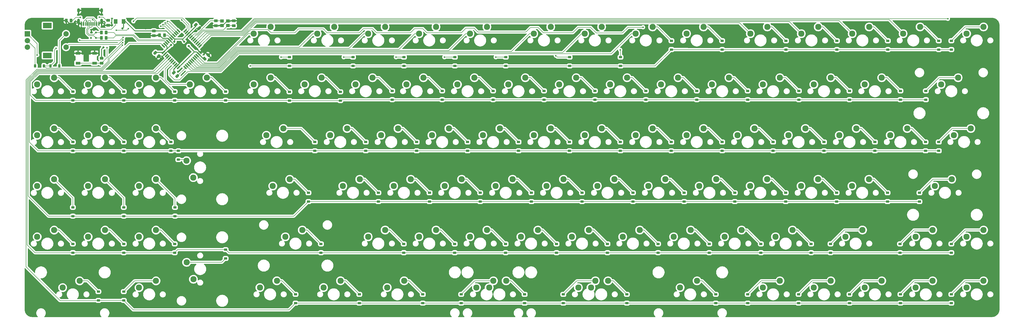
<source format=gbr>
%TF.GenerationSoftware,KiCad,Pcbnew,8.0.0*%
%TF.CreationDate,2024-12-21T07:53:57-08:00*%
%TF.ProjectId,Hampter3.1,48616d70-7465-4723-932e-312e6b696361,rev?*%
%TF.SameCoordinates,Original*%
%TF.FileFunction,Copper,L2,Bot*%
%TF.FilePolarity,Positive*%
%FSLAX46Y46*%
G04 Gerber Fmt 4.6, Leading zero omitted, Abs format (unit mm)*
G04 Created by KiCad (PCBNEW 8.0.0) date 2024-12-21 07:53:57*
%MOMM*%
%LPD*%
G01*
G04 APERTURE LIST*
G04 Aperture macros list*
%AMRoundRect*
0 Rectangle with rounded corners*
0 $1 Rounding radius*
0 $2 $3 $4 $5 $6 $7 $8 $9 X,Y pos of 4 corners*
0 Add a 4 corners polygon primitive as box body*
4,1,4,$2,$3,$4,$5,$6,$7,$8,$9,$2,$3,0*
0 Add four circle primitives for the rounded corners*
1,1,$1+$1,$2,$3*
1,1,$1+$1,$4,$5*
1,1,$1+$1,$6,$7*
1,1,$1+$1,$8,$9*
0 Add four rect primitives between the rounded corners*
20,1,$1+$1,$2,$3,$4,$5,0*
20,1,$1+$1,$4,$5,$6,$7,0*
20,1,$1+$1,$6,$7,$8,$9,0*
20,1,$1+$1,$8,$9,$2,$3,0*%
%AMRotRect*
0 Rectangle, with rotation*
0 The origin of the aperture is its center*
0 $1 length*
0 $2 width*
0 $3 Rotation angle, in degrees counterclockwise*
0 Add horizontal line*
21,1,$1,$2,0,0,$3*%
G04 Aperture macros list end*
%TA.AperFunction,ComponentPad*%
%ADD10C,2.300000*%
%TD*%
%TA.AperFunction,ComponentPad*%
%ADD11R,2.000000X2.000000*%
%TD*%
%TA.AperFunction,ComponentPad*%
%ADD12C,2.000000*%
%TD*%
%TA.AperFunction,ComponentPad*%
%ADD13R,3.200000X2.000000*%
%TD*%
%TA.AperFunction,SMDPad,CuDef*%
%ADD14RoundRect,0.225000X0.375000X-0.225000X0.375000X0.225000X-0.375000X0.225000X-0.375000X-0.225000X0*%
%TD*%
%TA.AperFunction,SMDPad,CuDef*%
%ADD15RoundRect,0.225000X-0.225000X-0.375000X0.225000X-0.375000X0.225000X0.375000X-0.225000X0.375000X0*%
%TD*%
%TA.AperFunction,SMDPad,CuDef*%
%ADD16RoundRect,0.250000X-0.262500X-0.450000X0.262500X-0.450000X0.262500X0.450000X-0.262500X0.450000X0*%
%TD*%
%TA.AperFunction,SMDPad,CuDef*%
%ADD17RoundRect,0.250000X-0.503814X-0.132583X-0.132583X-0.503814X0.503814X0.132583X0.132583X0.503814X0*%
%TD*%
%TA.AperFunction,SMDPad,CuDef*%
%ADD18RoundRect,0.250000X0.262500X0.450000X-0.262500X0.450000X-0.262500X-0.450000X0.262500X-0.450000X0*%
%TD*%
%TA.AperFunction,SMDPad,CuDef*%
%ADD19RoundRect,0.225000X0.225000X0.375000X-0.225000X0.375000X-0.225000X-0.375000X0.225000X-0.375000X0*%
%TD*%
%TA.AperFunction,SMDPad,CuDef*%
%ADD20RoundRect,0.250000X-0.450000X0.262500X-0.450000X-0.262500X0.450000X-0.262500X0.450000X0.262500X0*%
%TD*%
%TA.AperFunction,SMDPad,CuDef*%
%ADD21RotRect,1.500000X0.550000X315.000000*%
%TD*%
%TA.AperFunction,SMDPad,CuDef*%
%ADD22RotRect,1.500000X0.550000X225.000000*%
%TD*%
%TA.AperFunction,SMDPad,CuDef*%
%ADD23R,0.600000X1.450000*%
%TD*%
%TA.AperFunction,SMDPad,CuDef*%
%ADD24R,0.300000X1.450000*%
%TD*%
%TA.AperFunction,ComponentPad*%
%ADD25O,1.000000X1.600000*%
%TD*%
%TA.AperFunction,ComponentPad*%
%ADD26O,1.000000X2.100000*%
%TD*%
%TA.AperFunction,SMDPad,CuDef*%
%ADD27RoundRect,0.225000X-0.375000X0.225000X-0.375000X-0.225000X0.375000X-0.225000X0.375000X0.225000X0*%
%TD*%
%TA.AperFunction,SMDPad,CuDef*%
%ADD28RoundRect,0.250000X0.132583X-0.503814X0.503814X-0.132583X-0.132583X0.503814X-0.503814X0.132583X0*%
%TD*%
%TA.AperFunction,SMDPad,CuDef*%
%ADD29R,1.400000X1.200000*%
%TD*%
%TA.AperFunction,SMDPad,CuDef*%
%ADD30RoundRect,0.175000X-0.325000X0.175000X-0.325000X-0.175000X0.325000X-0.175000X0.325000X0.175000X0*%
%TD*%
%TA.AperFunction,SMDPad,CuDef*%
%ADD31RoundRect,0.150000X-0.150000X0.200000X-0.150000X-0.200000X0.150000X-0.200000X0.150000X0.200000X0*%
%TD*%
%TA.AperFunction,SMDPad,CuDef*%
%ADD32RoundRect,0.250001X-0.462499X-0.624999X0.462499X-0.624999X0.462499X0.624999X-0.462499X0.624999X0*%
%TD*%
%TA.AperFunction,SMDPad,CuDef*%
%ADD33R,1.800000X1.100000*%
%TD*%
%TA.AperFunction,SMDPad,CuDef*%
%ADD34RoundRect,0.250000X0.450000X-0.262500X0.450000X0.262500X-0.450000X0.262500X-0.450000X-0.262500X0*%
%TD*%
%TA.AperFunction,ViaPad*%
%ADD35C,0.600000*%
%TD*%
%TA.AperFunction,ViaPad*%
%ADD36C,0.800000*%
%TD*%
%TA.AperFunction,Conductor*%
%ADD37C,0.380000*%
%TD*%
%TA.AperFunction,Conductor*%
%ADD38C,0.200000*%
%TD*%
G04 APERTURE END LIST*
D10*
%TO.P,SW0_30,1,1*%
%TO.N,COL-4*%
X130688603Y-258214607D03*
%TO.P,SW0_30,2,2*%
%TO.N,Net-(D114-A)*%
X137038603Y-255674607D03*
%TD*%
%TO.P,SW3_3,1,1*%
%TO.N,COL3*%
X283083000Y-239141000D03*
%TO.P,SW3_3,2,2*%
%TO.N,Net-(D45-A)*%
X289433000Y-236601000D03*
%TD*%
%TO.P,SW2_8,1,1*%
%TO.N,COL8*%
X368849538Y-220091000D03*
%TO.P,SW2_8,2,2*%
%TO.N,Net-(D37-A)*%
X375199538Y-217551000D03*
%TD*%
%TO.P,SW1_12,1,1*%
%TO.N,COL12*%
X440309000Y-201041000D03*
%TO.P,SW1_12,2,2*%
%TO.N,Net-(D26-A)*%
X446659000Y-198501000D03*
%TD*%
%TO.P,SW-1_-7,1,1*%
%TO.N,COL-2*%
X159263603Y-182014607D03*
%TO.P,SW-1_-7,2,2*%
%TO.N,Net-(D81-A)*%
X165613603Y-179474607D03*
%TD*%
%TO.P,SW1_9,1,1*%
%TO.N,COL9*%
X383159000Y-201041000D03*
%TO.P,SW1_9,2,2*%
%TO.N,Net-(D23-A)*%
X389509000Y-198501000D03*
%TD*%
%TO.P,SW-1_-6,1,1*%
%TO.N,COL-3*%
X140213603Y-182014607D03*
%TO.P,SW-1_-6,2,2*%
%TO.N,Net-(D80-A)*%
X146563603Y-179474607D03*
%TD*%
%TO.P,SW-1_3,1,1*%
%TO.N,COL3*%
X264033000Y-162941000D03*
%TO.P,SW-1_3,2,2*%
%TO.N,Net-(D89-A)*%
X270383000Y-160401000D03*
%TD*%
%TO.P,SW-1_-5,1,1*%
%TO.N,COL-4*%
X121163603Y-182014607D03*
%TO.P,SW-1_-5,2,2*%
%TO.N,Net-(D78-A)*%
X127513603Y-179474607D03*
%TD*%
%TO.P,SW4_10,1,1*%
%TO.N,COL13*%
X468884000Y-258191000D03*
%TO.P,SW4_10,2,2*%
%TO.N,Net-(D65-A)*%
X475234000Y-255651000D03*
%TD*%
%TO.P,SW0_10,1,1*%
%TO.N,COL10*%
X392684000Y-181991000D03*
%TO.P,SW0_10,2,2*%
%TO.N,Net-(D11-A)*%
X399034000Y-179451000D03*
%TD*%
%TO.P,SW4_6,1,1*%
%TO.N,COL9*%
X392684000Y-258191000D03*
%TO.P,SW4_6,2,2*%
%TO.N,Net-(D61-A)*%
X399034000Y-255651000D03*
%TD*%
%TO.P,SW4_5,1,1*%
%TO.N,COL7*%
X361696000Y-258191000D03*
%TO.P,SW4_5,2,2*%
%TO.N,Net-(D60-A)*%
X368046000Y-255651000D03*
%TD*%
%TO.P,SW-1_4,1,1*%
%TO.N,COL4*%
X283083000Y-162941000D03*
%TO.P,SW-1_4,2,2*%
%TO.N,Net-(D90-A)*%
X289433000Y-160401000D03*
%TD*%
%TO.P,SW3_6,1,1*%
%TO.N,COL6*%
X340233000Y-239141000D03*
%TO.P,SW3_6,2,2*%
%TO.N,Net-(D48-A)*%
X346583000Y-236601000D03*
%TD*%
%TO.P,SW0_-7,1,1*%
%TO.N,COL-2*%
X159263603Y-201064607D03*
%TO.P,SW0_-7,2,2*%
%TO.N,Net-(D105-A)*%
X165613603Y-198524607D03*
%TD*%
%TO.P,SW1_4,1,1*%
%TO.N,COL4*%
X287909000Y-201041000D03*
%TO.P,SW1_4,2,2*%
%TO.N,Net-(D18-A)*%
X294259000Y-198501000D03*
%TD*%
%TO.P,SW3_4,1,1*%
%TO.N,COL4*%
X302133000Y-239141000D03*
%TO.P,SW3_4,2,2*%
%TO.N,Net-(D46-A)*%
X308483000Y-236601000D03*
%TD*%
%TO.P,SW-1_2,1,1*%
%TO.N,COL2*%
X244983000Y-162941000D03*
%TO.P,SW-1_2,2,2*%
%TO.N,Net-(D88-A)*%
X251333000Y-160401000D03*
%TD*%
%TO.P,SW0_12,1,1*%
%TO.N,COL12*%
X430784000Y-181991000D03*
%TO.P,SW0_12,2,2*%
%TO.N,Net-(D13-A)*%
X437134000Y-179451000D03*
%TD*%
%TO.P,SW1_7,1,1*%
%TO.N,COL7*%
X345059000Y-201041000D03*
%TO.P,SW1_7,2,2*%
%TO.N,Net-(D21-A)*%
X351409000Y-198501000D03*
%TD*%
%TO.P,SW0_11,1,1*%
%TO.N,COL11*%
X411734000Y-181991000D03*
%TO.P,SW0_11,2,2*%
%TO.N,Net-(D12-A)*%
X418084000Y-179451000D03*
%TD*%
%TO.P,SW-1_13,1,1*%
%TO.N,COL13*%
X468884000Y-162941000D03*
%TO.P,SW-1_13,2,2*%
%TO.N,Net-(D91-A)*%
X475234000Y-160401000D03*
%TD*%
%TO.P,SW1_1,1,1*%
%TO.N,COL1*%
X230759000Y-201041000D03*
%TO.P,SW1_1,2,2*%
%TO.N,Net-(D15-A)*%
X237109000Y-198501000D03*
%TD*%
%TO.P,SW3_11,1,1*%
%TO.N,COL12*%
X449834000Y-239141000D03*
%TO.P,SW3_11,2,2*%
%TO.N,Net-(D53-A)*%
X456184000Y-236601000D03*
%TD*%
%TO.P,SW0_-5,1,1*%
%TO.N,COL-4*%
X121163603Y-201064607D03*
%TO.P,SW0_-5,2,2*%
%TO.N,Net-(D101-A)*%
X127513603Y-198524607D03*
%TD*%
%TO.P,SW1_8,1,1*%
%TO.N,COL8*%
X364109000Y-201041000D03*
%TO.P,SW1_8,2,2*%
%TO.N,Net-(D22-A)*%
X370459000Y-198501000D03*
%TD*%
%TO.P,SW-1_1,1,1*%
%TO.N,COL1*%
X225933000Y-162941000D03*
%TO.P,SW-1_1,2,2*%
%TO.N,Net-(D87-A)*%
X232283000Y-160401000D03*
%TD*%
%TO.P,SW-1_6,1,1*%
%TO.N,COL6*%
X326009000Y-162941000D03*
%TO.P,SW-1_6,2,2*%
%TO.N,Net-(D93-A)*%
X332359000Y-160401000D03*
%TD*%
%TO.P,SW0_2,1,1*%
%TO.N,COL2*%
X240284000Y-181991000D03*
%TO.P,SW0_2,2,2*%
%TO.N,Net-(D3-A)*%
X246634000Y-179451000D03*
%TD*%
D11*
%TO.P,SW2,A,A*%
%TO.N,COL-4*%
X117453000Y-163021000D03*
D12*
%TO.P,SW2,B,B*%
%TO.N,COL-3*%
X117453000Y-168021000D03*
%TO.P,SW2,C,C*%
%TO.N,Net-(D102-A)*%
X117453000Y-165521000D03*
D13*
%TO.P,SW2,MP*%
%TO.N,N/C*%
X124953000Y-159921000D03*
X124953000Y-171121000D03*
D12*
%TO.P,SW2,S1,S1*%
%TO.N,COL-2*%
X131953000Y-168021000D03*
%TO.P,SW2,S2,S2*%
%TO.N,Net-(D103-A)*%
X131953000Y-163021000D03*
%TD*%
D10*
%TO.P,SW0_-8,1,1*%
%TO.N,COL-1*%
X179583603Y-216939607D03*
%TO.P,SW0_-8,2,2*%
%TO.N,Net-(D106-A)*%
X177043603Y-210589607D03*
%TD*%
%TO.P,SW-1_5,1,1*%
%TO.N,COL5*%
X306959000Y-162941000D03*
%TO.P,SW-1_5,2,2*%
%TO.N,Net-(D92-A)*%
X313309000Y-160401000D03*
%TD*%
%TO.P,SW3_5,1,1*%
%TO.N,COL5*%
X321183000Y-239141000D03*
%TO.P,SW3_5,2,2*%
%TO.N,Net-(D47-A)*%
X327533000Y-236601000D03*
%TD*%
%TO.P,SW4_9,1,1*%
%TO.N,COL12*%
X449834000Y-258191000D03*
%TO.P,SW4_9,2,2*%
%TO.N,Net-(D64-A)*%
X456184000Y-255651000D03*
%TD*%
%TO.P,SW1_5,1,1*%
%TO.N,COL5*%
X306959000Y-201041000D03*
%TO.P,SW1_5,2,2*%
%TO.N,Net-(D19-A)*%
X313309000Y-198501000D03*
%TD*%
%TO.P,SW4_3,1,1*%
%TO.N,COL3*%
X285496000Y-258191000D03*
%TO.P,SW4_3,2,2*%
%TO.N,Net-(D58-A)*%
X291846000Y-255651000D03*
%TD*%
%TO.P,SW0_21,1,1*%
%TO.N,COL-4*%
X121163603Y-239164607D03*
%TO.P,SW0_21,2,2*%
%TO.N,Net-(D110-A)*%
X127513603Y-236624607D03*
%TD*%
%TO.P,SW2_0,1,1*%
%TO.N,COL0*%
X209296000Y-220091000D03*
%TO.P,SW2_0,2,2*%
%TO.N,Net-(D29-A)*%
X215646000Y-217551000D03*
%TD*%
%TO.P,SW-1_12,1,1*%
%TO.N,COL12*%
X445135000Y-162941000D03*
%TO.P,SW-1_12,2,2*%
%TO.N,Net-(D99-A)*%
X451485000Y-160401000D03*
%TD*%
%TO.P,SW4_4,1,1*%
%TO.N,COL6*%
X328372743Y-258194957D03*
%TO.P,SW4_4,2,2*%
%TO.N,Net-(D59-A)*%
X334722743Y-255654957D03*
%TD*%
%TO.P,SW3_7,1,1*%
%TO.N,COL7*%
X359283000Y-239141000D03*
%TO.P,SW3_7,2,2*%
%TO.N,Net-(D49-A)*%
X365633000Y-236601000D03*
%TD*%
%TO.P,SW4_1,1,1*%
%TO.N,COL1*%
X228302699Y-258183545D03*
%TO.P,SW4_1,2,2*%
%TO.N,Net-(D56-A)*%
X234652699Y-255643545D03*
%TD*%
%TO.P,SW1_6,1,1*%
%TO.N,COL6*%
X326009000Y-201041000D03*
%TO.P,SW1_6,2,2*%
%TO.N,Net-(D20-A)*%
X332359000Y-198501000D03*
%TD*%
%TO.P,SW2_1,1,1*%
%TO.N,COL1*%
X235499538Y-220091000D03*
%TO.P,SW2_1,2,2*%
%TO.N,Net-(D30-A)*%
X241849538Y-217551000D03*
%TD*%
%TO.P,SW4_0,1,1*%
%TO.N,COL0*%
X204488924Y-258186604D03*
%TO.P,SW4_0,2,2*%
%TO.N,Net-(D55-A)*%
X210838924Y-255646604D03*
%TD*%
%TO.P,SW3_1,1,1*%
%TO.N,COL1*%
X244983000Y-239141000D03*
%TO.P,SW3_1,2,2*%
%TO.N,Net-(D43-A)*%
X251333000Y-236601000D03*
%TD*%
%TO.P,SW1_0,1,1*%
%TO.N,COL0*%
X206934915Y-201043900D03*
%TO.P,SW1_0,2,2*%
%TO.N,Net-(D14-A)*%
X213284915Y-198503900D03*
%TD*%
%TO.P,SW-1_-8,1,1*%
%TO.N,COL-1*%
X178313603Y-182014607D03*
%TO.P,SW-1_-8,2,2*%
%TO.N,Net-(D83-A)*%
X184663603Y-179474607D03*
%TD*%
%TO.P,SW0_31,1,1*%
%TO.N,COL-2*%
X159263603Y-258214607D03*
%TO.P,SW0_31,2,2*%
%TO.N,Net-(D115-A)*%
X165613603Y-255674607D03*
%TD*%
%TO.P,SW1_10,1,1*%
%TO.N,COL10*%
X402209000Y-201041000D03*
%TO.P,SW1_10,2,2*%
%TO.N,Net-(D24-A)*%
X408559000Y-198501000D03*
%TD*%
%TO.P,SW0_4,1,1*%
%TO.N,COL4*%
X278384000Y-181991000D03*
%TO.P,SW0_4,2,2*%
%TO.N,Net-(D5-A)*%
X284734000Y-179451000D03*
%TD*%
%TO.P,SW2_6,1,1*%
%TO.N,COL6*%
X330749538Y-220091000D03*
%TO.P,SW2_6,2,2*%
%TO.N,Net-(D35-A)*%
X337099538Y-217551000D03*
%TD*%
%TO.P,SW-1_10,1,1*%
%TO.N,COL10*%
X407035000Y-162941000D03*
%TO.P,SW-1_10,2,2*%
%TO.N,Net-(D97-A)*%
X413385000Y-160401000D03*
%TD*%
%TO.P,SW-1_0,1,1*%
%TO.N,COL0*%
X202184000Y-162941000D03*
%TO.P,SW-1_0,2,2*%
%TO.N,Net-(D86-A)*%
X208534000Y-160401000D03*
%TD*%
%TO.P,SW3_10,1,1*%
%TO.N,COL11*%
X423585948Y-239136846D03*
%TO.P,SW3_10,2,2*%
%TO.N,Net-(D52-A)*%
X429935948Y-236596846D03*
%TD*%
%TO.P,SW0_9,1,1*%
%TO.N,COL9*%
X373634000Y-181991000D03*
%TO.P,SW0_9,2,2*%
%TO.N,Net-(D10-A)*%
X379984000Y-179451000D03*
%TD*%
%TO.P,SW0_8,1,1*%
%TO.N,COL8*%
X354584000Y-181991000D03*
%TO.P,SW0_8,2,2*%
%TO.N,Net-(D9-A)*%
X360934000Y-179451000D03*
%TD*%
%TO.P,SW4_2,1,1*%
%TO.N,COL2*%
X252113924Y-258186604D03*
%TO.P,SW4_2,2,2*%
%TO.N,Net-(D57-A)*%
X258463924Y-255646604D03*
%TD*%
%TO.P,SW2_2,1,1*%
%TO.N,COL2*%
X254549538Y-220091000D03*
%TO.P,SW2_2,2,2*%
%TO.N,Net-(D31-A)*%
X260899538Y-217551000D03*
%TD*%
%TO.P,SW0_16,1,1*%
%TO.N,COL-3*%
X140213603Y-220114607D03*
%TO.P,SW0_16,2,2*%
%TO.N,Net-(D108-A)*%
X146563603Y-217574607D03*
%TD*%
%TO.P,SW0_3,1,1*%
%TO.N,COL3*%
X259334000Y-181991000D03*
%TO.P,SW0_3,2,2*%
%TO.N,Net-(D4-A)*%
X265684000Y-179451000D03*
%TD*%
%TO.P,SW1_3,1,1*%
%TO.N,COL3*%
X268859000Y-201041000D03*
%TO.P,SW1_3,2,2*%
%TO.N,Net-(D17-A)*%
X275209000Y-198501000D03*
%TD*%
%TO.P,SW0_5,1,1*%
%TO.N,COL5*%
X297434000Y-181991000D03*
%TO.P,SW0_5,2,2*%
%TO.N,Net-(D6-A)*%
X303784000Y-179451000D03*
%TD*%
%TO.P,SW3_8,1,1*%
%TO.N,COL8*%
X378333000Y-239141000D03*
%TO.P,SW3_8,2,2*%
%TO.N,Net-(D50-A)*%
X384683000Y-236601000D03*
%TD*%
%TO.P,SW4_8,1,1*%
%TO.N,COL11*%
X430784000Y-258191000D03*
%TO.P,SW4_8,2,2*%
%TO.N,Net-(D63-A)*%
X437134000Y-255651000D03*
%TD*%
%TO.P,SW-1_11,1,1*%
%TO.N,COL11*%
X426085000Y-162941000D03*
%TO.P,SW-1_11,2,2*%
%TO.N,Net-(D98-A)*%
X432435000Y-160401000D03*
%TD*%
%TO.P,SW0_7,1,1*%
%TO.N,COL7*%
X335534000Y-181991000D03*
%TO.P,SW0_7,2,2*%
%TO.N,Net-(D8-A)*%
X341884000Y-179451000D03*
%TD*%
%TO.P,SW2_5,1,1*%
%TO.N,COL5*%
X311699538Y-220091000D03*
%TO.P,SW2_5,2,2*%
%TO.N,Net-(D34-A)*%
X318049538Y-217551000D03*
%TD*%
%TO.P,SW0_13,1,1*%
%TO.N,COL13*%
X459359000Y-181991000D03*
%TO.P,SW0_13,2,2*%
%TO.N,Net-(D28-A)*%
X465709000Y-179451000D03*
%TD*%
%TO.P,SW0_29,1,1*%
%TO.N,COL-1*%
X179603277Y-255062452D03*
%TO.P,SW0_29,2,2*%
%TO.N,Net-(D113-A)*%
X177063277Y-248712452D03*
%TD*%
%TO.P,SW0_6,1,1*%
%TO.N,COL6*%
X316484000Y-181991000D03*
%TO.P,SW0_6,2,2*%
%TO.N,Net-(D7-A)*%
X322834000Y-179451000D03*
%TD*%
%TO.P,SW3_12,1,1*%
%TO.N,COL13*%
X468884000Y-239141000D03*
%TO.P,SW3_12,2,2*%
%TO.N,Net-(D54-A)*%
X475234000Y-236601000D03*
%TD*%
%TO.P,SW3_0,1,1*%
%TO.N,COL0*%
X213995000Y-239141000D03*
%TO.P,SW3_0,2,2*%
%TO.N,Net-(D42-A)*%
X220345000Y-236601000D03*
%TD*%
%TO.P,SW-1_8,1,1*%
%TO.N,COL8*%
X364109000Y-162941000D03*
%TO.P,SW-1_8,2,2*%
%TO.N,Net-(D95-A)*%
X370459000Y-160401000D03*
%TD*%
%TO.P,SW0_26,1,1*%
%TO.N,COL-3*%
X140213603Y-239164607D03*
%TO.P,SW0_26,2,2*%
%TO.N,Net-(D111-A)*%
X146563603Y-236624607D03*
%TD*%
%TO.P,SW0_1,1,1*%
%TO.N,COL1*%
X221234000Y-181991000D03*
%TO.P,SW0_1,2,2*%
%TO.N,Net-(D2-A)*%
X227584000Y-179451000D03*
%TD*%
%TO.P,SW0_0,1,1*%
%TO.N,COL0*%
X202184000Y-181991000D03*
%TO.P,SW0_0,2,2*%
%TO.N,Net-(D1-A)*%
X208534000Y-179451000D03*
%TD*%
%TO.P,SW4_12,1,1*%
%TO.N,COL5*%
X323628324Y-258189822D03*
%TO.P,SW4_12,2,2*%
%TO.N,Net-(D68-A)*%
X329978324Y-255649822D03*
%TD*%
%TO.P,SW-1_7,1,1*%
%TO.N,COL7*%
X345059000Y-162941000D03*
%TO.P,SW-1_7,2,2*%
%TO.N,Net-(D94-A)*%
X351409000Y-160401000D03*
%TD*%
%TO.P,SW0_28,1,1*%
%TO.N,COL-2*%
X159263603Y-239164607D03*
%TO.P,SW0_28,2,2*%
%TO.N,Net-(D112-A)*%
X165613603Y-236624607D03*
%TD*%
%TO.P,SW2_3,1,1*%
%TO.N,COL3*%
X273599538Y-220091000D03*
%TO.P,SW2_3,2,2*%
%TO.N,Net-(D32-A)*%
X279949538Y-217551000D03*
%TD*%
%TO.P,SW1_13,1,1*%
%TO.N,COL13*%
X464119717Y-201039119D03*
%TO.P,SW1_13,2,2*%
%TO.N,Net-(D27-A)*%
X470469717Y-198499119D03*
%TD*%
%TO.P,SW0_17,1,1*%
%TO.N,COL-2*%
X159263603Y-220114607D03*
%TO.P,SW0_17,2,2*%
%TO.N,Net-(D109-A)*%
X165613603Y-217574607D03*
%TD*%
%TO.P,SW2_11,1,1*%
%TO.N,COL11*%
X425999538Y-220091000D03*
%TO.P,SW2_11,2,2*%
%TO.N,Net-(D40-A)*%
X432349538Y-217551000D03*
%TD*%
%TO.P,SW1_2,1,1*%
%TO.N,COL2*%
X249809000Y-201041000D03*
%TO.P,SW1_2,2,2*%
%TO.N,Net-(D16-A)*%
X256159000Y-198501000D03*
%TD*%
%TO.P,SW0_15,1,1*%
%TO.N,COL-4*%
X121163603Y-220114607D03*
%TO.P,SW0_15,2,2*%
%TO.N,Net-(D107-A)*%
X127513603Y-217574607D03*
%TD*%
%TO.P,SW2_4,1,1*%
%TO.N,COL4*%
X292649538Y-220091000D03*
%TO.P,SW2_4,2,2*%
%TO.N,Net-(D33-A)*%
X298999538Y-217551000D03*
%TD*%
%TO.P,SW4_7,1,1*%
%TO.N,COL10*%
X411734000Y-258191000D03*
%TO.P,SW4_7,2,2*%
%TO.N,Net-(D62-A)*%
X418084000Y-255651000D03*
%TD*%
%TO.P,SW-1_9,1,1*%
%TO.N,COL9*%
X387985000Y-162941000D03*
%TO.P,SW-1_9,2,2*%
%TO.N,Net-(D96-A)*%
X394335000Y-160401000D03*
%TD*%
%TO.P,SW3_9,1,1*%
%TO.N,COL9*%
X397383000Y-239141000D03*
%TO.P,SW3_9,2,2*%
%TO.N,Net-(D51-A)*%
X403733000Y-236601000D03*
%TD*%
%TO.P,SW3_2,1,1*%
%TO.N,COL2*%
X264033000Y-239141000D03*
%TO.P,SW3_2,2,2*%
%TO.N,Net-(D44-A)*%
X270383000Y-236601000D03*
%TD*%
%TO.P,SW2_10,1,1*%
%TO.N,COL10*%
X406949538Y-220091000D03*
%TO.P,SW2_10,2,2*%
%TO.N,Net-(D39-A)*%
X413299538Y-217551000D03*
%TD*%
%TO.P,SW2_7,1,1*%
%TO.N,COL7*%
X349799538Y-220091000D03*
%TO.P,SW2_7,2,2*%
%TO.N,Net-(D36-A)*%
X356149538Y-217551000D03*
%TD*%
%TO.P,SW2_9,1,1*%
%TO.N,COL9*%
X387899538Y-220091000D03*
%TO.P,SW2_9,2,2*%
%TO.N,Net-(D38-A)*%
X394249538Y-217551000D03*
%TD*%
%TO.P,SW4_11,1,1*%
%TO.N,COL4*%
X290272743Y-258194957D03*
%TO.P,SW4_11,2,2*%
%TO.N,Net-(D67-A)*%
X296622743Y-255654957D03*
%TD*%
%TO.P,SW1_11,1,1*%
%TO.N,COL11*%
X421259000Y-201041000D03*
%TO.P,SW1_11,2,2*%
%TO.N,Net-(D25-A)*%
X427609000Y-198501000D03*
%TD*%
%TO.P,SW0_-6,1,1*%
%TO.N,COL-3*%
X140213603Y-201064607D03*
%TO.P,SW0_-6,2,2*%
%TO.N,Net-(D104-A)*%
X146563603Y-198524607D03*
%TD*%
%TO.P,SW2_12,1,1*%
%TO.N,COL13*%
X456987538Y-220091000D03*
%TO.P,SW2_12,2,2*%
%TO.N,Net-(D41-A)*%
X463337538Y-217551000D03*
%TD*%
D14*
%TO.P,D33,1,K*%
%TO.N,ROW2*%
X306070000Y-225932000D03*
%TO.P,D33,2,A*%
%TO.N,Net-(D33-A)*%
X306070000Y-222632000D03*
%TD*%
%TO.P,D4,1,K*%
%TO.N,ROW0*%
X272669000Y-187706000D03*
%TO.P,D4,2,A*%
%TO.N,Net-(D4-A)*%
X272669000Y-184406000D03*
%TD*%
D15*
%TO.P,D103,1,K*%
%TO.N,ROW-1*%
X126112000Y-175006000D03*
%TO.P,D103,2,A*%
%TO.N,Net-(D103-A)*%
X129412000Y-175006000D03*
%TD*%
D14*
%TO.P,D8,1,K*%
%TO.N,ROW0*%
X348869000Y-187705000D03*
%TO.P,D8,2,A*%
%TO.N,Net-(D8-A)*%
X348869000Y-184405000D03*
%TD*%
%TO.P,D6,1,K*%
%TO.N,ROW0*%
X310769000Y-187705000D03*
%TO.P,D6,2,A*%
%TO.N,Net-(D6-A)*%
X310769000Y-184405000D03*
%TD*%
%TO.P,D65,1,K*%
%TO.N,ROW4*%
X463169000Y-264032000D03*
%TO.P,D65,2,A*%
%TO.N,Net-(D65-A)*%
X463169000Y-260732000D03*
%TD*%
%TO.P,D55,1,K*%
%TO.N,ROW4*%
X217805000Y-264032000D03*
%TO.P,D55,2,A*%
%TO.N,Net-(D55-A)*%
X217805000Y-260732000D03*
%TD*%
%TO.P,D32,1,K*%
%TO.N,ROW2*%
X286893000Y-225932000D03*
%TO.P,D32,2,A*%
%TO.N,Net-(D32-A)*%
X286893000Y-222632000D03*
%TD*%
%TO.P,D60,1,K*%
%TO.N,ROW4*%
X375031000Y-264032000D03*
%TO.P,D60,2,A*%
%TO.N,Net-(D60-A)*%
X375031000Y-260732000D03*
%TD*%
%TO.P,D46,1,K*%
%TO.N,ROW3*%
X315468000Y-245109000D03*
%TO.P,D46,2,A*%
%TO.N,Net-(D46-A)*%
X315468000Y-241809000D03*
%TD*%
%TO.P,D49,1,K*%
%TO.N,ROW3*%
X372618000Y-245109000D03*
%TO.P,D49,2,A*%
%TO.N,Net-(D49-A)*%
X372618000Y-241809000D03*
%TD*%
%TO.P,D24,1,K*%
%TO.N,ROW1*%
X415544000Y-206882000D03*
%TO.P,D24,2,A*%
%TO.N,Net-(D24-A)*%
X415544000Y-203582000D03*
%TD*%
D16*
%TO.P,R4,1*%
%TO.N,Net-(D66-I{slash}O1)*%
X145135600Y-162509200D03*
%TO.P,R4,2*%
%TO.N,D+*%
X146960600Y-162509200D03*
%TD*%
D14*
%TO.P,D58,1,K*%
%TO.N,ROW4*%
X279781000Y-264032000D03*
%TO.P,D58,2,A*%
%TO.N,Net-(D58-A)*%
X279781000Y-260732000D03*
%TD*%
%TO.P,D61,1,K*%
%TO.N,ROW4*%
X386969000Y-264032000D03*
%TO.P,D61,2,A*%
%TO.N,Net-(D61-A)*%
X386969000Y-260732000D03*
%TD*%
%TO.P,D101,1,K*%
%TO.N,ROW1*%
X134493000Y-206881000D03*
%TO.P,D101,2,A*%
%TO.N,Net-(D101-A)*%
X134493000Y-203581000D03*
%TD*%
%TO.P,D21,1,K*%
%TO.N,ROW1*%
X358394000Y-206882000D03*
%TO.P,D21,2,A*%
%TO.N,Net-(D21-A)*%
X358394000Y-203582000D03*
%TD*%
D17*
%TO.P,R10,1*%
%TO.N,GND*%
X172281372Y-177545050D03*
%TO.P,R10,2*%
%TO.N,Net-(U3-~{HWB}{slash}PE2)*%
X173571842Y-178835520D03*
%TD*%
D14*
%TO.P,D44,1,K*%
%TO.N,ROW3*%
X277368000Y-245109000D03*
%TO.P,D44,2,A*%
%TO.N,Net-(D44-A)*%
X277368000Y-241809000D03*
%TD*%
D18*
%TO.P,R2,1*%
%TO.N,Net-(J1-CC1)*%
X133856100Y-157988000D03*
%TO.P,R2,2*%
%TO.N,GND*%
X132031100Y-157988000D03*
%TD*%
D14*
%TO.P,D93,1,K*%
%TO.N,ROW-1*%
X339394800Y-175053800D03*
%TO.P,D93,2,A*%
%TO.N,Net-(D93-A)*%
X339394800Y-171753800D03*
%TD*%
%TO.P,D56,1,K*%
%TO.N,ROW4*%
X241681000Y-264032000D03*
%TO.P,D56,2,A*%
%TO.N,Net-(D56-A)*%
X241681000Y-260732000D03*
%TD*%
%TO.P,D94,1,K*%
%TO.N,ROW-1*%
X358457209Y-168906187D03*
%TO.P,D94,2,A*%
%TO.N,Net-(D94-A)*%
X358457209Y-165606187D03*
%TD*%
%TO.P,D1,1,K*%
%TO.N,ROW0*%
X215528320Y-188064500D03*
%TO.P,D1,2,A*%
%TO.N,Net-(D1-A)*%
X215528320Y-184764500D03*
%TD*%
D19*
%TO.P,D102,1,K*%
%TO.N,ROW-1*%
X123697000Y-175006000D03*
%TO.P,D102,2,A*%
%TO.N,Net-(D102-A)*%
X120397000Y-175006000D03*
%TD*%
D14*
%TO.P,D112,1,K*%
%TO.N,ROW3*%
X172593000Y-245109000D03*
%TO.P,D112,2,A*%
%TO.N,Net-(D112-A)*%
X172593000Y-241809000D03*
%TD*%
%TO.P,D51,1,K*%
%TO.N,ROW3*%
X410718000Y-245109000D03*
%TO.P,D51,2,A*%
%TO.N,Net-(D51-A)*%
X410718000Y-241809000D03*
%TD*%
D20*
%TO.P,C6,1*%
%TO.N,+5V*%
X164795200Y-161901500D03*
%TO.P,C6,2*%
%TO.N,GND*%
X164795200Y-163726500D03*
%TD*%
D14*
%TO.P,D80,1,K*%
%TO.N,ROW0*%
X153543000Y-187959000D03*
%TO.P,D80,2,A*%
%TO.N,Net-(D80-A)*%
X153543000Y-184659000D03*
%TD*%
D21*
%TO.P,U3,1,PE6*%
%TO.N,ROW3*%
X168401064Y-167580918D03*
%TO.P,U3,2,UVCC*%
%TO.N,+5V*%
X168966750Y-167015233D03*
%TO.P,U3,3,D-*%
%TO.N,D-*%
X169532435Y-166449548D03*
%TO.P,U3,4,D+*%
%TO.N,D+*%
X170098120Y-165883862D03*
%TO.P,U3,5,UGND*%
%TO.N,GND*%
X170663806Y-165318177D03*
%TO.P,U3,6,UCAP*%
%TO.N,Net-(U3-UCAP)*%
X171229491Y-164752491D03*
%TO.P,U3,7,VBUS*%
%TO.N,+5V*%
X171795177Y-164186806D03*
%TO.P,U3,8,PB0*%
%TO.N,ROW4*%
X172360862Y-163621120D03*
%TO.P,U3,9,PB1*%
%TO.N,ROW-1*%
X172926548Y-163055435D03*
%TO.P,U3,10,PB2*%
%TO.N,COL-2*%
X173492233Y-162489750D03*
%TO.P,U3,11,PB3*%
%TO.N,COL-3*%
X174057918Y-161924064D03*
D22*
%TO.P,U3,12,PB7*%
%TO.N,COL-4*%
X176462082Y-161924064D03*
%TO.P,U3,13,~{RESET}*%
%TO.N,Net-(U3-~{RESET})*%
X177027767Y-162489750D03*
%TO.P,U3,14,VCC*%
%TO.N,+5V*%
X177593452Y-163055435D03*
%TO.P,U3,15,GND*%
%TO.N,GND*%
X178159138Y-163621120D03*
%TO.P,U3,16,XTAL2*%
%TO.N,Net-(U3-XTAL2)*%
X178724823Y-164186806D03*
%TO.P,U3,17,XTAL1*%
%TO.N,Net-(U3-XTAL1)*%
X179290509Y-164752491D03*
%TO.P,U3,18,PD0*%
%TO.N,COL13*%
X179856194Y-165318177D03*
%TO.P,U3,19,PD1*%
%TO.N,COL12*%
X180421880Y-165883862D03*
%TO.P,U3,20,PD2*%
%TO.N,COL11*%
X180987565Y-166449548D03*
%TO.P,U3,21,PD3*%
%TO.N,COL10*%
X181553250Y-167015233D03*
%TO.P,U3,22,PD5*%
%TO.N,COL9*%
X182118936Y-167580918D03*
D21*
%TO.P,U3,23,GND*%
%TO.N,GND*%
X182118936Y-169985082D03*
%TO.P,U3,24,AVCC*%
%TO.N,+5V*%
X181553250Y-170550767D03*
%TO.P,U3,25,PD4*%
%TO.N,COL8*%
X180987565Y-171116452D03*
%TO.P,U3,26,PD6*%
%TO.N,COL0*%
X180421880Y-171682138D03*
%TO.P,U3,27,PD7*%
%TO.N,COL1*%
X179856194Y-172247823D03*
%TO.P,U3,28,PB4*%
%TO.N,COL2*%
X179290509Y-172813509D03*
%TO.P,U3,29,PB5*%
%TO.N,COL3*%
X178724823Y-173379194D03*
%TO.P,U3,30,PB6*%
%TO.N,COL4*%
X178159138Y-173944880D03*
%TO.P,U3,31,PC6*%
%TO.N,COL5*%
X177593452Y-174510565D03*
%TO.P,U3,32,PC7*%
%TO.N,COL6*%
X177027767Y-175076250D03*
%TO.P,U3,33,~{HWB}/PE2*%
%TO.N,Net-(U3-~{HWB}{slash}PE2)*%
X176462082Y-175641936D03*
D22*
%TO.P,U3,34,VCC*%
%TO.N,+5V*%
X174057918Y-175641936D03*
%TO.P,U3,35,GND*%
%TO.N,GND*%
X173492233Y-175076250D03*
%TO.P,U3,36,PF7*%
%TO.N,COL7*%
X172926548Y-174510565D03*
%TO.P,U3,37,PF6*%
%TO.N,unconnected-(U3-PF6-Pad37)*%
X172360862Y-173944880D03*
%TO.P,U3,38,PF5*%
%TO.N,COL-1*%
X171795177Y-173379194D03*
%TO.P,U3,39,PF4*%
%TO.N,ROW0*%
X171229491Y-172813509D03*
%TO.P,U3,40,PF1*%
%TO.N,ROW1*%
X170663806Y-172247823D03*
%TO.P,U3,41,PF0*%
%TO.N,ROW2*%
X170098120Y-171682138D03*
%TO.P,U3,42,AREF*%
%TO.N,unconnected-(U3-AREF-Pad42)*%
X169532435Y-171116452D03*
%TO.P,U3,43,GND*%
%TO.N,GND*%
X168966750Y-170550767D03*
%TO.P,U3,44,AVCC*%
%TO.N,+5V*%
X168401064Y-169985082D03*
%TD*%
D23*
%TO.P,J1,A1,GND*%
%TO.N,GND*%
X137720000Y-159314000D03*
%TO.P,J1,A4,VBUS*%
%TO.N,VCC*%
X138519999Y-159314000D03*
D24*
%TO.P,J1,A5,CC1*%
%TO.N,Net-(J1-CC1)*%
X139720000Y-159313999D03*
%TO.P,J1,A6,D+*%
%TO.N,Net-(D66-I{slash}O1)*%
X140720000Y-159314000D03*
%TO.P,J1,A7,D-*%
%TO.N,Net-(D66-I{slash}O2)*%
X141220000Y-159314000D03*
%TO.P,J1,A8,SBU1*%
%TO.N,unconnected-(J1-SBU1-PadA8)*%
X142220000Y-159313999D03*
D23*
%TO.P,J1,A9,VBUS*%
%TO.N,VCC*%
X143420001Y-159314000D03*
%TO.P,J1,A12,GND*%
%TO.N,GND*%
X144220000Y-159314000D03*
%TO.P,J1,B1,GND*%
X144220000Y-159314000D03*
%TO.P,J1,B4,VBUS*%
%TO.N,VCC*%
X143420001Y-159314000D03*
D24*
%TO.P,J1,B5,CC2*%
%TO.N,Net-(J1-CC2)*%
X142720000Y-159314000D03*
%TO.P,J1,B6,D+*%
%TO.N,Net-(D66-I{slash}O1)*%
X141720000Y-159314000D03*
%TO.P,J1,B7,D-*%
%TO.N,Net-(D66-I{slash}O2)*%
X140220000Y-159314000D03*
%TO.P,J1,B8,SBU2*%
%TO.N,unconnected-(J1-SBU2-PadB8)*%
X139220000Y-159314000D03*
D23*
%TO.P,J1,B9,VBUS*%
%TO.N,VCC*%
X138519999Y-159314000D03*
%TO.P,J1,B12,GND*%
%TO.N,GND*%
X137720000Y-159314000D03*
D25*
%TO.P,J1,S1,SHIELD*%
X136650000Y-154219000D03*
D26*
X136650000Y-158399000D03*
D25*
X145290000Y-154219000D03*
D26*
X145290000Y-158399000D03*
%TD*%
D14*
%TO.P,D40,1,K*%
%TO.N,ROW2*%
X439293000Y-225932000D03*
%TO.P,D40,2,A*%
%TO.N,Net-(D40-A)*%
X439293000Y-222632000D03*
%TD*%
D27*
%TO.P,D113,1,K*%
%TO.N,ROW3*%
X191643000Y-243968000D03*
%TO.P,D113,2,A*%
%TO.N,Net-(D113-A)*%
X191643000Y-247268000D03*
%TD*%
D14*
%TO.P,D9,1,K*%
%TO.N,ROW0*%
X367919000Y-187705000D03*
%TO.P,D9,2,A*%
%TO.N,Net-(D9-A)*%
X367919000Y-184405000D03*
%TD*%
%TO.P,D42,1,K*%
%TO.N,ROW3*%
X227330000Y-245109000D03*
%TO.P,D42,2,A*%
%TO.N,Net-(D42-A)*%
X227330000Y-241809000D03*
%TD*%
%TO.P,D23,1,K*%
%TO.N,ROW1*%
X396494000Y-206882000D03*
%TO.P,D23,2,A*%
%TO.N,Net-(D23-A)*%
X396494000Y-203582000D03*
%TD*%
D18*
%TO.P,C10,1*%
%TO.N,Net-(U3-UCAP)*%
X168757600Y-163525200D03*
%TO.P,C10,2*%
%TO.N,GND*%
X166932600Y-163525200D03*
%TD*%
D14*
%TO.P,D41,1,K*%
%TO.N,ROW2*%
X451231000Y-225932000D03*
%TO.P,D41,2,A*%
%TO.N,Net-(D41-A)*%
X451231000Y-222632000D03*
%TD*%
%TO.P,D26,1,K*%
%TO.N,ROW1*%
X453517000Y-206882000D03*
%TO.P,D26,2,A*%
%TO.N,Net-(D26-A)*%
X453517000Y-203582000D03*
%TD*%
%TO.P,D109,1,K*%
%TO.N,ROW2*%
X172720000Y-231393000D03*
%TO.P,D109,2,A*%
%TO.N,Net-(D109-A)*%
X172720000Y-228093000D03*
%TD*%
%TO.P,D88,1,K*%
%TO.N,ROW-1*%
X258368800Y-175054800D03*
%TO.P,D88,2,A*%
%TO.N,Net-(D88-A)*%
X258368800Y-171754800D03*
%TD*%
%TO.P,D87,1,K*%
%TO.N,ROW-1*%
X239318800Y-175054800D03*
%TO.P,D87,2,A*%
%TO.N,Net-(D87-A)*%
X239318800Y-171754800D03*
%TD*%
%TO.P,D28,1,K*%
%TO.N,ROW0*%
X453644000Y-187705000D03*
%TO.P,D28,2,A*%
%TO.N,Net-(D28-A)*%
X453644000Y-184405000D03*
%TD*%
%TO.P,D5,1,K*%
%TO.N,ROW0*%
X291719000Y-187705000D03*
%TO.P,D5,2,A*%
%TO.N,Net-(D5-A)*%
X291719000Y-184405000D03*
%TD*%
%TO.P,D14,1,K*%
%TO.N,ROW1*%
X225044000Y-206882000D03*
%TO.P,D14,2,A*%
%TO.N,Net-(D14-A)*%
X225044000Y-203582000D03*
%TD*%
%TO.P,D50,1,K*%
%TO.N,ROW3*%
X391922000Y-245108000D03*
%TO.P,D50,2,A*%
%TO.N,Net-(D50-A)*%
X391922000Y-241808000D03*
%TD*%
%TO.P,D19,1,K*%
%TO.N,ROW1*%
X320294000Y-206882000D03*
%TO.P,D19,2,A*%
%TO.N,Net-(D19-A)*%
X320294000Y-203582000D03*
%TD*%
%TO.P,D115,1,K*%
%TO.N,ROW4*%
X153543000Y-263015000D03*
%TO.P,D115,2,A*%
%TO.N,Net-(D115-A)*%
X153543000Y-259715000D03*
%TD*%
%TO.P,D78,1,K*%
%TO.N,ROW0*%
X134493000Y-187958000D03*
%TO.P,D78,2,A*%
%TO.N,Net-(D78-A)*%
X134493000Y-184658000D03*
%TD*%
%TO.P,D25,1,K*%
%TO.N,ROW1*%
X434594000Y-206882000D03*
%TO.P,D25,2,A*%
%TO.N,Net-(D25-A)*%
X434594000Y-203582000D03*
%TD*%
%TO.P,D37,1,K*%
%TO.N,ROW2*%
X382143000Y-225932000D03*
%TO.P,D37,2,A*%
%TO.N,Net-(D37-A)*%
X382143000Y-222632000D03*
%TD*%
%TO.P,D43,1,K*%
%TO.N,ROW3*%
X258318000Y-245108000D03*
%TO.P,D43,2,A*%
%TO.N,Net-(D43-A)*%
X258318000Y-241808000D03*
%TD*%
D20*
%TO.P,R7,1*%
%TO.N,+5V*%
X145237200Y-172163100D03*
%TO.P,R7,2*%
%TO.N,Net-(U3-~{RESET})*%
X145237200Y-173988100D03*
%TD*%
D28*
%TO.P,C4,1*%
%TO.N,+5V*%
X183809565Y-172298435D03*
%TO.P,C4,2*%
%TO.N,GND*%
X185100035Y-171007965D03*
%TD*%
D14*
%TO.P,D2,1,K*%
%TO.N,ROW0*%
X234578320Y-188064500D03*
%TO.P,D2,2,A*%
%TO.N,Net-(D2-A)*%
X234578320Y-184764500D03*
%TD*%
%TO.P,D13,1,K*%
%TO.N,ROW0*%
X444119000Y-187705000D03*
%TO.P,D13,2,A*%
%TO.N,Net-(D13-A)*%
X444119000Y-184405000D03*
%TD*%
%TO.P,D92,1,K*%
%TO.N,ROW-1*%
X320344800Y-175053800D03*
%TO.P,D92,2,A*%
%TO.N,Net-(D92-A)*%
X320344800Y-171753800D03*
%TD*%
%TO.P,D89,1,K*%
%TO.N,ROW-1*%
X277418800Y-175054800D03*
%TO.P,D89,2,A*%
%TO.N,Net-(D89-A)*%
X277418800Y-171754800D03*
%TD*%
%TO.P,D91,1,K*%
%TO.N,ROW-1*%
X463169000Y-168909000D03*
%TO.P,D91,2,A*%
%TO.N,Net-(D91-A)*%
X463169000Y-165609000D03*
%TD*%
%TO.P,D29,1,K*%
%TO.N,ROW2*%
X222631000Y-225932000D03*
%TO.P,D29,2,A*%
%TO.N,Net-(D29-A)*%
X222631000Y-222632000D03*
%TD*%
%TO.P,D20,1,K*%
%TO.N,ROW1*%
X339344000Y-206882000D03*
%TO.P,D20,2,A*%
%TO.N,Net-(D20-A)*%
X339344000Y-203582000D03*
%TD*%
D29*
%TO.P,Y2,1,1*%
%TO.N,Net-(U3-XTAL1)*%
X192469500Y-159877500D03*
%TO.P,Y2,2,2*%
%TO.N,GND*%
X190269500Y-159877500D03*
%TO.P,Y2,3,3*%
%TO.N,Net-(U3-XTAL2)*%
X190269500Y-158177500D03*
%TO.P,Y2,4,4*%
%TO.N,GND*%
X192469500Y-158177500D03*
%TD*%
D17*
%TO.P,C5,1*%
%TO.N,+5V*%
X165318365Y-170093565D03*
%TO.P,C5,2*%
%TO.N,GND*%
X166608835Y-171384035D03*
%TD*%
%TO.P,C7,1*%
%TO.N,+5V*%
X180456765Y-159605265D03*
%TO.P,C7,2*%
%TO.N,GND*%
X181747235Y-160895735D03*
%TD*%
D16*
%TO.P,R1,1*%
%TO.N,Net-(D66-I{slash}O2)*%
X145135600Y-164541200D03*
%TO.P,R1,2*%
%TO.N,D-*%
X146960600Y-164541200D03*
%TD*%
D14*
%TO.P,D83,1,K*%
%TO.N,ROW0*%
X191643000Y-187959000D03*
%TO.P,D83,2,A*%
%TO.N,Net-(D83-A)*%
X191643000Y-184659000D03*
%TD*%
%TO.P,D36,1,K*%
%TO.N,ROW2*%
X363220000Y-225932000D03*
%TO.P,D36,2,A*%
%TO.N,Net-(D36-A)*%
X363220000Y-222632000D03*
%TD*%
%TO.P,D97,1,K*%
%TO.N,ROW-1*%
X420370000Y-168909000D03*
%TO.P,D97,2,A*%
%TO.N,Net-(D97-A)*%
X420370000Y-165609000D03*
%TD*%
%TO.P,D62,1,K*%
%TO.N,ROW4*%
X406019000Y-264032000D03*
%TO.P,D62,2,A*%
%TO.N,Net-(D62-A)*%
X406019000Y-260732000D03*
%TD*%
%TO.P,D95,1,K*%
%TO.N,ROW-1*%
X377444000Y-168909000D03*
%TO.P,D95,2,A*%
%TO.N,Net-(D95-A)*%
X377444000Y-165609000D03*
%TD*%
D30*
%TO.P,D66,1,GND*%
%TO.N,GND*%
X141439200Y-162525200D03*
D31*
%TO.P,D66,2,I/O1*%
%TO.N,Net-(D66-I{slash}O1)*%
X143139200Y-162525200D03*
%TO.P,D66,3,I/O2*%
%TO.N,Net-(D66-I{slash}O2)*%
X143139200Y-164525200D03*
%TO.P,D66,4,VCC*%
%TO.N,VCC*%
X141239200Y-164525200D03*
%TD*%
D14*
%TO.P,D31,1,K*%
%TO.N,ROW2*%
X267970000Y-225932000D03*
%TO.P,D31,2,A*%
%TO.N,Net-(D31-A)*%
X267970000Y-222632000D03*
%TD*%
%TO.P,D22,1,K*%
%TO.N,ROW1*%
X377444000Y-206882000D03*
%TO.P,D22,2,A*%
%TO.N,Net-(D22-A)*%
X377444000Y-203582000D03*
%TD*%
D27*
%TO.P,D106,1,K*%
%TO.N,ROW1*%
X173990000Y-206884000D03*
%TO.P,D106,2,A*%
%TO.N,Net-(D106-A)*%
X173990000Y-210184000D03*
%TD*%
D14*
%TO.P,D64,1,K*%
%TO.N,ROW4*%
X444119000Y-264032000D03*
%TO.P,D64,2,A*%
%TO.N,Net-(D64-A)*%
X444119000Y-260732000D03*
%TD*%
%TO.P,D96,1,K*%
%TO.N,ROW-1*%
X401320000Y-168909000D03*
%TO.P,D96,2,A*%
%TO.N,Net-(D96-A)*%
X401320000Y-165609000D03*
%TD*%
%TO.P,D45,1,K*%
%TO.N,ROW3*%
X296418000Y-245109000D03*
%TO.P,D45,2,A*%
%TO.N,Net-(D45-A)*%
X296418000Y-241809000D03*
%TD*%
%TO.P,D47,1,K*%
%TO.N,ROW3*%
X334518000Y-245109000D03*
%TO.P,D47,2,A*%
%TO.N,Net-(D47-A)*%
X334518000Y-241809000D03*
%TD*%
%TO.P,D90,1,K*%
%TO.N,ROW-1*%
X296468800Y-175053800D03*
%TO.P,D90,2,A*%
%TO.N,Net-(D90-A)*%
X296468800Y-171753800D03*
%TD*%
%TO.P,D111,1,K*%
%TO.N,ROW3*%
X153543000Y-245109000D03*
%TO.P,D111,2,A*%
%TO.N,Net-(D111-A)*%
X153543000Y-241809000D03*
%TD*%
D32*
%TO.P,F1,1*%
%TO.N,VCC*%
X150491800Y-158394400D03*
%TO.P,F1,2*%
%TO.N,+5V*%
X153466800Y-158394400D03*
%TD*%
D14*
%TO.P,D99,1,K*%
%TO.N,ROW-1*%
X458470000Y-168909000D03*
%TO.P,D99,2,A*%
%TO.N,Net-(D99-A)*%
X458470000Y-165609000D03*
%TD*%
%TO.P,D53,1,K*%
%TO.N,ROW3*%
X443992000Y-245109000D03*
%TO.P,D53,2,A*%
%TO.N,Net-(D53-A)*%
X443992000Y-241809000D03*
%TD*%
%TO.P,D16,1,K*%
%TO.N,ROW1*%
X263144000Y-206881000D03*
%TO.P,D16,2,A*%
%TO.N,Net-(D16-A)*%
X263144000Y-203581000D03*
%TD*%
%TO.P,D86,1,K*%
%TO.N,ROW-1*%
X215569800Y-175054800D03*
%TO.P,D86,2,A*%
%TO.N,Net-(D86-A)*%
X215569800Y-171754800D03*
%TD*%
D33*
%TO.P,SW3,1,1*%
%TO.N,GND*%
X142621000Y-170290000D03*
X136421000Y-170290000D03*
%TO.P,SW3,2,2*%
%TO.N,Net-(U3-~{RESET})*%
X142621000Y-173990000D03*
X136421000Y-173990000D03*
%TD*%
D14*
%TO.P,D68,1,K*%
%TO.N,ROW4*%
X318008000Y-264032000D03*
%TO.P,D68,2,A*%
%TO.N,Net-(D68-A)*%
X318008000Y-260732000D03*
%TD*%
%TO.P,D35,1,K*%
%TO.N,ROW2*%
X344043000Y-225932000D03*
%TO.P,D35,2,A*%
%TO.N,Net-(D35-A)*%
X344043000Y-222632000D03*
%TD*%
D20*
%TO.P,R3,1*%
%TO.N,Net-(J1-CC2)*%
X147726400Y-157939100D03*
%TO.P,R3,2*%
%TO.N,GND*%
X147726400Y-159764100D03*
%TD*%
D14*
%TO.P,D110,1,K*%
%TO.N,ROW3*%
X134493000Y-245108000D03*
%TO.P,D110,2,A*%
%TO.N,Net-(D110-A)*%
X134493000Y-241808000D03*
%TD*%
D20*
%TO.P,C8,1*%
%TO.N,GND*%
X194671501Y-158115000D03*
%TO.P,C8,2*%
%TO.N,Net-(U3-XTAL1)*%
X194671501Y-159940000D03*
%TD*%
D14*
%TO.P,D7,1,K*%
%TO.N,ROW0*%
X329819000Y-187706000D03*
%TO.P,D7,2,A*%
%TO.N,Net-(D7-A)*%
X329819000Y-184406000D03*
%TD*%
%TO.P,D57,1,K*%
%TO.N,ROW4*%
X265430000Y-264032000D03*
%TO.P,D57,2,A*%
%TO.N,Net-(D57-A)*%
X265430000Y-260732000D03*
%TD*%
%TO.P,D107,1,K*%
%TO.N,ROW2*%
X134493000Y-231393000D03*
%TO.P,D107,2,A*%
%TO.N,Net-(D107-A)*%
X134493000Y-228093000D03*
%TD*%
%TO.P,D39,1,K*%
%TO.N,ROW2*%
X420243000Y-225932000D03*
%TO.P,D39,2,A*%
%TO.N,Net-(D39-A)*%
X420243000Y-222632000D03*
%TD*%
%TO.P,D108,1,K*%
%TO.N,ROW2*%
X153543000Y-231393000D03*
%TO.P,D108,2,A*%
%TO.N,Net-(D108-A)*%
X153543000Y-228093000D03*
%TD*%
%TO.P,D30,1,K*%
%TO.N,ROW2*%
X248793000Y-225932000D03*
%TO.P,D30,2,A*%
%TO.N,Net-(D30-A)*%
X248793000Y-222632000D03*
%TD*%
%TO.P,D63,1,K*%
%TO.N,ROW4*%
X425069000Y-264032000D03*
%TO.P,D63,2,A*%
%TO.N,Net-(D63-A)*%
X425069000Y-260732000D03*
%TD*%
%TO.P,D98,1,K*%
%TO.N,ROW-1*%
X439420000Y-168909000D03*
%TO.P,D98,2,A*%
%TO.N,Net-(D98-A)*%
X439420000Y-165609000D03*
%TD*%
%TO.P,D38,1,K*%
%TO.N,ROW2*%
X401193000Y-225932000D03*
%TO.P,D38,2,A*%
%TO.N,Net-(D38-A)*%
X401193000Y-222632000D03*
%TD*%
%TO.P,D17,1,K*%
%TO.N,ROW1*%
X282194000Y-206882000D03*
%TO.P,D17,2,A*%
%TO.N,Net-(D17-A)*%
X282194000Y-203582000D03*
%TD*%
D34*
%TO.P,C9,1*%
%TO.N,GND*%
X188044001Y-159940000D03*
%TO.P,C9,2*%
%TO.N,Net-(U3-XTAL2)*%
X188044001Y-158115000D03*
%TD*%
D14*
%TO.P,D67,1,K*%
%TO.N,ROW4*%
X303530000Y-264032000D03*
%TO.P,D67,2,A*%
%TO.N,Net-(D67-A)*%
X303530000Y-260732000D03*
%TD*%
%TO.P,D48,1,K*%
%TO.N,ROW3*%
X353441000Y-245109000D03*
%TO.P,D48,2,A*%
%TO.N,Net-(D48-A)*%
X353441000Y-241809000D03*
%TD*%
%TO.P,D59,1,K*%
%TO.N,ROW4*%
X341757000Y-264032000D03*
%TO.P,D59,2,A*%
%TO.N,Net-(D59-A)*%
X341757000Y-260732000D03*
%TD*%
%TO.P,D54,1,K*%
%TO.N,ROW3*%
X463169000Y-245109000D03*
%TO.P,D54,2,A*%
%TO.N,Net-(D54-A)*%
X463169000Y-241809000D03*
%TD*%
%TO.P,D10,1,K*%
%TO.N,ROW0*%
X386969000Y-187705000D03*
%TO.P,D10,2,A*%
%TO.N,Net-(D10-A)*%
X386969000Y-184405000D03*
%TD*%
%TO.P,D3,1,K*%
%TO.N,ROW0*%
X254000000Y-187706000D03*
%TO.P,D3,2,A*%
%TO.N,Net-(D3-A)*%
X254000000Y-184406000D03*
%TD*%
%TO.P,D18,1,K*%
%TO.N,ROW1*%
X301244000Y-206882000D03*
%TO.P,D18,2,A*%
%TO.N,Net-(D18-A)*%
X301244000Y-203582000D03*
%TD*%
%TO.P,D34,1,K*%
%TO.N,ROW2*%
X324993000Y-225932000D03*
%TO.P,D34,2,A*%
%TO.N,Net-(D34-A)*%
X324993000Y-222632000D03*
%TD*%
%TO.P,D104,1,K*%
%TO.N,ROW1*%
X153543000Y-206882000D03*
%TO.P,D104,2,A*%
%TO.N,Net-(D104-A)*%
X153543000Y-203582000D03*
%TD*%
%TO.P,D105,1,K*%
%TO.N,ROW1*%
X171196000Y-206882000D03*
%TO.P,D105,2,A*%
%TO.N,Net-(D105-A)*%
X171196000Y-203582000D03*
%TD*%
%TO.P,D114,1,K*%
%TO.N,ROW4*%
X144034910Y-263009410D03*
%TO.P,D114,2,A*%
%TO.N,Net-(D114-A)*%
X144034910Y-259709410D03*
%TD*%
%TO.P,D15,1,K*%
%TO.N,ROW1*%
X244094000Y-206882000D03*
%TO.P,D15,2,A*%
%TO.N,Net-(D15-A)*%
X244094000Y-203582000D03*
%TD*%
%TO.P,D52,1,K*%
%TO.N,ROW3*%
X417957000Y-245109000D03*
%TO.P,D52,2,A*%
%TO.N,Net-(D52-A)*%
X417957000Y-241809000D03*
%TD*%
%TO.P,D81,1,K*%
%TO.N,ROW0*%
X172593000Y-187959000D03*
%TO.P,D81,2,A*%
%TO.N,Net-(D81-A)*%
X172593000Y-184659000D03*
%TD*%
%TO.P,D12,1,K*%
%TO.N,ROW0*%
X425069000Y-187705000D03*
%TO.P,D12,2,A*%
%TO.N,Net-(D12-A)*%
X425069000Y-184405000D03*
%TD*%
%TO.P,D27,1,K*%
%TO.N,ROW1*%
X458470000Y-206882000D03*
%TO.P,D27,2,A*%
%TO.N,Net-(D27-A)*%
X458470000Y-203582000D03*
%TD*%
%TO.P,D11,1,K*%
%TO.N,ROW0*%
X406146000Y-187705000D03*
%TO.P,D11,2,A*%
%TO.N,Net-(D11-A)*%
X406146000Y-184405000D03*
%TD*%
D35*
%TO.N,GND*%
X175006000Y-163576000D03*
X156972000Y-165608000D03*
X237998000Y-160528000D03*
D36*
X186035501Y-159990800D03*
D35*
X222885000Y-167005000D03*
X204851000Y-160147000D03*
X318008000Y-160655000D03*
D36*
X183083200Y-159562800D03*
D35*
X149098000Y-168656000D03*
X256667000Y-164846000D03*
X167894000Y-178308000D03*
X174498000Y-176784000D03*
X161798000Y-161036000D03*
X124968000Y-163957000D03*
X238125000Y-164973000D03*
X128524000Y-172085000D03*
X256540000Y-160655000D03*
X297942000Y-160782000D03*
X213868000Y-160528000D03*
X333502000Y-168148000D03*
X140970000Y-155321000D03*
X194564000Y-180086000D03*
X318643000Y-165481000D03*
X275971000Y-160909000D03*
X131445000Y-172085000D03*
X175641000Y-177927000D03*
X146304000Y-169672000D03*
X198755000Y-166624000D03*
X124968000Y-166878000D03*
X296418000Y-166370000D03*
X173609000Y-159385000D03*
X217805000Y-165481000D03*
X276098000Y-165100000D03*
D36*
%TO.N,+5V*%
X153060400Y-160985200D03*
X176173581Y-165946089D03*
X172442179Y-165979324D03*
X177826796Y-167599304D03*
X145948400Y-168097200D03*
X171271211Y-167150291D03*
D35*
%TO.N,ROW4*%
X167386000Y-160134000D03*
X153027465Y-167251465D03*
%TO.N,Net-(J1-CC2)*%
X141859000Y-157699000D03*
X144399000Y-156756000D03*
%TO.N,Net-(J1-CC1)*%
X137340000Y-156845000D03*
X139618746Y-158155264D03*
%TO.N,COL8*%
X347853000Y-160528000D03*
%TO.N,COL13*%
X461873600Y-157353000D03*
%TO.N,Net-(U3-~{RESET})*%
X147320000Y-168148000D03*
X157162500Y-158305500D03*
%TO.N,ROW-1*%
X153136600Y-166293800D03*
X128219200Y-168402000D03*
X168198800Y-159534000D03*
X200863200Y-175054800D03*
%TO.N,Net-(D86-A)*%
X212394800Y-171754800D03*
%TO.N,Net-(D87-A)*%
X235813600Y-171754800D03*
%TO.N,Net-(D88-A)*%
X255371600Y-171754800D03*
%TO.N,Net-(D89-A)*%
X273507200Y-171754800D03*
%TO.N,Net-(D90-A)*%
X292709600Y-171754800D03*
%TO.N,Net-(D92-A)*%
X315214000Y-171186400D03*
%TO.N,Net-(D93-A)*%
X339293200Y-169011600D03*
%TO.N,COL-2*%
X153222665Y-165313065D03*
X169011600Y-158934000D03*
%TO.N,COL-3*%
X153315194Y-164372006D03*
X137058400Y-165354000D03*
X169875200Y-158334000D03*
%TO.N,COL-4*%
X150723600Y-161645600D03*
X121163603Y-170942000D03*
X175260000Y-157734000D03*
X155211865Y-161104665D03*
%TD*%
D37*
%TO.N,GND*%
X136421000Y-170290000D02*
X142621000Y-170290000D01*
X178159137Y-163621121D02*
X177360107Y-164420151D01*
X182118936Y-169985082D02*
X184077152Y-169985082D01*
X194671501Y-158115000D02*
X192532000Y-158115000D01*
X172281372Y-177545050D02*
X172281372Y-176287111D01*
X168966746Y-170550767D02*
X170571880Y-168945636D01*
X174291263Y-168945636D02*
X177360107Y-165876791D01*
X174291263Y-168945636D02*
X170663805Y-165318176D01*
X177360107Y-164420151D02*
X177360106Y-165226255D01*
X174291262Y-174277221D02*
X174291263Y-168945636D01*
X133121100Y-159078000D02*
X135971000Y-159078000D01*
X168125400Y-164718000D02*
X166932600Y-163525200D01*
X166731300Y-163726500D02*
X166932600Y-163525200D01*
X188044001Y-159940000D02*
X190207000Y-159940000D01*
X187993201Y-159990800D02*
X188044001Y-159940000D01*
X168133482Y-171384035D02*
X166608835Y-171384035D01*
X177360106Y-165226255D02*
X182118935Y-169985082D01*
X181750265Y-160895735D02*
X183083200Y-159562800D01*
X135971000Y-159078000D02*
X136650000Y-158399000D01*
X132031100Y-157988000D02*
X133121100Y-159078000D01*
X144220000Y-159314000D02*
X144375000Y-159314000D01*
X170571880Y-168945636D02*
X174291263Y-168945636D01*
X190207000Y-159940000D02*
X190269500Y-159877500D01*
X177360107Y-165876791D02*
X177360106Y-165226255D01*
X137720000Y-159314000D02*
X137565000Y-159314000D01*
X146655100Y-159764100D02*
X145290000Y-158399000D01*
X173492231Y-175076252D02*
X174291262Y-174277221D01*
X147726400Y-159764100D02*
X146655100Y-159764100D01*
X144375000Y-159314000D02*
X145290000Y-158399000D01*
X137565000Y-159314000D02*
X136650000Y-158399000D01*
X168966750Y-170550767D02*
X168133482Y-171384035D01*
X170063629Y-164718000D02*
X168125400Y-164718000D01*
X190269501Y-159877500D02*
X190519501Y-159877500D01*
X164795200Y-163726500D02*
X166731300Y-163726500D01*
X181747235Y-160895735D02*
X180884523Y-160895735D01*
X190519501Y-159877500D02*
X192219501Y-158177500D01*
X170663806Y-165318177D02*
X170063629Y-164718000D01*
X184077152Y-169985082D02*
X185100035Y-171007965D01*
X181747235Y-160895735D02*
X181750265Y-160895735D01*
X186035501Y-159990800D02*
X187993201Y-159990800D01*
X192219501Y-158177500D02*
X192469501Y-158177500D01*
X172281372Y-176287111D02*
X173492233Y-175076250D01*
X192532000Y-158115000D02*
X192469500Y-158177500D01*
X180884523Y-160895735D02*
X178159138Y-163621120D01*
D38*
%TO.N,Net-(U3-XTAL1)*%
X180568600Y-163474400D02*
X179290509Y-164752491D01*
X181134285Y-163474400D02*
X180568600Y-163474400D01*
X192469500Y-159877500D02*
X194609001Y-159877500D01*
X183032685Y-161576000D02*
X181134285Y-163474400D01*
X194609001Y-159877500D02*
X194671501Y-159940000D01*
X190771000Y-161576000D02*
X183032685Y-161576000D01*
X192469500Y-159877500D02*
X190771000Y-161576000D01*
%TO.N,Net-(U3-XTAL2)*%
X179894429Y-163017200D02*
X178724823Y-164186806D01*
X188044001Y-158115000D02*
X185902600Y-158115000D01*
X188044001Y-158115000D02*
X190207000Y-158115000D01*
X190207000Y-158115000D02*
X190269500Y-158177500D01*
X185902600Y-158115000D02*
X181000400Y-163017200D01*
X181000400Y-163017200D02*
X179894429Y-163017200D01*
%TO.N,Net-(U3-UCAP)*%
X168757600Y-163525200D02*
X170002200Y-163525200D01*
X170002200Y-163525200D02*
X171229491Y-164752491D01*
D37*
%TO.N,+5V*%
X181553249Y-170550768D02*
X180754219Y-169751737D01*
X154178000Y-158394400D02*
X153466800Y-158394400D01*
X180456765Y-159605265D02*
X180456765Y-160192122D01*
X183300918Y-172298435D02*
X183809565Y-172298435D01*
X168966748Y-167015233D02*
X169765780Y-167814265D01*
X145237200Y-168808400D02*
X145948400Y-168097200D01*
X169765778Y-168620366D02*
X168401062Y-169985082D01*
X176173581Y-165946089D02*
X175663050Y-165435557D01*
X169509871Y-161901500D02*
X171795177Y-164186806D01*
X157685100Y-161901500D02*
X154178000Y-158394400D01*
X157685100Y-161901500D02*
X164795200Y-161901500D01*
X172594206Y-164985838D02*
X175663050Y-164985838D01*
X179982059Y-169751737D02*
X177829624Y-167599304D01*
X175663050Y-164985838D02*
X177593451Y-163055436D01*
X177829624Y-167599304D02*
X177826796Y-167599304D01*
X179948116Y-169751739D02*
X174057917Y-175641937D01*
X172442179Y-165979324D02*
X172594207Y-165827296D01*
X164795200Y-161901500D02*
X169509871Y-161901500D01*
X169801136Y-168620366D02*
X171271211Y-167150291D01*
X181553250Y-170550767D02*
X183300918Y-172298435D01*
X145237200Y-172163100D02*
X145237200Y-168808400D01*
X180456765Y-160192122D02*
X177593452Y-163055435D01*
X153060400Y-160985200D02*
X153466800Y-160578800D01*
X165426848Y-169985082D02*
X165318365Y-170093565D01*
X169765778Y-168620366D02*
X169801136Y-168620366D01*
X180754219Y-169751737D02*
X179982059Y-169751737D01*
X175663050Y-165435557D02*
X175663050Y-164985838D01*
X169765780Y-167814265D02*
X169765778Y-168620366D01*
X179982059Y-169751737D02*
X179948116Y-169751739D01*
X172594207Y-165827296D02*
X172594206Y-164985838D01*
X168401064Y-169985082D02*
X165426848Y-169985082D01*
X171795176Y-164186805D02*
X172594206Y-164985838D01*
X153466800Y-158394400D02*
X153466800Y-160578800D01*
D38*
%TO.N,Net-(D1-A)*%
X210214820Y-179451000D02*
X215528320Y-184764500D01*
X208534000Y-179451000D02*
X210214820Y-179451000D01*
%TO.N,ROW0*%
X118618000Y-180970258D02*
X121682258Y-177906000D01*
X166162400Y-177906000D02*
X171229491Y-172838909D01*
X234578320Y-188064500D02*
X234591500Y-188064500D01*
X329820000Y-187705000D02*
X329819000Y-187706000D01*
X291718000Y-187706000D02*
X291719000Y-187705000D01*
X134494000Y-187959000D02*
X134493000Y-187958000D01*
X329819000Y-187706000D02*
X310770000Y-187706000D01*
X234591500Y-188064500D02*
X234950000Y-187706000D01*
X120546400Y-187958000D02*
X118618000Y-186029600D01*
X121682258Y-177906000D02*
X166162400Y-177906000D01*
X254000000Y-187706000D02*
X272669000Y-187706000D01*
X172593000Y-187959000D02*
X153543000Y-187959000D01*
X153543000Y-187959000D02*
X134494000Y-187959000D01*
X386969000Y-187705000D02*
X406146000Y-187705000D01*
X310770000Y-187706000D02*
X310769000Y-187705000D01*
X291719000Y-187705000D02*
X310769000Y-187705000D01*
X134493000Y-187958000D02*
X120546400Y-187958000D01*
X272669000Y-187706000D02*
X291718000Y-187706000D01*
X171229491Y-172838909D02*
X171229491Y-172813509D01*
X118618000Y-186029600D02*
X118618000Y-180970258D01*
X348869000Y-187705000D02*
X367919000Y-187705000D01*
X425069000Y-187705000D02*
X406146000Y-187705000D01*
X215422820Y-187959000D02*
X215528320Y-188064500D01*
X348869000Y-187705000D02*
X329820000Y-187705000D01*
X453644000Y-187705000D02*
X444119000Y-187705000D01*
X444119000Y-187705000D02*
X425069000Y-187705000D01*
X191643000Y-187959000D02*
X215422820Y-187959000D01*
X215528320Y-188064500D02*
X234578320Y-188064500D01*
X234950000Y-187706000D02*
X254000000Y-187706000D01*
X367919000Y-187705000D02*
X386969000Y-187705000D01*
X191643000Y-187959000D02*
X172593000Y-187959000D01*
%TO.N,Net-(D2-A)*%
X227584000Y-179451000D02*
X229264820Y-179451000D01*
X229264820Y-179451000D02*
X234578320Y-184764500D01*
%TO.N,Net-(D3-A)*%
X249045000Y-179451000D02*
X254000000Y-184406000D01*
X246634000Y-179451000D02*
X249045000Y-179451000D01*
%TO.N,Net-(D4-A)*%
X267714000Y-179451000D02*
X272669000Y-184406000D01*
X265684000Y-179451000D02*
X267714000Y-179451000D01*
%TO.N,Net-(D5-A)*%
X284734000Y-179451000D02*
X286765000Y-179451000D01*
X286765000Y-179451000D02*
X291719000Y-184405000D01*
%TO.N,Net-(D6-A)*%
X303784000Y-179451000D02*
X305815000Y-179451000D01*
X305815000Y-179451000D02*
X310769000Y-184405000D01*
%TO.N,Net-(D7-A)*%
X322834000Y-179451000D02*
X324864000Y-179451000D01*
X324864000Y-179451000D02*
X329819000Y-184406000D01*
%TO.N,Net-(D8-A)*%
X343915000Y-179451000D02*
X348869000Y-184405000D01*
X341884000Y-179451000D02*
X343915000Y-179451000D01*
%TO.N,Net-(D9-A)*%
X362965000Y-179451000D02*
X367919000Y-184405000D01*
X360934000Y-179451000D02*
X362965000Y-179451000D01*
%TO.N,Net-(D10-A)*%
X379984000Y-179451000D02*
X382015000Y-179451000D01*
X382015000Y-179451000D02*
X386969000Y-184405000D01*
%TO.N,Net-(D11-A)*%
X401192000Y-179451000D02*
X406146000Y-184405000D01*
X399034000Y-179451000D02*
X401192000Y-179451000D01*
%TO.N,Net-(D12-A)*%
X420115000Y-179451000D02*
X425069000Y-184405000D01*
X418084000Y-179451000D02*
X420115000Y-179451000D01*
%TO.N,Net-(D13-A)*%
X437134000Y-179451000D02*
X439165000Y-179451000D01*
X439165000Y-179451000D02*
X444119000Y-184405000D01*
%TO.N,Net-(D14-A)*%
X225044000Y-203581000D02*
X219964000Y-198501000D01*
X213287815Y-198501000D02*
X213284915Y-198503900D01*
X219964000Y-198501000D02*
X213287815Y-198501000D01*
X225044000Y-203582000D02*
X225044000Y-203581000D01*
%TO.N,ROW1*%
X396494000Y-206882000D02*
X415544000Y-206882000D01*
X415544000Y-206882000D02*
X434594000Y-206882000D01*
X134493000Y-206881000D02*
X153542000Y-206881000D01*
X121437584Y-206881000D02*
X118218000Y-203661416D01*
X282193000Y-206881000D02*
X282194000Y-206882000D01*
X173990000Y-206884000D02*
X174049392Y-206824608D01*
X153542000Y-206881000D02*
X153543000Y-206882000D01*
X263144000Y-206881000D02*
X282193000Y-206881000D01*
X174049392Y-206824608D02*
X224986608Y-206824608D01*
X118218000Y-203661416D02*
X118218000Y-180804572D01*
X134493000Y-206881000D02*
X121437584Y-206881000D01*
X224986608Y-206824608D02*
X225044000Y-206882000D01*
X225044000Y-206882000D02*
X244094000Y-206882000D01*
X118218000Y-180804572D02*
X121516572Y-177506000D01*
X377444000Y-206882000D02*
X396494000Y-206882000D01*
X121516572Y-177506000D02*
X165405629Y-177506000D01*
X282194000Y-206882000D02*
X301244000Y-206882000D01*
X453517000Y-206882000D02*
X458470000Y-206882000D01*
X263143000Y-206882000D02*
X263144000Y-206881000D01*
X244094000Y-206882000D02*
X263143000Y-206882000D01*
X153543000Y-206882000D02*
X171196000Y-206882000D01*
X173988000Y-206882000D02*
X173990000Y-206884000D01*
X301244000Y-206882000D02*
X320294000Y-206882000D01*
X165405629Y-177506000D02*
X170663806Y-172247823D01*
X171196000Y-206882000D02*
X173988000Y-206882000D01*
X339344000Y-206882000D02*
X358394000Y-206882000D01*
X434594000Y-206882000D02*
X453517000Y-206882000D01*
X320294000Y-206882000D02*
X339344000Y-206882000D01*
X358394000Y-206882000D02*
X377444000Y-206882000D01*
%TO.N,Net-(D15-A)*%
X237109000Y-198501000D02*
X239013000Y-198501000D01*
X239013000Y-198501000D02*
X244094000Y-203582000D01*
%TO.N,Net-(D16-A)*%
X256159000Y-198501000D02*
X258064000Y-198501000D01*
X258064000Y-198501000D02*
X263144000Y-203581000D01*
%TO.N,Net-(D17-A)*%
X275209000Y-198501000D02*
X277113000Y-198501000D01*
X277113000Y-198501000D02*
X282194000Y-203582000D01*
%TO.N,Net-(D18-A)*%
X296163000Y-198501000D02*
X301244000Y-203582000D01*
X294259000Y-198501000D02*
X296163000Y-198501000D01*
%TO.N,Net-(D19-A)*%
X313309000Y-198501000D02*
X315213000Y-198501000D01*
X315213000Y-198501000D02*
X320294000Y-203582000D01*
%TO.N,Net-(D20-A)*%
X332359000Y-198501000D02*
X334263000Y-198501000D01*
X334263000Y-198501000D02*
X339344000Y-203582000D01*
%TO.N,Net-(D21-A)*%
X351409000Y-198501000D02*
X353313000Y-198501000D01*
X353313000Y-198501000D02*
X358394000Y-203582000D01*
%TO.N,Net-(D22-A)*%
X372363000Y-198501000D02*
X377444000Y-203582000D01*
X370459000Y-198501000D02*
X372363000Y-198501000D01*
%TO.N,Net-(D23-A)*%
X391413000Y-198501000D02*
X396494000Y-203582000D01*
X389509000Y-198501000D02*
X391413000Y-198501000D01*
%TO.N,Net-(D24-A)*%
X408559000Y-198501000D02*
X410463000Y-198501000D01*
X410463000Y-198501000D02*
X415544000Y-203582000D01*
%TO.N,Net-(D25-A)*%
X427609000Y-198501000D02*
X429513000Y-198501000D01*
X429513000Y-198501000D02*
X434594000Y-203582000D01*
%TO.N,Net-(D26-A)*%
X448436000Y-198501000D02*
X453517000Y-203582000D01*
X446659000Y-198501000D02*
X448436000Y-198501000D01*
%TO.N,Net-(D27-A)*%
X470469717Y-198499119D02*
X463552881Y-198499119D01*
X463552881Y-198499119D02*
X458470000Y-203582000D01*
%TO.N,Net-(D28-A)*%
X458598000Y-179451000D02*
X453644000Y-184405000D01*
X465709000Y-179451000D02*
X458598000Y-179451000D01*
%TO.N,Net-(D29-A)*%
X217550000Y-217551000D02*
X222631000Y-222632000D01*
X215646000Y-217551000D02*
X217550000Y-217551000D01*
%TO.N,ROW2*%
X420243000Y-225932000D02*
X439293000Y-225932000D01*
X121350886Y-177106000D02*
X164676400Y-177106000D01*
X170086780Y-171682138D02*
X170098120Y-171682138D01*
X305435000Y-225932000D02*
X324993000Y-225932000D01*
X363220000Y-225932000D02*
X382143000Y-225932000D01*
X401193000Y-225932000D02*
X420243000Y-225932000D01*
X305435000Y-225932000D02*
X306070000Y-225932000D01*
X170098120Y-171684280D02*
X170098120Y-171682138D01*
X248793000Y-225932000D02*
X267970000Y-225932000D01*
X134493000Y-231393000D02*
X125360600Y-231393000D01*
X267970000Y-225932000D02*
X286893000Y-225932000D01*
X286893000Y-225932000D02*
X305435000Y-225932000D01*
X439293000Y-225932000D02*
X451231000Y-225932000D01*
X125360600Y-231393000D02*
X117818000Y-223850400D01*
X172720000Y-231393000D02*
X217170000Y-231393000D01*
X217170000Y-231393000D02*
X222631000Y-225932000D01*
X172720000Y-231393000D02*
X153543000Y-231393000D01*
X134493000Y-231393000D02*
X153543000Y-231393000D01*
X222631000Y-225932000D02*
X248793000Y-225932000D01*
X117818000Y-180638886D02*
X121350886Y-177106000D01*
X164676400Y-177106000D02*
X170098120Y-171684280D01*
X344043000Y-225932000D02*
X363220000Y-225932000D01*
X117818000Y-223850400D02*
X117818000Y-180638886D01*
X382143000Y-225932000D02*
X401193000Y-225932000D01*
X324993000Y-225932000D02*
X344043000Y-225932000D01*
%TO.N,Net-(D30-A)*%
X243712000Y-217551000D02*
X248793000Y-222632000D01*
X241849538Y-217551000D02*
X243712000Y-217551000D01*
%TO.N,Net-(D31-A)*%
X262889000Y-217551000D02*
X267970000Y-222632000D01*
X260899538Y-217551000D02*
X262889000Y-217551000D01*
%TO.N,Net-(D32-A)*%
X279949538Y-217551000D02*
X281812000Y-217551000D01*
X281812000Y-217551000D02*
X286893000Y-222632000D01*
%TO.N,Net-(D33-A)*%
X298999538Y-217551000D02*
X300989000Y-217551000D01*
X300989000Y-217551000D02*
X306070000Y-222632000D01*
%TO.N,Net-(D34-A)*%
X319912000Y-217551000D02*
X324993000Y-222632000D01*
X318049538Y-217551000D02*
X319912000Y-217551000D01*
%TO.N,Net-(D35-A)*%
X338962000Y-217551000D02*
X344043000Y-222632000D01*
X337099538Y-217551000D02*
X338962000Y-217551000D01*
%TO.N,Net-(D36-A)*%
X358139000Y-217551000D02*
X363220000Y-222632000D01*
X356149538Y-217551000D02*
X358139000Y-217551000D01*
%TO.N,Net-(D37-A)*%
X375199538Y-217551000D02*
X377062000Y-217551000D01*
X377062000Y-217551000D02*
X382143000Y-222632000D01*
%TO.N,Net-(D38-A)*%
X394249538Y-217551000D02*
X396112000Y-217551000D01*
X396112000Y-217551000D02*
X401193000Y-222632000D01*
%TO.N,Net-(D39-A)*%
X413299538Y-217551000D02*
X415162000Y-217551000D01*
X415162000Y-217551000D02*
X420243000Y-222632000D01*
%TO.N,Net-(D40-A)*%
X432349538Y-217551000D02*
X434212000Y-217551000D01*
X434212000Y-217551000D02*
X439293000Y-222632000D01*
%TO.N,Net-(D41-A)*%
X456312000Y-217551000D02*
X451231000Y-222632000D01*
X463337538Y-217551000D02*
X456312000Y-217551000D01*
%TO.N,ROW3*%
X172593000Y-245109000D02*
X173734000Y-243968000D01*
X148520000Y-173660486D02*
X148520000Y-173653600D01*
X391921000Y-245109000D02*
X391922000Y-245108000D01*
X417957000Y-245109000D02*
X443992000Y-245109000D01*
X148520000Y-173653600D02*
X155600400Y-166573200D01*
X372618000Y-245109000D02*
X391921000Y-245109000D01*
X277368000Y-245109000D02*
X296418000Y-245109000D01*
X410718000Y-245109000D02*
X417957000Y-245109000D01*
X192910000Y-245109000D02*
X227330000Y-245109000D01*
X410717000Y-245108000D02*
X410718000Y-245109000D01*
X463169000Y-245109000D02*
X443992000Y-245109000D01*
X117418000Y-242182800D02*
X117418000Y-180473200D01*
X258317000Y-245109000D02*
X258318000Y-245108000D01*
X117418000Y-180473200D02*
X121185200Y-176706000D01*
X153542000Y-245108000D02*
X153543000Y-245109000D01*
X173734000Y-243968000D02*
X191643000Y-243968000D01*
X121185200Y-176706000D02*
X145474486Y-176706000D01*
X372618000Y-245109000D02*
X353441000Y-245109000D01*
X145474486Y-176706000D02*
X148520000Y-173660486D01*
X258318000Y-245108000D02*
X277367000Y-245108000D01*
X191643000Y-243968000D02*
X191769000Y-243968000D01*
X191769000Y-243968000D02*
X192910000Y-245109000D01*
X167393346Y-166573200D02*
X168401064Y-167580918D01*
X134493000Y-245108000D02*
X153542000Y-245108000D01*
X334518000Y-245109000D02*
X353441000Y-245109000D01*
X155600400Y-166573200D02*
X167393346Y-166573200D01*
X277367000Y-245108000D02*
X277368000Y-245109000D01*
X296418000Y-245109000D02*
X315468000Y-245109000D01*
X120343200Y-245108000D02*
X117418000Y-242182800D01*
X315468000Y-245109000D02*
X334518000Y-245109000D01*
X227330000Y-245109000D02*
X258317000Y-245109000D01*
X134493000Y-245108000D02*
X120343200Y-245108000D01*
X391922000Y-245108000D02*
X410717000Y-245108000D01*
X153543000Y-245109000D02*
X172593000Y-245109000D01*
%TO.N,Net-(D42-A)*%
X220345000Y-236601000D02*
X222122000Y-236601000D01*
X222122000Y-236601000D02*
X227330000Y-241809000D01*
%TO.N,Net-(D43-A)*%
X253111000Y-236601000D02*
X258318000Y-241808000D01*
X251333000Y-236601000D02*
X253111000Y-236601000D01*
%TO.N,Net-(D44-A)*%
X270383000Y-236601000D02*
X272160000Y-236601000D01*
X272160000Y-236601000D02*
X277368000Y-241809000D01*
%TO.N,Net-(D45-A)*%
X289433000Y-236601000D02*
X291210000Y-236601000D01*
X291210000Y-236601000D02*
X296418000Y-241809000D01*
%TO.N,Net-(D46-A)*%
X308483000Y-236601000D02*
X310260000Y-236601000D01*
X310260000Y-236601000D02*
X315468000Y-241809000D01*
%TO.N,Net-(D47-A)*%
X329310000Y-236601000D02*
X334518000Y-241809000D01*
X327533000Y-236601000D02*
X329310000Y-236601000D01*
%TO.N,Net-(D48-A)*%
X346583000Y-236601000D02*
X348233000Y-236601000D01*
X348233000Y-236601000D02*
X353441000Y-241809000D01*
%TO.N,Net-(D49-A)*%
X365633000Y-236601000D02*
X367410000Y-236601000D01*
X367410000Y-236601000D02*
X372618000Y-241809000D01*
%TO.N,Net-(D50-A)*%
X386715000Y-236601000D02*
X391922000Y-241808000D01*
X384683000Y-236601000D02*
X386715000Y-236601000D01*
%TO.N,Net-(D51-A)*%
X405510000Y-236601000D02*
X410718000Y-241809000D01*
X403733000Y-236601000D02*
X405510000Y-236601000D01*
%TO.N,Net-(D52-A)*%
X423169154Y-236596846D02*
X417957000Y-241809000D01*
X429935948Y-236596846D02*
X423169154Y-236596846D01*
%TO.N,Net-(D53-A)*%
X456184000Y-236601000D02*
X449200000Y-236601000D01*
X449200000Y-236601000D02*
X443992000Y-241809000D01*
%TO.N,Net-(D54-A)*%
X468377000Y-236601000D02*
X463169000Y-241809000D01*
X475234000Y-236601000D02*
X468377000Y-236601000D01*
%TO.N,ROW4*%
X167386000Y-160134000D02*
X168871600Y-160134000D01*
X129748507Y-263098507D02*
X143945813Y-263098507D01*
X265430000Y-264032000D02*
X241681000Y-264032000D01*
X172358720Y-163621120D02*
X172360862Y-163621120D01*
X406019000Y-264032000D02*
X425069000Y-264032000D01*
X215264000Y-266573000D02*
X217805000Y-264032000D01*
X144040500Y-263015000D02*
X144034910Y-263009410D01*
X157101000Y-266573000D02*
X215264000Y-266573000D01*
X153543000Y-263015000D02*
X144040500Y-263015000D01*
X148120000Y-173494800D02*
X145308800Y-176306000D01*
X143945813Y-263098507D02*
X144034910Y-263009410D01*
X145308800Y-176306000D02*
X121019514Y-176306000D01*
X318008000Y-264032000D02*
X341757000Y-264032000D01*
X117018000Y-250368000D02*
X129748507Y-263098507D01*
X217805000Y-264032000D02*
X241681000Y-264032000D01*
X444119000Y-264032000D02*
X425069000Y-264032000D01*
X375031000Y-264032000D02*
X386969000Y-264032000D01*
X148120000Y-172224800D02*
X148120000Y-173494800D01*
X279781000Y-264032000D02*
X265430000Y-264032000D01*
X463169000Y-264032000D02*
X444119000Y-264032000D01*
X117018000Y-180307514D02*
X117018000Y-250368000D01*
X341757000Y-264032000D02*
X375031000Y-264032000D01*
X121019514Y-176306000D02*
X117018000Y-180307514D01*
X153027465Y-167317335D02*
X148120000Y-172224800D01*
X168871600Y-160134000D02*
X172358720Y-163621120D01*
X153027465Y-167251465D02*
X153027465Y-167317335D01*
X279781000Y-264032000D02*
X303530000Y-264032000D01*
X318008000Y-264032000D02*
X303530000Y-264032000D01*
X153543000Y-263015000D02*
X157101000Y-266573000D01*
X386969000Y-264032000D02*
X406019000Y-264032000D01*
%TO.N,Net-(D55-A)*%
X210838924Y-255646604D02*
X212719604Y-255646604D01*
X212719604Y-255646604D02*
X217805000Y-260732000D01*
%TO.N,Net-(D56-A)*%
X234652699Y-255643545D02*
X236592545Y-255643545D01*
X236592545Y-255643545D02*
X241681000Y-260732000D01*
%TO.N,Net-(D57-A)*%
X258463924Y-255646604D02*
X260344604Y-255646604D01*
X260344604Y-255646604D02*
X265430000Y-260732000D01*
%TO.N,Net-(D58-A)*%
X284862000Y-255651000D02*
X279781000Y-260732000D01*
X291846000Y-255651000D02*
X284862000Y-255651000D01*
%TO.N,Net-(D59-A)*%
X336679957Y-255654957D02*
X341757000Y-260732000D01*
X334722743Y-255654957D02*
X336679957Y-255654957D01*
%TO.N,Net-(D60-A)*%
X369950000Y-255651000D02*
X375031000Y-260732000D01*
X368046000Y-255651000D02*
X369950000Y-255651000D01*
%TO.N,Net-(D61-A)*%
X386969000Y-260732000D02*
X392050000Y-255651000D01*
X392050000Y-255651000D02*
X399034000Y-255651000D01*
%TO.N,Net-(D62-A)*%
X411100000Y-255651000D02*
X418084000Y-255651000D01*
X406019000Y-260732000D02*
X411100000Y-255651000D01*
%TO.N,Net-(D63-A)*%
X430150000Y-255651000D02*
X437134000Y-255651000D01*
X425069000Y-260732000D02*
X430150000Y-255651000D01*
%TO.N,Net-(D64-A)*%
X444119000Y-260732000D02*
X449200000Y-255651000D01*
X449200000Y-255651000D02*
X456184000Y-255651000D01*
%TO.N,Net-(D65-A)*%
X463169000Y-260732000D02*
X468250000Y-255651000D01*
X468250000Y-255651000D02*
X475234000Y-255651000D01*
%TO.N,D-*%
X159004000Y-165608000D02*
X168690887Y-165608000D01*
X157118000Y-163722000D02*
X159004000Y-165608000D01*
X146960600Y-164541200D02*
X149707600Y-164541200D01*
X149707600Y-164541200D02*
X150526800Y-163722000D01*
X150526800Y-163722000D02*
X157118000Y-163722000D01*
X168690887Y-165608000D02*
X169532435Y-166449548D01*
%TO.N,D+*%
X157283686Y-163322000D02*
X150622000Y-163322000D01*
X159169686Y-165208000D02*
X157283686Y-163322000D01*
X150622000Y-163322000D02*
X149809200Y-162509200D01*
X169422258Y-165208000D02*
X159169686Y-165208000D01*
X149809200Y-162509200D02*
X146960600Y-162509200D01*
X170098120Y-165883862D02*
X169422258Y-165208000D01*
%TO.N,Net-(J1-CC2)*%
X147026400Y-157939100D02*
X145843300Y-156756000D01*
X141859000Y-157699000D02*
X142080001Y-157699000D01*
X142080001Y-157699000D02*
X142720000Y-158338999D01*
X145843300Y-156756000D02*
X144399000Y-156756000D01*
X147726400Y-157939100D02*
X147026400Y-157939100D01*
X142720000Y-158338999D02*
X142720000Y-159314000D01*
%TO.N,Net-(J1-CC1)*%
X137340000Y-156845000D02*
X135567494Y-156845000D01*
X139720000Y-158256518D02*
X139720000Y-159313999D01*
X134424494Y-157988000D02*
X133856100Y-157988000D01*
X139618746Y-158155264D02*
X139720000Y-158256518D01*
X135567494Y-156845000D02*
X134424494Y-157988000D01*
%TO.N,Net-(D66-I{slash}O1)*%
X140106400Y-161380600D02*
X140959000Y-160528000D01*
X143155200Y-162509200D02*
X143139200Y-162525200D01*
X141481000Y-160528000D02*
X141720000Y-160289000D01*
X140665200Y-163271200D02*
X140106400Y-162712400D01*
X143087600Y-162525200D02*
X142341600Y-163271200D01*
X140720000Y-160289000D02*
X140959000Y-160528000D01*
X140720000Y-159314000D02*
X140720000Y-160289000D01*
X141720000Y-160289000D02*
X141720000Y-159314000D01*
X145135600Y-162509200D02*
X143155200Y-162509200D01*
X140959000Y-160528000D02*
X141481000Y-160528000D01*
X140106400Y-162712400D02*
X140106400Y-161380600D01*
X143139200Y-162525200D02*
X143087600Y-162525200D01*
X142341600Y-163271200D02*
X140665200Y-163271200D01*
%TO.N,Net-(D66-I{slash}O2)*%
X141220000Y-158238000D02*
X141220000Y-159314000D01*
X145119600Y-164525200D02*
X145135600Y-164541200D01*
X140499514Y-163671200D02*
X142284400Y-163671200D01*
X140220000Y-158230000D02*
X140462000Y-157988000D01*
X143139200Y-164525200D02*
X145119600Y-164525200D01*
X139706400Y-162878086D02*
X140499514Y-163671200D01*
X140970000Y-157988000D02*
X141220000Y-158238000D01*
X140220000Y-160701314D02*
X139706400Y-161214914D01*
X139706400Y-161214914D02*
X139706400Y-162878086D01*
X142284400Y-163671200D02*
X143138400Y-164525200D01*
X140220000Y-159314000D02*
X140220000Y-160701314D01*
X140462000Y-157988000D02*
X140970000Y-157988000D01*
X143138400Y-164525200D02*
X143139200Y-164525200D01*
X140220000Y-159314000D02*
X140220000Y-158230000D01*
%TO.N,VCC*%
X139827001Y-157099000D02*
X138519999Y-158406002D01*
X143420001Y-158406001D02*
X142113000Y-157099000D01*
X150491800Y-159743800D02*
X148894800Y-161340800D01*
X148894800Y-161340800D02*
X144780000Y-161340800D01*
X143420001Y-159980801D02*
X143420001Y-159314000D01*
X138519999Y-158406002D02*
X138519999Y-159314000D01*
X144780000Y-161340800D02*
X143420001Y-159980801D01*
X143420001Y-159314000D02*
X143420001Y-158406001D01*
X150491800Y-159743800D02*
X150491800Y-158394400D01*
X142113000Y-157099000D02*
X139827001Y-157099000D01*
%TO.N,COL0*%
X200082686Y-162941000D02*
X188709686Y-174314000D01*
X202184000Y-162941000D02*
X200082686Y-162941000D01*
X183053742Y-174314000D02*
X180421880Y-171682138D01*
X188709686Y-174314000D02*
X183053742Y-174314000D01*
%TO.N,COL1*%
X195542972Y-168046400D02*
X188875371Y-174714000D01*
X188875371Y-174714000D02*
X182322371Y-174714000D01*
X225933000Y-162941000D02*
X224306655Y-162941000D01*
X219201255Y-168046400D02*
X195542972Y-168046400D01*
X224306655Y-162941000D02*
X219201255Y-168046400D01*
X182322371Y-174714000D02*
X179856194Y-172247823D01*
%TO.N,COL2*%
X181591000Y-175114000D02*
X179290509Y-172813509D01*
X237851255Y-168446400D02*
X195708658Y-168446400D01*
X189041056Y-175114000D02*
X181591000Y-175114000D01*
X243356655Y-162941000D02*
X237851255Y-168446400D01*
X244983000Y-162941000D02*
X243356655Y-162941000D01*
X195708658Y-168446400D02*
X189041056Y-175114000D01*
%TO.N,COL3*%
X264033000Y-162941000D02*
X262406655Y-162941000D01*
X180859629Y-175514000D02*
X178724823Y-173379194D01*
X256501255Y-168846400D02*
X195874344Y-168846400D01*
X262406655Y-162941000D02*
X256501255Y-168846400D01*
X189206741Y-175514000D02*
X180859629Y-175514000D01*
X195874344Y-168846400D02*
X189206741Y-175514000D01*
%TO.N,COL4*%
X283083000Y-162941000D02*
X281456655Y-162941000D01*
X196040030Y-169246400D02*
X189372427Y-175914000D01*
X275151255Y-169246400D02*
X196040030Y-169246400D01*
X180128258Y-175914000D02*
X178159138Y-173944880D01*
X189372427Y-175914000D02*
X180128258Y-175914000D01*
X281456655Y-162941000D02*
X275151255Y-169246400D01*
%TO.N,COL5*%
X189538112Y-176314000D02*
X179396887Y-176314000D01*
X305332655Y-162941000D02*
X298627255Y-169646400D01*
X306959000Y-162941000D02*
X305332655Y-162941000D01*
X196205716Y-169646400D02*
X189538112Y-176314000D01*
X298627255Y-169646400D02*
X196205716Y-169646400D01*
X179396887Y-176314000D02*
X177593452Y-174510565D01*
%TO.N,COL6*%
X324807780Y-162941000D02*
X317702380Y-170046400D01*
X196371402Y-170046400D02*
X189703797Y-176714000D01*
X189703797Y-176714000D02*
X178665517Y-176714000D01*
X317702380Y-170046400D02*
X196371402Y-170046400D01*
X326009000Y-162941000D02*
X324807780Y-162941000D01*
X178665517Y-176714000D02*
X177027767Y-175076250D01*
%TO.N,COL7*%
X177520800Y-177114000D02*
X174345600Y-180289200D01*
X172567600Y-180289200D02*
X170789600Y-178511200D01*
X170789600Y-178511200D02*
X170789600Y-176647513D01*
X174345600Y-180289200D02*
X172567600Y-180289200D01*
X343432655Y-162941000D02*
X335927255Y-170446400D01*
X335927255Y-170446400D02*
X196537088Y-170446400D01*
X196537088Y-170446400D02*
X189869482Y-177114000D01*
X189869482Y-177114000D02*
X177520800Y-177114000D01*
X345059000Y-162941000D02*
X343432655Y-162941000D01*
X170789600Y-176647513D02*
X172926548Y-174510565D01*
%TO.N,COL8*%
X260858000Y-162560000D02*
X248158000Y-162560000D01*
X248158000Y-162560000D02*
X246634000Y-161036000D01*
X265430000Y-161036000D02*
X262382000Y-161036000D01*
X284607000Y-160909000D02*
X281559000Y-160909000D01*
X347853000Y-160528000D02*
X342265000Y-160528000D01*
X321564000Y-162560000D02*
X310515000Y-162560000D01*
X279908000Y-162560000D02*
X266954000Y-162560000D01*
X305689000Y-160655000D02*
X304003610Y-162340390D01*
X266954000Y-162560000D02*
X265430000Y-161036000D01*
X241681000Y-162560000D02*
X229616000Y-162560000D01*
X330327000Y-162687000D02*
X328168000Y-160528000D01*
X281559000Y-160909000D02*
X279908000Y-162560000D01*
X246634000Y-161036000D02*
X243205000Y-161036000D01*
X308610000Y-160655000D02*
X305689000Y-160655000D01*
X208642390Y-162560000D02*
X207499390Y-161417000D01*
X262382000Y-161036000D02*
X260858000Y-162560000D01*
X228219000Y-161163000D02*
X218948000Y-161163000D01*
X340106000Y-162687000D02*
X330327000Y-162687000D01*
X229616000Y-162560000D02*
X228219000Y-161163000D01*
X217551000Y-162560000D02*
X208642390Y-162560000D01*
X310515000Y-162560000D02*
X308610000Y-160655000D01*
X328168000Y-160528000D02*
X323596000Y-160528000D01*
X183785113Y-173914000D02*
X180987565Y-171116452D01*
X342265000Y-160528000D02*
X340106000Y-162687000D01*
X243205000Y-161036000D02*
X241681000Y-162560000D01*
X201041000Y-161417000D02*
X188544000Y-173914000D01*
X323596000Y-160528000D02*
X321564000Y-162560000D01*
X286038390Y-162340390D02*
X284607000Y-160909000D01*
X304003610Y-162340390D02*
X286038390Y-162340390D01*
X218948000Y-161163000D02*
X217551000Y-162560000D01*
X207499390Y-161417000D02*
X201041000Y-161417000D01*
X188544000Y-173914000D02*
X183785113Y-173914000D01*
%TO.N,COL9*%
X203015314Y-158877000D02*
X198316314Y-163576000D01*
X198316314Y-163576000D02*
X186123854Y-163576000D01*
X383921000Y-158877000D02*
X203015314Y-158877000D01*
X186123854Y-163576000D02*
X182118936Y-167580918D01*
X387985000Y-162941000D02*
X383921000Y-158877000D01*
%TO.N,COL10*%
X185392483Y-163176000D02*
X181553250Y-167015233D01*
X402571000Y-158477000D02*
X202849629Y-158477000D01*
X198150629Y-163176000D02*
X185392483Y-163176000D01*
X202849629Y-158477000D02*
X198150629Y-163176000D01*
X407035000Y-162941000D02*
X402571000Y-158477000D01*
%TO.N,COL11*%
X197984943Y-162776000D02*
X184661113Y-162776000D01*
X184661113Y-162776000D02*
X180987565Y-166449548D01*
X421221000Y-158077000D02*
X202683943Y-158077000D01*
X426085000Y-162941000D02*
X421221000Y-158077000D01*
X202683943Y-158077000D02*
X197984943Y-162776000D01*
%TO.N,COL12*%
X439871000Y-157677000D02*
X202518258Y-157677000D01*
X183929742Y-162376000D02*
X180421880Y-165883862D01*
X197819258Y-162376000D02*
X183929742Y-162376000D01*
X445135000Y-162941000D02*
X439871000Y-157677000D01*
X202518258Y-157677000D02*
X197819258Y-162376000D01*
%TO.N,COL13*%
X439985686Y-157226000D02*
X202403570Y-157226000D01*
X202403570Y-157226000D02*
X197653570Y-161976000D01*
X183198371Y-161976000D02*
X179856194Y-165318177D01*
X461873600Y-157353000D02*
X440112686Y-157353000D01*
X197653570Y-161976000D02*
X183198371Y-161976000D01*
X440112686Y-157353000D02*
X439985686Y-157226000D01*
%TO.N,Net-(D67-A)*%
X298452957Y-255654957D02*
X303530000Y-260732000D01*
X296622743Y-255654957D02*
X298452957Y-255654957D01*
%TO.N,Net-(D68-A)*%
X323090178Y-255649822D02*
X329978324Y-255649822D01*
X318008000Y-260732000D02*
X323090178Y-255649822D01*
%TO.N,Net-(U3-~{RESET})*%
X145237200Y-173988100D02*
X142622900Y-173988100D01*
X147320000Y-171905300D02*
X147320000Y-168148000D01*
X142622900Y-173988100D02*
X142621000Y-173990000D01*
X177952400Y-161565117D02*
X177027767Y-162489750D01*
X157162500Y-158305500D02*
X158343600Y-157124400D01*
X175564800Y-157124400D02*
X177952400Y-159512000D01*
X177952400Y-159512000D02*
X177952400Y-161565117D01*
X145237200Y-173988100D02*
X147320000Y-171905300D01*
X136421000Y-173990000D02*
X142621000Y-173990000D01*
X158343600Y-157124400D02*
X175564800Y-157124400D01*
%TO.N,Net-(U3-~{HWB}{slash}PE2)*%
X176462082Y-175945280D02*
X176462082Y-175641936D01*
X173571842Y-178835520D02*
X176462082Y-175945280D01*
%TO.N,Net-(D78-A)*%
X127513603Y-179474607D02*
X129309607Y-179474607D01*
X129309607Y-179474607D02*
X134493000Y-184658000D01*
%TO.N,Net-(D80-A)*%
X148358607Y-179474607D02*
X153543000Y-184659000D01*
X146563603Y-179474607D02*
X148358607Y-179474607D01*
%TO.N,Net-(D81-A)*%
X165613603Y-179474607D02*
X167408607Y-179474607D01*
X167408607Y-179474607D02*
X172593000Y-184659000D01*
%TO.N,ROW-1*%
X296468800Y-175053800D02*
X277419800Y-175053800D01*
X239318800Y-175054800D02*
X258368800Y-175054800D01*
X172910635Y-163055435D02*
X172926548Y-163055435D01*
X169389200Y-159534000D02*
X172910635Y-163055435D01*
X463169000Y-168909000D02*
X458470000Y-168909000D01*
X352309596Y-175053800D02*
X358457209Y-168906187D01*
X215569800Y-175054800D02*
X239318800Y-175054800D01*
X168198800Y-159534000D02*
X169389200Y-159534000D01*
X320344800Y-175053800D02*
X296468800Y-175053800D01*
X277418800Y-175054800D02*
X258368800Y-175054800D01*
X124597000Y-175906000D02*
X123697000Y-175006000D01*
X147720000Y-171710400D02*
X147720000Y-173329114D01*
X339394800Y-175053800D02*
X352309596Y-175053800D01*
X127635000Y-173483000D02*
X126112000Y-175006000D01*
X127635000Y-168986200D02*
X127635000Y-173483000D01*
X339394800Y-175053800D02*
X320344800Y-175053800D01*
X364586787Y-168906187D02*
X358457209Y-168906187D01*
X147720000Y-173329114D02*
X145143114Y-175906000D01*
X123697000Y-175006000D02*
X126112000Y-175006000D01*
X364589600Y-168909000D02*
X364586787Y-168906187D01*
X145143114Y-175906000D02*
X124597000Y-175906000D01*
X215569800Y-175054800D02*
X200863200Y-175054800D01*
X128219200Y-168402000D02*
X127635000Y-168986200D01*
X153136600Y-166293800D02*
X147720000Y-171710400D01*
X377444000Y-168909000D02*
X364589600Y-168909000D01*
X458470000Y-168909000D02*
X439420000Y-168909000D01*
X439420000Y-168909000D02*
X420370000Y-168909000D01*
X401320000Y-168909000D02*
X377444000Y-168909000D01*
X420370000Y-168909000D02*
X401320000Y-168909000D01*
%TO.N,Net-(D83-A)*%
X186458607Y-179474607D02*
X191643000Y-184659000D01*
X184663603Y-179474607D02*
X186458607Y-179474607D01*
%TO.N,Net-(D86-A)*%
X212394800Y-171754800D02*
X215569800Y-171754800D01*
%TO.N,Net-(D87-A)*%
X235813600Y-171754800D02*
X239318800Y-171754800D01*
%TO.N,Net-(D88-A)*%
X255371600Y-171754800D02*
X258368800Y-171754800D01*
%TO.N,Net-(D89-A)*%
X273507200Y-171754800D02*
X277418800Y-171754800D01*
%TO.N,Net-(D90-A)*%
X292709600Y-171754800D02*
X292710600Y-171753800D01*
X292710600Y-171753800D02*
X296468800Y-171753800D01*
%TO.N,Net-(D91-A)*%
X468377000Y-160401000D02*
X463169000Y-165609000D01*
X475234000Y-160401000D02*
X468377000Y-160401000D01*
%TO.N,Net-(D92-A)*%
X315214000Y-171186400D02*
X315781400Y-171753800D01*
X315781400Y-171753800D02*
X320344800Y-171753800D01*
%TO.N,Net-(D93-A)*%
X339293200Y-169011600D02*
X339394800Y-169113200D01*
X339394800Y-169113200D02*
X339394800Y-171753800D01*
%TO.N,Net-(D94-A)*%
X351409000Y-160401000D02*
X353252022Y-160401000D01*
X353252022Y-160401000D02*
X358457209Y-165606187D01*
%TO.N,Net-(D95-A)*%
X370459000Y-160401000D02*
X372236000Y-160401000D01*
X372236000Y-160401000D02*
X377444000Y-165609000D01*
%TO.N,Net-(D96-A)*%
X396112000Y-160401000D02*
X401320000Y-165609000D01*
X394335000Y-160401000D02*
X396112000Y-160401000D01*
%TO.N,Net-(D97-A)*%
X413385000Y-160401000D02*
X415162000Y-160401000D01*
X415162000Y-160401000D02*
X420370000Y-165609000D01*
%TO.N,Net-(D98-A)*%
X432435000Y-160401000D02*
X434212000Y-160401000D01*
X434212000Y-160401000D02*
X439420000Y-165609000D01*
%TO.N,Net-(D99-A)*%
X453262000Y-160401000D02*
X458470000Y-165609000D01*
X451485000Y-160401000D02*
X453262000Y-160401000D01*
%TO.N,Net-(D102-A)*%
X117453000Y-165521000D02*
X120397000Y-168465000D01*
X120397000Y-168465000D02*
X120397000Y-175006000D01*
%TO.N,Net-(D103-A)*%
X129412000Y-165562000D02*
X131953000Y-163021000D01*
X129412000Y-175006000D02*
X129412000Y-165562000D01*
%TO.N,COL-1*%
X170737007Y-182014607D02*
X169037000Y-180314600D01*
X169037000Y-176149000D02*
X171795177Y-173390823D01*
X178313603Y-182014607D02*
X170737007Y-182014607D01*
X169037000Y-180314600D02*
X169037000Y-176149000D01*
X171795177Y-173390823D02*
X171795177Y-173379194D01*
%TO.N,COL-2*%
X132953000Y-167021000D02*
X151514730Y-167021000D01*
X169932200Y-158934000D02*
X173487950Y-162489750D01*
X169011600Y-158934000D02*
X169932200Y-158934000D01*
X131953000Y-168021000D02*
X132953000Y-167021000D01*
X151514730Y-167021000D02*
X153222665Y-165313065D01*
X173487950Y-162489750D02*
X173492233Y-162489750D01*
%TO.N,COL-3*%
X174039864Y-161924064D02*
X174057918Y-161924064D01*
X169875200Y-158334000D02*
X170475200Y-158334000D01*
X153315194Y-164372006D02*
X152146000Y-165541200D01*
X137245600Y-165541200D02*
X137058400Y-165354000D01*
X174057918Y-161916718D02*
X174057918Y-161924064D01*
X152146000Y-165541200D02*
X137245600Y-165541200D01*
X170475200Y-158334000D02*
X174057918Y-161916718D01*
%TO.N,COL-4*%
X177292000Y-161094146D02*
X176462082Y-161924064D01*
X121158000Y-170936397D02*
X121158000Y-166726000D01*
X154631330Y-161685200D02*
X150763200Y-161685200D01*
X155211865Y-161104665D02*
X154631330Y-161685200D01*
X175260000Y-157734000D02*
X177292000Y-159766000D01*
X177292000Y-159766000D02*
X177292000Y-161094146D01*
X121163603Y-170942000D02*
X121158000Y-170936397D01*
X121158000Y-166726000D02*
X117453000Y-163021000D01*
X150763200Y-161685200D02*
X150723600Y-161645600D01*
%TO.N,Net-(D101-A)*%
X127513603Y-198524607D02*
X129436607Y-198524607D01*
X129436607Y-198524607D02*
X134493000Y-203581000D01*
%TO.N,Net-(D104-A)*%
X146563603Y-198524607D02*
X148485607Y-198524607D01*
X148485607Y-198524607D02*
X153543000Y-203582000D01*
%TO.N,Net-(D105-A)*%
X166139607Y-198524607D02*
X171196000Y-203581000D01*
X165613603Y-198524607D02*
X166139607Y-198524607D01*
X171196000Y-203581000D02*
X171196000Y-203582000D01*
%TO.N,Net-(D106-A)*%
X173990000Y-210184000D02*
X176637996Y-210184000D01*
X176637996Y-210184000D02*
X177043603Y-210589607D01*
%TO.N,Net-(D107-A)*%
X127513603Y-217574607D02*
X134493000Y-224554004D01*
X134493000Y-224554004D02*
X134493000Y-228093000D01*
%TO.N,Net-(D108-A)*%
X153543000Y-224554004D02*
X153543000Y-228093000D01*
X146563603Y-217574607D02*
X153543000Y-224554004D01*
%TO.N,Net-(D109-A)*%
X165613603Y-217574607D02*
X172720000Y-224681004D01*
X172720000Y-224681004D02*
X172720000Y-228093000D01*
%TO.N,Net-(D110-A)*%
X129309607Y-236624607D02*
X134493000Y-241808000D01*
X127513603Y-236624607D02*
X129309607Y-236624607D01*
%TO.N,Net-(D111-A)*%
X148358607Y-236624607D02*
X153543000Y-241809000D01*
X146563603Y-236624607D02*
X148358607Y-236624607D01*
%TO.N,Net-(D112-A)*%
X165613603Y-236624607D02*
X167408607Y-236624607D01*
X167408607Y-236624607D02*
X172593000Y-241809000D01*
%TO.N,Net-(D113-A)*%
X190198548Y-248712452D02*
X177063277Y-248712452D01*
X191643000Y-247268000D02*
X190198548Y-248712452D01*
%TO.N,Net-(D114-A)*%
X137038603Y-255674607D02*
X140000107Y-255674607D01*
X140000107Y-255674607D02*
X144034910Y-259709410D01*
%TO.N,Net-(D115-A)*%
X157583393Y-255674607D02*
X153543000Y-259715000D01*
X165613603Y-255674607D02*
X157583393Y-255674607D01*
%TD*%
%TA.AperFunction,Conductor*%
%TO.N,GND*%
G36*
X478318445Y-156981502D02*
G01*
X478343108Y-156981502D01*
X478405519Y-156981502D01*
X478412471Y-156981697D01*
X478450209Y-156983816D01*
X478713821Y-156998620D01*
X478727620Y-157000174D01*
X479021741Y-157050148D01*
X479035296Y-157053241D01*
X479141672Y-157083888D01*
X479321973Y-157135832D01*
X479335097Y-157140425D01*
X479610713Y-157254588D01*
X479623235Y-157260617D01*
X479884363Y-157404938D01*
X479896119Y-157412325D01*
X480139427Y-157584962D01*
X480150293Y-157593627D01*
X480372745Y-157792423D01*
X480382576Y-157802253D01*
X480411855Y-157835016D01*
X480581369Y-158024703D01*
X480590039Y-158035575D01*
X480762672Y-158278880D01*
X480770069Y-158290653D01*
X480914378Y-158551758D01*
X480920412Y-158564288D01*
X481034576Y-158839906D01*
X481039169Y-158853030D01*
X481121757Y-159139700D01*
X481124851Y-159153257D01*
X481174823Y-159447370D01*
X481176380Y-159461188D01*
X481193303Y-159762529D01*
X481193498Y-159769482D01*
X481193498Y-159840520D01*
X481193500Y-159840549D01*
X481193500Y-266372493D01*
X481193499Y-266372505D01*
X481193499Y-266442517D01*
X481193304Y-266449470D01*
X481176381Y-266750811D01*
X481174824Y-266764629D01*
X481124852Y-267058742D01*
X481121758Y-267072299D01*
X481039170Y-267358969D01*
X481034577Y-267372094D01*
X480920412Y-267647713D01*
X480914379Y-267660241D01*
X480770071Y-267921346D01*
X480762673Y-267933120D01*
X480590040Y-268176425D01*
X480581370Y-268187297D01*
X480382579Y-268409745D01*
X480372746Y-268419578D01*
X480150298Y-268618369D01*
X480139426Y-268627039D01*
X479896121Y-268799672D01*
X479884348Y-268807069D01*
X479623243Y-268951378D01*
X479610713Y-268957412D01*
X479335097Y-269071575D01*
X479321973Y-269076168D01*
X479035299Y-269158758D01*
X479021742Y-269161852D01*
X478727631Y-269211824D01*
X478713813Y-269213381D01*
X478412526Y-269230301D01*
X478405573Y-269230496D01*
X478335049Y-269230496D01*
X478334987Y-269230500D01*
X378738383Y-269230500D01*
X378671344Y-269210815D01*
X378625589Y-269158011D01*
X378615645Y-269088853D01*
X378644670Y-269025297D01*
X378650702Y-269018819D01*
X378780996Y-268888524D01*
X378781001Y-268888519D01*
X378922607Y-268703974D01*
X379038914Y-268502525D01*
X379127931Y-268287618D01*
X379188136Y-268062930D01*
X379218499Y-267832307D01*
X379218499Y-267599693D01*
X379188136Y-267369070D01*
X379127931Y-267144382D01*
X379123040Y-267132575D01*
X379069003Y-267002116D01*
X379038914Y-266929475D01*
X379038912Y-266929472D01*
X379038910Y-266929467D01*
X378922611Y-266728033D01*
X378922607Y-266728026D01*
X378799481Y-266567565D01*
X378781002Y-266543482D01*
X378780996Y-266543475D01*
X378616523Y-266379002D01*
X378616516Y-266378996D01*
X378431981Y-266237398D01*
X378431979Y-266237396D01*
X378431973Y-266237392D01*
X378431968Y-266237389D01*
X378431965Y-266237387D01*
X378230531Y-266121088D01*
X378230520Y-266121083D01*
X378015619Y-266032068D01*
X377880834Y-265995953D01*
X377790929Y-265971863D01*
X377739679Y-265965115D01*
X377560313Y-265941500D01*
X377560306Y-265941500D01*
X377327692Y-265941500D01*
X377327684Y-265941500D01*
X377122693Y-265968489D01*
X377097069Y-265971863D01*
X377040897Y-265986914D01*
X376872378Y-266032068D01*
X376657477Y-266121083D01*
X376657466Y-266121088D01*
X376456032Y-266237387D01*
X376456016Y-266237398D01*
X376271481Y-266378996D01*
X376271474Y-266379002D01*
X376107001Y-266543475D01*
X376106995Y-266543482D01*
X375965397Y-266728017D01*
X375965386Y-266728033D01*
X375849087Y-266929467D01*
X375849082Y-266929478D01*
X375760067Y-267144379D01*
X375714913Y-267312898D01*
X375702568Y-267358973D01*
X375699862Y-267369071D01*
X375669499Y-267599685D01*
X375669499Y-267832314D01*
X375693114Y-268011680D01*
X375699862Y-268062930D01*
X375706317Y-268087020D01*
X375760067Y-268287620D01*
X375849082Y-268502521D01*
X375849087Y-268502532D01*
X375965386Y-268703966D01*
X375965397Y-268703982D01*
X376106995Y-268888517D01*
X376107001Y-268888524D01*
X376237296Y-269018819D01*
X376270781Y-269080142D01*
X376265797Y-269149834D01*
X376223925Y-269205767D01*
X376158461Y-269230184D01*
X376149615Y-269230500D01*
X354925883Y-269230500D01*
X354858844Y-269210815D01*
X354813089Y-269158011D01*
X354803145Y-269088853D01*
X354832170Y-269025297D01*
X354838202Y-269018819D01*
X354968496Y-268888524D01*
X354968501Y-268888519D01*
X355110107Y-268703974D01*
X355226414Y-268502525D01*
X355315431Y-268287618D01*
X355375636Y-268062930D01*
X355405999Y-267832307D01*
X355405999Y-267599693D01*
X355375636Y-267369070D01*
X355315431Y-267144382D01*
X355310540Y-267132575D01*
X355256503Y-267002116D01*
X355226414Y-266929475D01*
X355226412Y-266929472D01*
X355226410Y-266929467D01*
X355110111Y-266728033D01*
X355110107Y-266728026D01*
X354986981Y-266567565D01*
X354968502Y-266543482D01*
X354968496Y-266543475D01*
X354804023Y-266379002D01*
X354804016Y-266378996D01*
X354619481Y-266237398D01*
X354619479Y-266237396D01*
X354619473Y-266237392D01*
X354619468Y-266237389D01*
X354619465Y-266237387D01*
X354418031Y-266121088D01*
X354418020Y-266121083D01*
X354203119Y-266032068D01*
X354068334Y-265995953D01*
X353978429Y-265971863D01*
X353927179Y-265965115D01*
X353747813Y-265941500D01*
X353747806Y-265941500D01*
X353515192Y-265941500D01*
X353515184Y-265941500D01*
X353310193Y-265968489D01*
X353284569Y-265971863D01*
X353228397Y-265986914D01*
X353059878Y-266032068D01*
X352844977Y-266121083D01*
X352844966Y-266121088D01*
X352643532Y-266237387D01*
X352643516Y-266237398D01*
X352458981Y-266378996D01*
X352458974Y-266379002D01*
X352294501Y-266543475D01*
X352294495Y-266543482D01*
X352152897Y-266728017D01*
X352152886Y-266728033D01*
X352036587Y-266929467D01*
X352036582Y-266929478D01*
X351947567Y-267144379D01*
X351902413Y-267312898D01*
X351890068Y-267358973D01*
X351887362Y-267369071D01*
X351856999Y-267599685D01*
X351856999Y-267832314D01*
X351880614Y-268011680D01*
X351887362Y-268062930D01*
X351893817Y-268087020D01*
X351947567Y-268287620D01*
X352036582Y-268502521D01*
X352036587Y-268502532D01*
X352152886Y-268703966D01*
X352152897Y-268703982D01*
X352294495Y-268888517D01*
X352294501Y-268888524D01*
X352424796Y-269018819D01*
X352458281Y-269080142D01*
X352453297Y-269149834D01*
X352411425Y-269205767D01*
X352345961Y-269230184D01*
X352337115Y-269230500D01*
X307280927Y-269230500D01*
X307213888Y-269210815D01*
X307168133Y-269158011D01*
X307158189Y-269088853D01*
X307187214Y-269025297D01*
X307193246Y-269018819D01*
X307319584Y-268892480D01*
X307319589Y-268892475D01*
X307461195Y-268707930D01*
X307577502Y-268506481D01*
X307666519Y-268291574D01*
X307726724Y-268066886D01*
X307757087Y-267836263D01*
X307757087Y-267603649D01*
X307726724Y-267373026D01*
X307666519Y-267148338D01*
X307664880Y-267144382D01*
X307580934Y-266941716D01*
X307577502Y-266933431D01*
X307577500Y-266933428D01*
X307577498Y-266933423D01*
X307461199Y-266731989D01*
X307461195Y-266731982D01*
X307335039Y-266567572D01*
X307319590Y-266547438D01*
X307319584Y-266547431D01*
X307155111Y-266382958D01*
X307155104Y-266382952D01*
X306970569Y-266241354D01*
X306970567Y-266241352D01*
X306970561Y-266241348D01*
X306970556Y-266241345D01*
X306970553Y-266241343D01*
X306769119Y-266125044D01*
X306769108Y-266125039D01*
X306554207Y-266036024D01*
X306441861Y-266005921D01*
X306329517Y-265975819D01*
X306278267Y-265969071D01*
X306098901Y-265945456D01*
X306098894Y-265945456D01*
X305866280Y-265945456D01*
X305866272Y-265945456D01*
X305665705Y-265971863D01*
X305635657Y-265975819D01*
X305579485Y-265990870D01*
X305410966Y-266036024D01*
X305196065Y-266125039D01*
X305196054Y-266125044D01*
X304994620Y-266241343D01*
X304994604Y-266241354D01*
X304810069Y-266382952D01*
X304810062Y-266382958D01*
X304645589Y-266547431D01*
X304645583Y-266547438D01*
X304503985Y-266731973D01*
X304503974Y-266731989D01*
X304387675Y-266933423D01*
X304387670Y-266933434D01*
X304298655Y-267148335D01*
X304253501Y-267316854D01*
X304238699Y-267372099D01*
X304238450Y-267373027D01*
X304208087Y-267603641D01*
X304208087Y-267836270D01*
X304220840Y-267933129D01*
X304238450Y-268066886D01*
X304243845Y-268087020D01*
X304298655Y-268291576D01*
X304387670Y-268506477D01*
X304387675Y-268506488D01*
X304503974Y-268707922D01*
X304503985Y-268707938D01*
X304645583Y-268892473D01*
X304645589Y-268892480D01*
X304771928Y-269018819D01*
X304805413Y-269080142D01*
X304800429Y-269149834D01*
X304758557Y-269205767D01*
X304693093Y-269230184D01*
X304684247Y-269230500D01*
X302538383Y-269230500D01*
X302471344Y-269210815D01*
X302425589Y-269158011D01*
X302415645Y-269088853D01*
X302444670Y-269025297D01*
X302450702Y-269018819D01*
X302580996Y-268888524D01*
X302581001Y-268888519D01*
X302722607Y-268703974D01*
X302838914Y-268502525D01*
X302927931Y-268287618D01*
X302988136Y-268062930D01*
X303018499Y-267832307D01*
X303018499Y-267599693D01*
X302988136Y-267369070D01*
X302927931Y-267144382D01*
X302923040Y-267132575D01*
X302869003Y-267002116D01*
X302838914Y-266929475D01*
X302838912Y-266929472D01*
X302838910Y-266929467D01*
X302722611Y-266728033D01*
X302722607Y-266728026D01*
X302599481Y-266567565D01*
X302581002Y-266543482D01*
X302580996Y-266543475D01*
X302416523Y-266379002D01*
X302416516Y-266378996D01*
X302231981Y-266237398D01*
X302231979Y-266237396D01*
X302231973Y-266237392D01*
X302231968Y-266237389D01*
X302231965Y-266237387D01*
X302030531Y-266121088D01*
X302030520Y-266121083D01*
X301815619Y-266032068D01*
X301680834Y-265995953D01*
X301590929Y-265971863D01*
X301539679Y-265965115D01*
X301360313Y-265941500D01*
X301360306Y-265941500D01*
X301127692Y-265941500D01*
X301127684Y-265941500D01*
X300922693Y-265968489D01*
X300897069Y-265971863D01*
X300840897Y-265986914D01*
X300672378Y-266032068D01*
X300457477Y-266121083D01*
X300457466Y-266121088D01*
X300256032Y-266237387D01*
X300256016Y-266237398D01*
X300071481Y-266378996D01*
X300071474Y-266379002D01*
X299907001Y-266543475D01*
X299906995Y-266543482D01*
X299765397Y-266728017D01*
X299765386Y-266728033D01*
X299649087Y-266929467D01*
X299649082Y-266929478D01*
X299560067Y-267144379D01*
X299514913Y-267312898D01*
X299502568Y-267358973D01*
X299499862Y-267369071D01*
X299469499Y-267599685D01*
X299469499Y-267832314D01*
X299493114Y-268011680D01*
X299499862Y-268062930D01*
X299506317Y-268087020D01*
X299560067Y-268287620D01*
X299649082Y-268502521D01*
X299649087Y-268502532D01*
X299765386Y-268703966D01*
X299765397Y-268703982D01*
X299906995Y-268888517D01*
X299907001Y-268888524D01*
X300037296Y-269018819D01*
X300070781Y-269080142D01*
X300065797Y-269149834D01*
X300023925Y-269205767D01*
X299958461Y-269230184D01*
X299949615Y-269230500D01*
X283468427Y-269230500D01*
X283401388Y-269210815D01*
X283355633Y-269158011D01*
X283345689Y-269088853D01*
X283374714Y-269025297D01*
X283380746Y-269018819D01*
X283507084Y-268892480D01*
X283507089Y-268892475D01*
X283648695Y-268707930D01*
X283765002Y-268506481D01*
X283854019Y-268291574D01*
X283914224Y-268066886D01*
X283944587Y-267836263D01*
X283944587Y-267603649D01*
X283914224Y-267373026D01*
X283854019Y-267148338D01*
X283852380Y-267144382D01*
X283768434Y-266941716D01*
X283765002Y-266933431D01*
X283765000Y-266933428D01*
X283764998Y-266933423D01*
X283648699Y-266731989D01*
X283648695Y-266731982D01*
X283522539Y-266567572D01*
X283507090Y-266547438D01*
X283507084Y-266547431D01*
X283342611Y-266382958D01*
X283342604Y-266382952D01*
X283158069Y-266241354D01*
X283158067Y-266241352D01*
X283158061Y-266241348D01*
X283158056Y-266241345D01*
X283158053Y-266241343D01*
X282956619Y-266125044D01*
X282956608Y-266125039D01*
X282741707Y-266036024D01*
X282629361Y-266005921D01*
X282517017Y-265975819D01*
X282465767Y-265969071D01*
X282286401Y-265945456D01*
X282286394Y-265945456D01*
X282053780Y-265945456D01*
X282053772Y-265945456D01*
X281853205Y-265971863D01*
X281823157Y-265975819D01*
X281766985Y-265990870D01*
X281598466Y-266036024D01*
X281383565Y-266125039D01*
X281383554Y-266125044D01*
X281182120Y-266241343D01*
X281182104Y-266241354D01*
X280997569Y-266382952D01*
X280997562Y-266382958D01*
X280833089Y-266547431D01*
X280833083Y-266547438D01*
X280691485Y-266731973D01*
X280691474Y-266731989D01*
X280575175Y-266933423D01*
X280575170Y-266933434D01*
X280486155Y-267148335D01*
X280441001Y-267316854D01*
X280426199Y-267372099D01*
X280425950Y-267373027D01*
X280395587Y-267603641D01*
X280395587Y-267836270D01*
X280408340Y-267933129D01*
X280425950Y-268066886D01*
X280431345Y-268087020D01*
X280486155Y-268291576D01*
X280575170Y-268506477D01*
X280575175Y-268506488D01*
X280691474Y-268707922D01*
X280691485Y-268707938D01*
X280833083Y-268892473D01*
X280833089Y-268892480D01*
X280959428Y-269018819D01*
X280992913Y-269080142D01*
X280987929Y-269149834D01*
X280946057Y-269205767D01*
X280880593Y-269230184D01*
X280871747Y-269230500D01*
X278725883Y-269230500D01*
X278658844Y-269210815D01*
X278613089Y-269158011D01*
X278603145Y-269088853D01*
X278632170Y-269025297D01*
X278638202Y-269018819D01*
X278768496Y-268888524D01*
X278768501Y-268888519D01*
X278910107Y-268703974D01*
X279026414Y-268502525D01*
X279115431Y-268287618D01*
X279175636Y-268062930D01*
X279205999Y-267832307D01*
X279205999Y-267599693D01*
X279175636Y-267369070D01*
X279115431Y-267144382D01*
X279110540Y-267132575D01*
X279056503Y-267002116D01*
X279026414Y-266929475D01*
X279026412Y-266929472D01*
X279026410Y-266929467D01*
X278910111Y-266728033D01*
X278910107Y-266728026D01*
X278786981Y-266567565D01*
X278768502Y-266543482D01*
X278768496Y-266543475D01*
X278604023Y-266379002D01*
X278604016Y-266378996D01*
X278419481Y-266237398D01*
X278419479Y-266237396D01*
X278419473Y-266237392D01*
X278419468Y-266237389D01*
X278419465Y-266237387D01*
X278218031Y-266121088D01*
X278218020Y-266121083D01*
X278003119Y-266032068D01*
X277868334Y-265995953D01*
X277778429Y-265971863D01*
X277727179Y-265965115D01*
X277547813Y-265941500D01*
X277547806Y-265941500D01*
X277315192Y-265941500D01*
X277315184Y-265941500D01*
X277110193Y-265968489D01*
X277084569Y-265971863D01*
X277028397Y-265986914D01*
X276859878Y-266032068D01*
X276644977Y-266121083D01*
X276644966Y-266121088D01*
X276443532Y-266237387D01*
X276443516Y-266237398D01*
X276258981Y-266378996D01*
X276258974Y-266379002D01*
X276094501Y-266543475D01*
X276094495Y-266543482D01*
X275952897Y-266728017D01*
X275952886Y-266728033D01*
X275836587Y-266929467D01*
X275836582Y-266929478D01*
X275747567Y-267144379D01*
X275702413Y-267312898D01*
X275690068Y-267358973D01*
X275687362Y-267369071D01*
X275656999Y-267599685D01*
X275656999Y-267832314D01*
X275680614Y-268011680D01*
X275687362Y-268062930D01*
X275693817Y-268087020D01*
X275747567Y-268287620D01*
X275836582Y-268502521D01*
X275836587Y-268502532D01*
X275952886Y-268703966D01*
X275952897Y-268703982D01*
X276094495Y-268888517D01*
X276094501Y-268888524D01*
X276224796Y-269018819D01*
X276258281Y-269080142D01*
X276253297Y-269149834D01*
X276211425Y-269205767D01*
X276145961Y-269230184D01*
X276137115Y-269230500D01*
X147729096Y-269230500D01*
X147662057Y-269210815D01*
X147616302Y-269158011D01*
X147606358Y-269088853D01*
X147635383Y-269025297D01*
X147641415Y-269018819D01*
X147747619Y-268912614D01*
X147747624Y-268912609D01*
X147889230Y-268728064D01*
X148005537Y-268526615D01*
X148094554Y-268311708D01*
X148154759Y-268087020D01*
X148185122Y-267856397D01*
X148185122Y-267623783D01*
X148154759Y-267393160D01*
X148094554Y-267168472D01*
X148084574Y-267144379D01*
X148005538Y-266953568D01*
X148005533Y-266953557D01*
X147889234Y-266752123D01*
X147889230Y-266752116D01*
X147747624Y-266567571D01*
X147747619Y-266567565D01*
X147583146Y-266403092D01*
X147583139Y-266403086D01*
X147398604Y-266261488D01*
X147398602Y-266261486D01*
X147398596Y-266261482D01*
X147398591Y-266261479D01*
X147398588Y-266261477D01*
X147197154Y-266145178D01*
X147197143Y-266145173D01*
X146982242Y-266056158D01*
X146869896Y-266026055D01*
X146757552Y-265995953D01*
X146706302Y-265989205D01*
X146526936Y-265965590D01*
X146526929Y-265965590D01*
X146294315Y-265965590D01*
X146294307Y-265965590D01*
X146089316Y-265992579D01*
X146063692Y-265995953D01*
X146007520Y-266011004D01*
X145839001Y-266056158D01*
X145624100Y-266145173D01*
X145624089Y-266145178D01*
X145422655Y-266261477D01*
X145422639Y-266261488D01*
X145238104Y-266403086D01*
X145238097Y-266403092D01*
X145073624Y-266567565D01*
X145073618Y-266567572D01*
X144932020Y-266752107D01*
X144932009Y-266752123D01*
X144815710Y-266953557D01*
X144815705Y-266953568D01*
X144726690Y-267168469D01*
X144725342Y-267173501D01*
X144675647Y-267358969D01*
X144666485Y-267393161D01*
X144636122Y-267623775D01*
X144636122Y-267856404D01*
X144646223Y-267933120D01*
X144666485Y-268087020D01*
X144690440Y-268176422D01*
X144726690Y-268311710D01*
X144815705Y-268526611D01*
X144815710Y-268526622D01*
X144932009Y-268728056D01*
X144932020Y-268728072D01*
X145073618Y-268912607D01*
X145073624Y-268912614D01*
X145179829Y-269018819D01*
X145213314Y-269080142D01*
X145208330Y-269149834D01*
X145166458Y-269205767D01*
X145100994Y-269230184D01*
X145092148Y-269230500D01*
X123916596Y-269230500D01*
X123849557Y-269210815D01*
X123803802Y-269158011D01*
X123793858Y-269088853D01*
X123822883Y-269025297D01*
X123828915Y-269018819D01*
X123935119Y-268912614D01*
X123935124Y-268912609D01*
X124076730Y-268728064D01*
X124193037Y-268526615D01*
X124282054Y-268311708D01*
X124342259Y-268087020D01*
X124372622Y-267856397D01*
X124372622Y-267623783D01*
X124342259Y-267393160D01*
X124282054Y-267168472D01*
X124272074Y-267144379D01*
X124193038Y-266953568D01*
X124193033Y-266953557D01*
X124076734Y-266752123D01*
X124076730Y-266752116D01*
X123935124Y-266567571D01*
X123935119Y-266567565D01*
X123770646Y-266403092D01*
X123770639Y-266403086D01*
X123586104Y-266261488D01*
X123586102Y-266261486D01*
X123586096Y-266261482D01*
X123586091Y-266261479D01*
X123586088Y-266261477D01*
X123384654Y-266145178D01*
X123384643Y-266145173D01*
X123169742Y-266056158D01*
X123057396Y-266026055D01*
X122945052Y-265995953D01*
X122893802Y-265989205D01*
X122714436Y-265965590D01*
X122714429Y-265965590D01*
X122481815Y-265965590D01*
X122481807Y-265965590D01*
X122276816Y-265992579D01*
X122251192Y-265995953D01*
X122195020Y-266011004D01*
X122026501Y-266056158D01*
X121811600Y-266145173D01*
X121811589Y-266145178D01*
X121610155Y-266261477D01*
X121610139Y-266261488D01*
X121425604Y-266403086D01*
X121425597Y-266403092D01*
X121261124Y-266567565D01*
X121261118Y-266567572D01*
X121119520Y-266752107D01*
X121119509Y-266752123D01*
X121003210Y-266953557D01*
X121003205Y-266953568D01*
X120914190Y-267168469D01*
X120912842Y-267173501D01*
X120863147Y-267358969D01*
X120853985Y-267393161D01*
X120823622Y-267623775D01*
X120823622Y-267856404D01*
X120833723Y-267933120D01*
X120853985Y-268087020D01*
X120877940Y-268176422D01*
X120914190Y-268311710D01*
X121003205Y-268526611D01*
X121003210Y-268526622D01*
X121119509Y-268728056D01*
X121119520Y-268728072D01*
X121261118Y-268912607D01*
X121261124Y-268912614D01*
X121367329Y-269018819D01*
X121400814Y-269080142D01*
X121395830Y-269149834D01*
X121353958Y-269205767D01*
X121288494Y-269230184D01*
X121279648Y-269230500D01*
X119256483Y-269230500D01*
X119249530Y-269230305D01*
X118948188Y-269213382D01*
X118934370Y-269211825D01*
X118640257Y-269161853D01*
X118626701Y-269158759D01*
X118340030Y-269076171D01*
X118326904Y-269071578D01*
X118051286Y-268957413D01*
X118038758Y-268951380D01*
X117777653Y-268807072D01*
X117765879Y-268799674D01*
X117522574Y-268627041D01*
X117511702Y-268618371D01*
X117289254Y-268419580D01*
X117279421Y-268409747D01*
X117265781Y-268394484D01*
X117080620Y-268187288D01*
X117071961Y-268176428D01*
X116899324Y-267933120D01*
X116891937Y-267921364D01*
X116747616Y-267660236D01*
X116741590Y-267647722D01*
X116627417Y-267372085D01*
X116622832Y-267358983D01*
X116540240Y-267072298D01*
X116537146Y-267058742D01*
X116519276Y-266953568D01*
X116487172Y-266764621D01*
X116485618Y-266750822D01*
X116468699Y-266449542D01*
X116468504Y-266442590D01*
X116468504Y-266372522D01*
X116468502Y-266372488D01*
X116468502Y-250967099D01*
X116488187Y-250900060D01*
X116540991Y-250854305D01*
X116610149Y-250844361D01*
X116673705Y-250873386D01*
X116680182Y-250879417D01*
X129379791Y-263579027D01*
X129379793Y-263579028D01*
X129379797Y-263579031D01*
X129477060Y-263635185D01*
X129516723Y-263658084D01*
X129669450Y-263699008D01*
X129669452Y-263699008D01*
X129835161Y-263699008D01*
X129835177Y-263699007D01*
X143047133Y-263699007D01*
X143114172Y-263718692D01*
X143134814Y-263735326D01*
X143206865Y-263807377D01*
X143206869Y-263807380D01*
X143351204Y-263896408D01*
X143351207Y-263896409D01*
X143351213Y-263896413D01*
X143512202Y-263949759D01*
X143611565Y-263959910D01*
X144458254Y-263959909D01*
X144458262Y-263959908D01*
X144458265Y-263959908D01*
X144512670Y-263954350D01*
X144557618Y-263949759D01*
X144718607Y-263896413D01*
X144862954Y-263807378D01*
X144982878Y-263687454D01*
X144990927Y-263674403D01*
X145042873Y-263627679D01*
X145096466Y-263615500D01*
X152477996Y-263615500D01*
X152545035Y-263635185D01*
X152583534Y-263674403D01*
X152589095Y-263683418D01*
X152595031Y-263693043D01*
X152714955Y-263812967D01*
X152714959Y-263812970D01*
X152859294Y-263901998D01*
X152859297Y-263901999D01*
X152859303Y-263902003D01*
X153020292Y-263955349D01*
X153119655Y-263965500D01*
X153592902Y-263965499D01*
X153659941Y-263985183D01*
X153680583Y-264001818D01*
X156616139Y-266937374D01*
X156616149Y-266937385D01*
X156620479Y-266941715D01*
X156620480Y-266941716D01*
X156732284Y-267053520D01*
X156819095Y-267103639D01*
X156819097Y-267103641D01*
X156857151Y-267125611D01*
X156869215Y-267132577D01*
X157021943Y-267173501D01*
X157021946Y-267173501D01*
X157187653Y-267173501D01*
X157187669Y-267173500D01*
X215177331Y-267173500D01*
X215177347Y-267173501D01*
X215184943Y-267173501D01*
X215343054Y-267173501D01*
X215343057Y-267173501D01*
X215495785Y-267132577D01*
X215545904Y-267103639D01*
X215632716Y-267053520D01*
X215744520Y-266941716D01*
X215744520Y-266941714D01*
X215754728Y-266931507D01*
X215754729Y-266931504D01*
X217667417Y-265018818D01*
X217728740Y-264985333D01*
X217755098Y-264982499D01*
X218228338Y-264982499D01*
X218228344Y-264982499D01*
X218228352Y-264982498D01*
X218228355Y-264982498D01*
X218282760Y-264976940D01*
X218327708Y-264972349D01*
X218488697Y-264919003D01*
X218633044Y-264829968D01*
X218752968Y-264710044D01*
X218764465Y-264691403D01*
X218816412Y-264644679D01*
X218870004Y-264632500D01*
X240615996Y-264632500D01*
X240683035Y-264652185D01*
X240721535Y-264691404D01*
X240733031Y-264710043D01*
X240852955Y-264829967D01*
X240852959Y-264829970D01*
X240997294Y-264918998D01*
X240997297Y-264918999D01*
X240997303Y-264919003D01*
X241158292Y-264972349D01*
X241257655Y-264982500D01*
X242104344Y-264982499D01*
X242104352Y-264982498D01*
X242104355Y-264982498D01*
X242158760Y-264976940D01*
X242203708Y-264972349D01*
X242364697Y-264919003D01*
X242509044Y-264829968D01*
X242628968Y-264710044D01*
X242640465Y-264691403D01*
X242692412Y-264644679D01*
X242746004Y-264632500D01*
X264364996Y-264632500D01*
X264432035Y-264652185D01*
X264470535Y-264691404D01*
X264482031Y-264710043D01*
X264601955Y-264829967D01*
X264601959Y-264829970D01*
X264746294Y-264918998D01*
X264746297Y-264918999D01*
X264746303Y-264919003D01*
X264907292Y-264972349D01*
X265006655Y-264982500D01*
X265853344Y-264982499D01*
X265853352Y-264982498D01*
X265853355Y-264982498D01*
X265907760Y-264976940D01*
X265952708Y-264972349D01*
X266113697Y-264919003D01*
X266258044Y-264829968D01*
X266377968Y-264710044D01*
X266389465Y-264691403D01*
X266441412Y-264644679D01*
X266495004Y-264632500D01*
X278715996Y-264632500D01*
X278783035Y-264652185D01*
X278821535Y-264691404D01*
X278833031Y-264710043D01*
X278952955Y-264829967D01*
X278952959Y-264829970D01*
X279097294Y-264918998D01*
X279097297Y-264918999D01*
X279097303Y-264919003D01*
X279258292Y-264972349D01*
X279357655Y-264982500D01*
X280204344Y-264982499D01*
X280204352Y-264982498D01*
X280204355Y-264982498D01*
X280258760Y-264976940D01*
X280303708Y-264972349D01*
X280464697Y-264919003D01*
X280609044Y-264829968D01*
X280728968Y-264710044D01*
X280740465Y-264691403D01*
X280792412Y-264644679D01*
X280846004Y-264632500D01*
X302464996Y-264632500D01*
X302532035Y-264652185D01*
X302570535Y-264691404D01*
X302582031Y-264710043D01*
X302701955Y-264829967D01*
X302701959Y-264829970D01*
X302846294Y-264918998D01*
X302846297Y-264918999D01*
X302846303Y-264919003D01*
X303007292Y-264972349D01*
X303106655Y-264982500D01*
X303953344Y-264982499D01*
X303953352Y-264982498D01*
X303953355Y-264982498D01*
X304007760Y-264976940D01*
X304052708Y-264972349D01*
X304213697Y-264919003D01*
X304358044Y-264829968D01*
X304477968Y-264710044D01*
X304489465Y-264691403D01*
X304541412Y-264644679D01*
X304595004Y-264632500D01*
X316942996Y-264632500D01*
X317010035Y-264652185D01*
X317048535Y-264691404D01*
X317060031Y-264710043D01*
X317179955Y-264829967D01*
X317179959Y-264829970D01*
X317324294Y-264918998D01*
X317324297Y-264918999D01*
X317324303Y-264919003D01*
X317485292Y-264972349D01*
X317584655Y-264982500D01*
X318431344Y-264982499D01*
X318431352Y-264982498D01*
X318431355Y-264982498D01*
X318485760Y-264976940D01*
X318530708Y-264972349D01*
X318691697Y-264919003D01*
X318836044Y-264829968D01*
X318955968Y-264710044D01*
X318967465Y-264691403D01*
X319019412Y-264644679D01*
X319073004Y-264632500D01*
X340691996Y-264632500D01*
X340759035Y-264652185D01*
X340797535Y-264691404D01*
X340809031Y-264710043D01*
X340928955Y-264829967D01*
X340928959Y-264829970D01*
X341073294Y-264918998D01*
X341073297Y-264918999D01*
X341073303Y-264919003D01*
X341234292Y-264972349D01*
X341333655Y-264982500D01*
X342180344Y-264982499D01*
X342180352Y-264982498D01*
X342180355Y-264982498D01*
X342234760Y-264976940D01*
X342279708Y-264972349D01*
X342440697Y-264919003D01*
X342585044Y-264829968D01*
X342704968Y-264710044D01*
X342716465Y-264691403D01*
X342768412Y-264644679D01*
X342822004Y-264632500D01*
X373965996Y-264632500D01*
X374033035Y-264652185D01*
X374071535Y-264691404D01*
X374083031Y-264710043D01*
X374202955Y-264829967D01*
X374202959Y-264829970D01*
X374347294Y-264918998D01*
X374347297Y-264918999D01*
X374347303Y-264919003D01*
X374508292Y-264972349D01*
X374607655Y-264982500D01*
X375454344Y-264982499D01*
X375454352Y-264982498D01*
X375454355Y-264982498D01*
X375508760Y-264976940D01*
X375553708Y-264972349D01*
X375714697Y-264919003D01*
X375859044Y-264829968D01*
X375978968Y-264710044D01*
X375990465Y-264691403D01*
X376042412Y-264644679D01*
X376096004Y-264632500D01*
X385903996Y-264632500D01*
X385971035Y-264652185D01*
X386009535Y-264691404D01*
X386021031Y-264710043D01*
X386140955Y-264829967D01*
X386140959Y-264829970D01*
X386285294Y-264918998D01*
X386285297Y-264918999D01*
X386285303Y-264919003D01*
X386446292Y-264972349D01*
X386545655Y-264982500D01*
X387392344Y-264982499D01*
X387392352Y-264982498D01*
X387392355Y-264982498D01*
X387446760Y-264976940D01*
X387491708Y-264972349D01*
X387652697Y-264919003D01*
X387797044Y-264829968D01*
X387916968Y-264710044D01*
X387928465Y-264691403D01*
X387980412Y-264644679D01*
X388034004Y-264632500D01*
X404953996Y-264632500D01*
X405021035Y-264652185D01*
X405059535Y-264691404D01*
X405071031Y-264710043D01*
X405190955Y-264829967D01*
X405190959Y-264829970D01*
X405335294Y-264918998D01*
X405335297Y-264918999D01*
X405335303Y-264919003D01*
X405496292Y-264972349D01*
X405595655Y-264982500D01*
X406442344Y-264982499D01*
X406442352Y-264982498D01*
X406442355Y-264982498D01*
X406496760Y-264976940D01*
X406541708Y-264972349D01*
X406702697Y-264919003D01*
X406847044Y-264829968D01*
X406966968Y-264710044D01*
X406978465Y-264691403D01*
X407030412Y-264644679D01*
X407084004Y-264632500D01*
X424003996Y-264632500D01*
X424071035Y-264652185D01*
X424109535Y-264691404D01*
X424121031Y-264710043D01*
X424240955Y-264829967D01*
X424240959Y-264829970D01*
X424385294Y-264918998D01*
X424385297Y-264918999D01*
X424385303Y-264919003D01*
X424546292Y-264972349D01*
X424645655Y-264982500D01*
X425492344Y-264982499D01*
X425492352Y-264982498D01*
X425492355Y-264982498D01*
X425546760Y-264976940D01*
X425591708Y-264972349D01*
X425752697Y-264919003D01*
X425897044Y-264829968D01*
X426016968Y-264710044D01*
X426028465Y-264691403D01*
X426080412Y-264644679D01*
X426134004Y-264632500D01*
X443053996Y-264632500D01*
X443121035Y-264652185D01*
X443159535Y-264691404D01*
X443171031Y-264710043D01*
X443290955Y-264829967D01*
X443290959Y-264829970D01*
X443435294Y-264918998D01*
X443435297Y-264918999D01*
X443435303Y-264919003D01*
X443596292Y-264972349D01*
X443695655Y-264982500D01*
X444542344Y-264982499D01*
X444542352Y-264982498D01*
X444542355Y-264982498D01*
X444596760Y-264976940D01*
X444641708Y-264972349D01*
X444802697Y-264919003D01*
X444947044Y-264829968D01*
X445066968Y-264710044D01*
X445078465Y-264691403D01*
X445130412Y-264644679D01*
X445184004Y-264632500D01*
X462103996Y-264632500D01*
X462171035Y-264652185D01*
X462209535Y-264691404D01*
X462221031Y-264710043D01*
X462340955Y-264829967D01*
X462340959Y-264829970D01*
X462485294Y-264918998D01*
X462485297Y-264918999D01*
X462485303Y-264919003D01*
X462646292Y-264972349D01*
X462745655Y-264982500D01*
X463592344Y-264982499D01*
X463592352Y-264982498D01*
X463592355Y-264982498D01*
X463646760Y-264976940D01*
X463691708Y-264972349D01*
X463852697Y-264919003D01*
X463997044Y-264829968D01*
X464116968Y-264710044D01*
X464206003Y-264565697D01*
X464259349Y-264404708D01*
X464269500Y-264305345D01*
X464269499Y-263758656D01*
X464259349Y-263659292D01*
X464206003Y-263498303D01*
X464205999Y-263498297D01*
X464205998Y-263498294D01*
X464116970Y-263353959D01*
X464116967Y-263353955D01*
X463997044Y-263234032D01*
X463997040Y-263234029D01*
X463852705Y-263145001D01*
X463852699Y-263144998D01*
X463852697Y-263144997D01*
X463852694Y-263144996D01*
X463691709Y-263091651D01*
X463592346Y-263081500D01*
X462745662Y-263081500D01*
X462745644Y-263081501D01*
X462646292Y-263091650D01*
X462646289Y-263091651D01*
X462485305Y-263144996D01*
X462485294Y-263145001D01*
X462340959Y-263234029D01*
X462340955Y-263234032D01*
X462221031Y-263353956D01*
X462209535Y-263372596D01*
X462157588Y-263419321D01*
X462103996Y-263431500D01*
X445184004Y-263431500D01*
X445116965Y-263411815D01*
X445078465Y-263372596D01*
X445066968Y-263353956D01*
X444947044Y-263234032D01*
X444947040Y-263234029D01*
X444802705Y-263145001D01*
X444802699Y-263144998D01*
X444802697Y-263144997D01*
X444802694Y-263144996D01*
X444641709Y-263091651D01*
X444542346Y-263081500D01*
X443695662Y-263081500D01*
X443695644Y-263081501D01*
X443596292Y-263091650D01*
X443596289Y-263091651D01*
X443435305Y-263144996D01*
X443435294Y-263145001D01*
X443290959Y-263234029D01*
X443290955Y-263234032D01*
X443171031Y-263353956D01*
X443159535Y-263372596D01*
X443107588Y-263419321D01*
X443053996Y-263431500D01*
X426134004Y-263431500D01*
X426066965Y-263411815D01*
X426028465Y-263372596D01*
X426016968Y-263353956D01*
X425897044Y-263234032D01*
X425897040Y-263234029D01*
X425752705Y-263145001D01*
X425752699Y-263144998D01*
X425752697Y-263144997D01*
X425752694Y-263144996D01*
X425591709Y-263091651D01*
X425492346Y-263081500D01*
X424645662Y-263081500D01*
X424645644Y-263081501D01*
X424546292Y-263091650D01*
X424546289Y-263091651D01*
X424385305Y-263144996D01*
X424385294Y-263145001D01*
X424240959Y-263234029D01*
X424240955Y-263234032D01*
X424121031Y-263353956D01*
X424109535Y-263372596D01*
X424057588Y-263419321D01*
X424003996Y-263431500D01*
X407084004Y-263431500D01*
X407016965Y-263411815D01*
X406978465Y-263372596D01*
X406966968Y-263353956D01*
X406847044Y-263234032D01*
X406847040Y-263234029D01*
X406702705Y-263145001D01*
X406702699Y-263144998D01*
X406702697Y-263144997D01*
X406702694Y-263144996D01*
X406541709Y-263091651D01*
X406442346Y-263081500D01*
X405595662Y-263081500D01*
X405595644Y-263081501D01*
X405496292Y-263091650D01*
X405496289Y-263091651D01*
X405335305Y-263144996D01*
X405335294Y-263145001D01*
X405190959Y-263234029D01*
X405190955Y-263234032D01*
X405071031Y-263353956D01*
X405059535Y-263372596D01*
X405007588Y-263419321D01*
X404953996Y-263431500D01*
X388034004Y-263431500D01*
X387966965Y-263411815D01*
X387928465Y-263372596D01*
X387916968Y-263353956D01*
X387797044Y-263234032D01*
X387797040Y-263234029D01*
X387652705Y-263145001D01*
X387652699Y-263144998D01*
X387652697Y-263144997D01*
X387652694Y-263144996D01*
X387491709Y-263091651D01*
X387392346Y-263081500D01*
X386545662Y-263081500D01*
X386545644Y-263081501D01*
X386446292Y-263091650D01*
X386446289Y-263091651D01*
X386285305Y-263144996D01*
X386285294Y-263145001D01*
X386140959Y-263234029D01*
X386140955Y-263234032D01*
X386021031Y-263353956D01*
X386009535Y-263372596D01*
X385957588Y-263419321D01*
X385903996Y-263431500D01*
X376096004Y-263431500D01*
X376028965Y-263411815D01*
X375990465Y-263372596D01*
X375978968Y-263353956D01*
X375859044Y-263234032D01*
X375859040Y-263234029D01*
X375714705Y-263145001D01*
X375714699Y-263144998D01*
X375714697Y-263144997D01*
X375714694Y-263144996D01*
X375553709Y-263091651D01*
X375454346Y-263081500D01*
X374607662Y-263081500D01*
X374607644Y-263081501D01*
X374508292Y-263091650D01*
X374508289Y-263091651D01*
X374347305Y-263144996D01*
X374347294Y-263145001D01*
X374202959Y-263234029D01*
X374202955Y-263234032D01*
X374083031Y-263353956D01*
X374071535Y-263372596D01*
X374019588Y-263419321D01*
X373965996Y-263431500D01*
X342822004Y-263431500D01*
X342754965Y-263411815D01*
X342716465Y-263372596D01*
X342704968Y-263353956D01*
X342585044Y-263234032D01*
X342585040Y-263234029D01*
X342440705Y-263145001D01*
X342440699Y-263144998D01*
X342440697Y-263144997D01*
X342440694Y-263144996D01*
X342279709Y-263091651D01*
X342180346Y-263081500D01*
X341333662Y-263081500D01*
X341333644Y-263081501D01*
X341234292Y-263091650D01*
X341234289Y-263091651D01*
X341073305Y-263144996D01*
X341073294Y-263145001D01*
X340928959Y-263234029D01*
X340928955Y-263234032D01*
X340809031Y-263353956D01*
X340797535Y-263372596D01*
X340745588Y-263419321D01*
X340691996Y-263431500D01*
X319073004Y-263431500D01*
X319005965Y-263411815D01*
X318967465Y-263372596D01*
X318955968Y-263353956D01*
X318836044Y-263234032D01*
X318836040Y-263234029D01*
X318691705Y-263145001D01*
X318691699Y-263144998D01*
X318691697Y-263144997D01*
X318691694Y-263144996D01*
X318530709Y-263091651D01*
X318431346Y-263081500D01*
X317584662Y-263081500D01*
X317584644Y-263081501D01*
X317485292Y-263091650D01*
X317485289Y-263091651D01*
X317324305Y-263144996D01*
X317324294Y-263145001D01*
X317179959Y-263234029D01*
X317179955Y-263234032D01*
X317060031Y-263353956D01*
X317048535Y-263372596D01*
X316996588Y-263419321D01*
X316942996Y-263431500D01*
X304595004Y-263431500D01*
X304527965Y-263411815D01*
X304489465Y-263372596D01*
X304477968Y-263353956D01*
X304358044Y-263234032D01*
X304358040Y-263234029D01*
X304213705Y-263145001D01*
X304213699Y-263144998D01*
X304213697Y-263144997D01*
X304213694Y-263144996D01*
X304052709Y-263091651D01*
X303953346Y-263081500D01*
X303106662Y-263081500D01*
X303106644Y-263081501D01*
X303007292Y-263091650D01*
X303007289Y-263091651D01*
X302846305Y-263144996D01*
X302846294Y-263145001D01*
X302701959Y-263234029D01*
X302701955Y-263234032D01*
X302582031Y-263353956D01*
X302570535Y-263372596D01*
X302518588Y-263419321D01*
X302464996Y-263431500D01*
X280846004Y-263431500D01*
X280778965Y-263411815D01*
X280740465Y-263372596D01*
X280728968Y-263353956D01*
X280609044Y-263234032D01*
X280609040Y-263234029D01*
X280464705Y-263145001D01*
X280464699Y-263144998D01*
X280464697Y-263144997D01*
X280464694Y-263144996D01*
X280303709Y-263091651D01*
X280204346Y-263081500D01*
X279357662Y-263081500D01*
X279357644Y-263081501D01*
X279258292Y-263091650D01*
X279258289Y-263091651D01*
X279097305Y-263144996D01*
X279097294Y-263145001D01*
X278952959Y-263234029D01*
X278952955Y-263234032D01*
X278833031Y-263353956D01*
X278821535Y-263372596D01*
X278769588Y-263419321D01*
X278715996Y-263431500D01*
X266495004Y-263431500D01*
X266427965Y-263411815D01*
X266389465Y-263372596D01*
X266377968Y-263353956D01*
X266258044Y-263234032D01*
X266258040Y-263234029D01*
X266113705Y-263145001D01*
X266113699Y-263144998D01*
X266113697Y-263144997D01*
X266113694Y-263144996D01*
X265952709Y-263091651D01*
X265853346Y-263081500D01*
X265006662Y-263081500D01*
X265006644Y-263081501D01*
X264907292Y-263091650D01*
X264907289Y-263091651D01*
X264746305Y-263144996D01*
X264746294Y-263145001D01*
X264601959Y-263234029D01*
X264601955Y-263234032D01*
X264482031Y-263353956D01*
X264470535Y-263372596D01*
X264418588Y-263419321D01*
X264364996Y-263431500D01*
X242746004Y-263431500D01*
X242678965Y-263411815D01*
X242640465Y-263372596D01*
X242628968Y-263353956D01*
X242509044Y-263234032D01*
X242509040Y-263234029D01*
X242364705Y-263145001D01*
X242364699Y-263144998D01*
X242364697Y-263144997D01*
X242364694Y-263144996D01*
X242203709Y-263091651D01*
X242104346Y-263081500D01*
X241257662Y-263081500D01*
X241257644Y-263081501D01*
X241158292Y-263091650D01*
X241158289Y-263091651D01*
X240997305Y-263144996D01*
X240997294Y-263145001D01*
X240852959Y-263234029D01*
X240852955Y-263234032D01*
X240733031Y-263353956D01*
X240721535Y-263372596D01*
X240669588Y-263419321D01*
X240615996Y-263431500D01*
X218870004Y-263431500D01*
X218802965Y-263411815D01*
X218764465Y-263372596D01*
X218752968Y-263353956D01*
X218633044Y-263234032D01*
X218633040Y-263234029D01*
X218488705Y-263145001D01*
X218488699Y-263144998D01*
X218488697Y-263144997D01*
X218488694Y-263144996D01*
X218327709Y-263091651D01*
X218228346Y-263081500D01*
X217381662Y-263081500D01*
X217381644Y-263081501D01*
X217282292Y-263091650D01*
X217282289Y-263091651D01*
X217121305Y-263144996D01*
X217121294Y-263145001D01*
X216976959Y-263234029D01*
X216976955Y-263234032D01*
X216857032Y-263353955D01*
X216857029Y-263353959D01*
X216768001Y-263498294D01*
X216767996Y-263498305D01*
X216714651Y-263659290D01*
X216704500Y-263758647D01*
X216704500Y-264231901D01*
X216684815Y-264298940D01*
X216668181Y-264319582D01*
X215051584Y-265936181D01*
X214990261Y-265969666D01*
X214963903Y-265972500D01*
X157401097Y-265972500D01*
X157334058Y-265952815D01*
X157313416Y-265936181D01*
X154679818Y-263302583D01*
X154657486Y-263261685D01*
X173369027Y-263261685D01*
X173389782Y-263419321D01*
X173399390Y-263492301D01*
X173400999Y-263498305D01*
X173459595Y-263716991D01*
X173548610Y-263931892D01*
X173548615Y-263931903D01*
X173664914Y-264133337D01*
X173664925Y-264133353D01*
X173806523Y-264317888D01*
X173806529Y-264317895D01*
X173971002Y-264482368D01*
X173971008Y-264482373D01*
X174155553Y-264623979D01*
X174155560Y-264623983D01*
X174356994Y-264740282D01*
X174356999Y-264740284D01*
X174357002Y-264740286D01*
X174464455Y-264784794D01*
X174571906Y-264829302D01*
X174571907Y-264829302D01*
X174571909Y-264829303D01*
X174796597Y-264889508D01*
X175027220Y-264919871D01*
X175027227Y-264919871D01*
X175259827Y-264919871D01*
X175259834Y-264919871D01*
X175490457Y-264889508D01*
X175715145Y-264829303D01*
X175930052Y-264740286D01*
X176131501Y-264623979D01*
X176316046Y-264482373D01*
X176480529Y-264317890D01*
X176622135Y-264133345D01*
X176738442Y-263931896D01*
X176827459Y-263716989D01*
X176887664Y-263492301D01*
X176913973Y-263292471D01*
X188139127Y-263292471D01*
X188139128Y-263292488D01*
X188176851Y-263579027D01*
X188177529Y-263584172D01*
X188238835Y-263812970D01*
X188253679Y-263868366D01*
X188366261Y-264140166D01*
X188366269Y-264140182D01*
X188513367Y-264394961D01*
X188513378Y-264394977D01*
X188692475Y-264628381D01*
X188692481Y-264628388D01*
X188900510Y-264836417D01*
X188900517Y-264836423D01*
X189009267Y-264919870D01*
X189133930Y-265015527D01*
X189133937Y-265015531D01*
X189388716Y-265162629D01*
X189388732Y-265162637D01*
X189660532Y-265275219D01*
X189660534Y-265275219D01*
X189660540Y-265275222D01*
X189944727Y-265351370D01*
X190236421Y-265389772D01*
X190236428Y-265389772D01*
X190530626Y-265389772D01*
X190530633Y-265389772D01*
X190822327Y-265351370D01*
X191106514Y-265275222D01*
X191179845Y-265244847D01*
X191378321Y-265162637D01*
X191378324Y-265162635D01*
X191378330Y-265162633D01*
X191633124Y-265015527D01*
X191866538Y-264836422D01*
X192074577Y-264628383D01*
X192253682Y-264394969D01*
X192400788Y-264140175D01*
X192403621Y-264133337D01*
X192513374Y-263868366D01*
X192513373Y-263868366D01*
X192513377Y-263868359D01*
X192589525Y-263584172D01*
X192627927Y-263292478D01*
X192627927Y-262998266D01*
X192589525Y-262706572D01*
X192513377Y-262422385D01*
X192513239Y-262422051D01*
X192400792Y-262150577D01*
X192400784Y-262150561D01*
X192253686Y-261895782D01*
X192253682Y-261895775D01*
X192154553Y-261766588D01*
X192074578Y-261662362D01*
X192074572Y-261662355D01*
X191866543Y-261454326D01*
X191866536Y-261454320D01*
X191633132Y-261275223D01*
X191633130Y-261275221D01*
X191633124Y-261275217D01*
X191633119Y-261275214D01*
X191633116Y-261275212D01*
X191378337Y-261128114D01*
X191378321Y-261128106D01*
X191106521Y-261015524D01*
X191043035Y-260998513D01*
X190822327Y-260939374D01*
X190822326Y-260939373D01*
X190822323Y-260939373D01*
X190530643Y-260900973D01*
X190530638Y-260900972D01*
X190530633Y-260900972D01*
X190236421Y-260900972D01*
X190236415Y-260900972D01*
X190236410Y-260900973D01*
X189944730Y-260939373D01*
X189660532Y-261015524D01*
X189388732Y-261128106D01*
X189388716Y-261128114D01*
X189133937Y-261275212D01*
X189133921Y-261275223D01*
X188900517Y-261454320D01*
X188900510Y-261454326D01*
X188692481Y-261662355D01*
X188692475Y-261662362D01*
X188513378Y-261895766D01*
X188513367Y-261895782D01*
X188366269Y-262150561D01*
X188366261Y-262150577D01*
X188253679Y-262422377D01*
X188177528Y-262706575D01*
X188139128Y-262998255D01*
X188139127Y-262998272D01*
X188139127Y-263292471D01*
X176913973Y-263292471D01*
X176918027Y-263261678D01*
X176918027Y-263029064D01*
X176887664Y-262798441D01*
X176827459Y-262573753D01*
X176738442Y-262358846D01*
X176738440Y-262358843D01*
X176738438Y-262358838D01*
X176622139Y-262157404D01*
X176622135Y-262157397D01*
X176546564Y-262058911D01*
X176480530Y-261972853D01*
X176480524Y-261972846D01*
X176316051Y-261808373D01*
X176316044Y-261808367D01*
X176131509Y-261666769D01*
X176131507Y-261666767D01*
X176131501Y-261666763D01*
X176131496Y-261666760D01*
X176131493Y-261666758D01*
X175930059Y-261550459D01*
X175930048Y-261550454D01*
X175715147Y-261461439D01*
X175602801Y-261431336D01*
X175490457Y-261401234D01*
X175439207Y-261394486D01*
X175259841Y-261370871D01*
X175259834Y-261370871D01*
X175027220Y-261370871D01*
X175027212Y-261370871D01*
X174822221Y-261397860D01*
X174796597Y-261401234D01*
X174763733Y-261410040D01*
X174571906Y-261461439D01*
X174357005Y-261550454D01*
X174356994Y-261550459D01*
X174155560Y-261666758D01*
X174155544Y-261666769D01*
X173971009Y-261808367D01*
X173971002Y-261808373D01*
X173806529Y-261972846D01*
X173806523Y-261972853D01*
X173664925Y-262157388D01*
X173664914Y-262157404D01*
X173548615Y-262358838D01*
X173548610Y-262358849D01*
X173459595Y-262573750D01*
X173441230Y-262642292D01*
X173411777Y-262752214D01*
X173399390Y-262798442D01*
X173369027Y-263029056D01*
X173369027Y-263261685D01*
X154657486Y-263261685D01*
X154646333Y-263241260D01*
X154643499Y-263214902D01*
X154643499Y-262741662D01*
X154643498Y-262741644D01*
X154633349Y-262642292D01*
X154633348Y-262642289D01*
X154580003Y-262481303D01*
X154579999Y-262481297D01*
X154579998Y-262481294D01*
X154490970Y-262336959D01*
X154490967Y-262336955D01*
X154371044Y-262217032D01*
X154371040Y-262217029D01*
X154226705Y-262128001D01*
X154226699Y-262127998D01*
X154226697Y-262127997D01*
X154226694Y-262127996D01*
X154065709Y-262074651D01*
X153966346Y-262064500D01*
X153119662Y-262064500D01*
X153119644Y-262064501D01*
X153020292Y-262074650D01*
X153020289Y-262074651D01*
X152859305Y-262127996D01*
X152859294Y-262128001D01*
X152714959Y-262217029D01*
X152714955Y-262217032D01*
X152595031Y-262336956D01*
X152583535Y-262355596D01*
X152531588Y-262402321D01*
X152477996Y-262414500D01*
X145103362Y-262414500D01*
X145036323Y-262394815D01*
X144997823Y-262355596D01*
X144992921Y-262347649D01*
X144982878Y-262331366D01*
X144862954Y-262211442D01*
X144862950Y-262211439D01*
X144718615Y-262122411D01*
X144718609Y-262122408D01*
X144718607Y-262122407D01*
X144718604Y-262122406D01*
X144557619Y-262069061D01*
X144458256Y-262058910D01*
X143611572Y-262058910D01*
X143611554Y-262058911D01*
X143512202Y-262069060D01*
X143512199Y-262069061D01*
X143351215Y-262122406D01*
X143351204Y-262122411D01*
X143206869Y-262211439D01*
X143206865Y-262211442D01*
X143086941Y-262331366D01*
X143020487Y-262439105D01*
X142968539Y-262485829D01*
X142914949Y-262498007D01*
X136228627Y-262498007D01*
X136161588Y-262478322D01*
X136115833Y-262425518D01*
X136105889Y-262356360D01*
X136134914Y-262292804D01*
X136140946Y-262286326D01*
X136189648Y-262237623D01*
X136189653Y-262237618D01*
X136368758Y-262004204D01*
X136515864Y-261749410D01*
X136524001Y-261729767D01*
X136628450Y-261477601D01*
X136628449Y-261477601D01*
X136628453Y-261477594D01*
X136704601Y-261193407D01*
X136743003Y-260901713D01*
X136743003Y-260843186D01*
X138453103Y-260843186D01*
X138459260Y-260882056D01*
X138480817Y-261018163D01*
X138535559Y-261186646D01*
X138535560Y-261186649D01*
X138605977Y-261324847D01*
X138615989Y-261344497D01*
X138720120Y-261487821D01*
X138845389Y-261613090D01*
X138988713Y-261717221D01*
X139051887Y-261749410D01*
X139146560Y-261797649D01*
X139146563Y-261797650D01*
X139219448Y-261821331D01*
X139315048Y-261852393D01*
X139490024Y-261880107D01*
X139490025Y-261880107D01*
X139667181Y-261880107D01*
X139667182Y-261880107D01*
X139842158Y-261852393D01*
X140010645Y-261797649D01*
X140168493Y-261717221D01*
X140311817Y-261613090D01*
X140437086Y-261487821D01*
X140541217Y-261344497D01*
X140621645Y-261186649D01*
X140676389Y-261018162D01*
X140704103Y-260843186D01*
X156868103Y-260843186D01*
X156874260Y-260882056D01*
X156895817Y-261018163D01*
X156950559Y-261186646D01*
X156950560Y-261186649D01*
X157020977Y-261324847D01*
X157030989Y-261344497D01*
X157135120Y-261487821D01*
X157260389Y-261613090D01*
X157403713Y-261717221D01*
X157466887Y-261749410D01*
X157561560Y-261797649D01*
X157561563Y-261797650D01*
X157634448Y-261821331D01*
X157730048Y-261852393D01*
X157905024Y-261880107D01*
X157905025Y-261880107D01*
X158082181Y-261880107D01*
X158082182Y-261880107D01*
X158257158Y-261852393D01*
X158425645Y-261797649D01*
X158583493Y-261717221D01*
X158726817Y-261613090D01*
X158852086Y-261487821D01*
X158956217Y-261344497D01*
X159036645Y-261186649D01*
X159091389Y-261018162D01*
X159109834Y-260901706D01*
X160829203Y-260901706D01*
X160829204Y-260901723D01*
X160866714Y-261186646D01*
X160867605Y-261193407D01*
X160939852Y-261463037D01*
X160943755Y-261477601D01*
X161056337Y-261749401D01*
X161056345Y-261749417D01*
X161203443Y-262004196D01*
X161203454Y-262004212D01*
X161382551Y-262237616D01*
X161382557Y-262237623D01*
X161590586Y-262445652D01*
X161590593Y-262445658D01*
X161633162Y-262478322D01*
X161824006Y-262624762D01*
X161824013Y-262624766D01*
X162078792Y-262771864D01*
X162078808Y-262771872D01*
X162350608Y-262884454D01*
X162350610Y-262884454D01*
X162350616Y-262884457D01*
X162634803Y-262960605D01*
X162926497Y-262999007D01*
X162926504Y-262999007D01*
X163220702Y-262999007D01*
X163220709Y-262999007D01*
X163512403Y-262960605D01*
X163796590Y-262884457D01*
X163871588Y-262853392D01*
X164068397Y-262771872D01*
X164068400Y-262771870D01*
X164068406Y-262771868D01*
X164323200Y-262624762D01*
X164556614Y-262445657D01*
X164764653Y-262237618D01*
X164943758Y-262004204D01*
X165090864Y-261749410D01*
X165099001Y-261729767D01*
X165203450Y-261477601D01*
X165203449Y-261477601D01*
X165203453Y-261477594D01*
X165279601Y-261193407D01*
X165318003Y-260901713D01*
X165318003Y-260843186D01*
X167028103Y-260843186D01*
X167034260Y-260882056D01*
X167055817Y-261018163D01*
X167110559Y-261186646D01*
X167110560Y-261186649D01*
X167180977Y-261324847D01*
X167190989Y-261344497D01*
X167295120Y-261487821D01*
X167420389Y-261613090D01*
X167563713Y-261717221D01*
X167626887Y-261749410D01*
X167721560Y-261797649D01*
X167721563Y-261797650D01*
X167794448Y-261821331D01*
X167890048Y-261852393D01*
X168065024Y-261880107D01*
X168065025Y-261880107D01*
X168242181Y-261880107D01*
X168242182Y-261880107D01*
X168417158Y-261852393D01*
X168585645Y-261797649D01*
X168743493Y-261717221D01*
X168886817Y-261613090D01*
X169012086Y-261487821D01*
X169116217Y-261344497D01*
X169196645Y-261186649D01*
X169251389Y-261018162D01*
X169279103Y-260843186D01*
X169279103Y-260815182D01*
X202093424Y-260815182D01*
X202121138Y-260990160D01*
X202175880Y-261158643D01*
X202175881Y-261158646D01*
X202235278Y-261275217D01*
X202256310Y-261316494D01*
X202360441Y-261459818D01*
X202485710Y-261585087D01*
X202629034Y-261689218D01*
X202706453Y-261728665D01*
X202786881Y-261769646D01*
X202786884Y-261769647D01*
X202812593Y-261778000D01*
X202955369Y-261824390D01*
X203130345Y-261852104D01*
X203130346Y-261852104D01*
X203307502Y-261852104D01*
X203307503Y-261852104D01*
X203482479Y-261824390D01*
X203650966Y-261769646D01*
X203808814Y-261689218D01*
X203952138Y-261585087D01*
X204077407Y-261459818D01*
X204181538Y-261316494D01*
X204261966Y-261158646D01*
X204316710Y-260990159D01*
X204335155Y-260873703D01*
X206054524Y-260873703D01*
X206054525Y-260873720D01*
X206092614Y-261163039D01*
X206092926Y-261165404D01*
X206122350Y-261275217D01*
X206169076Y-261449598D01*
X206281658Y-261721398D01*
X206281666Y-261721414D01*
X206428764Y-261976193D01*
X206428775Y-261976209D01*
X206607872Y-262209613D01*
X206607878Y-262209620D01*
X206815907Y-262417649D01*
X206815914Y-262417655D01*
X206904760Y-262485829D01*
X207049327Y-262596759D01*
X207049334Y-262596763D01*
X207304113Y-262743861D01*
X207304129Y-262743869D01*
X207575929Y-262856451D01*
X207575931Y-262856451D01*
X207575937Y-262856454D01*
X207860124Y-262932602D01*
X208151818Y-262971004D01*
X208151825Y-262971004D01*
X208446023Y-262971004D01*
X208446030Y-262971004D01*
X208737724Y-262932602D01*
X209021911Y-262856454D01*
X209095242Y-262826079D01*
X209293718Y-262743869D01*
X209293721Y-262743867D01*
X209293727Y-262743865D01*
X209548521Y-262596759D01*
X209781935Y-262417654D01*
X209989974Y-262209615D01*
X210169079Y-261976201D01*
X210316185Y-261721407D01*
X210317920Y-261717220D01*
X210421077Y-261468173D01*
X210428774Y-261449591D01*
X210504922Y-261165404D01*
X210543324Y-260873710D01*
X210543324Y-260815182D01*
X212253424Y-260815182D01*
X212281138Y-260990160D01*
X212335880Y-261158643D01*
X212335881Y-261158646D01*
X212395278Y-261275217D01*
X212416310Y-261316494D01*
X212520441Y-261459818D01*
X212645710Y-261585087D01*
X212789034Y-261689218D01*
X212866453Y-261728665D01*
X212946881Y-261769646D01*
X212946884Y-261769647D01*
X212972593Y-261778000D01*
X213115369Y-261824390D01*
X213290345Y-261852104D01*
X213290346Y-261852104D01*
X213467502Y-261852104D01*
X213467503Y-261852104D01*
X213642479Y-261824390D01*
X213810966Y-261769646D01*
X213968814Y-261689218D01*
X214112138Y-261585087D01*
X214237407Y-261459818D01*
X214341538Y-261316494D01*
X214421966Y-261158646D01*
X214476710Y-260990159D01*
X214504424Y-260815183D01*
X214504424Y-260638025D01*
X214476710Y-260463049D01*
X214421966Y-260294562D01*
X214341538Y-260136714D01*
X214237407Y-259993390D01*
X214112138Y-259868121D01*
X213968814Y-259763990D01*
X213957288Y-259758117D01*
X213810966Y-259683561D01*
X213810963Y-259683560D01*
X213642480Y-259628818D01*
X213554991Y-259614961D01*
X213467503Y-259601104D01*
X213290345Y-259601104D01*
X213237607Y-259609457D01*
X213115367Y-259628818D01*
X212946884Y-259683560D01*
X212946881Y-259683561D01*
X212789033Y-259763990D01*
X212716583Y-259816629D01*
X212645710Y-259868121D01*
X212645708Y-259868123D01*
X212645707Y-259868123D01*
X212520443Y-259993387D01*
X212520443Y-259993388D01*
X212520441Y-259993390D01*
X212502894Y-260017542D01*
X212416310Y-260136713D01*
X212335881Y-260294563D01*
X212281138Y-260463047D01*
X212253424Y-260638025D01*
X212253424Y-260815182D01*
X210543324Y-260815182D01*
X210543324Y-260579498D01*
X210504922Y-260287804D01*
X210428774Y-260003617D01*
X210426358Y-259997784D01*
X210316189Y-259731809D01*
X210316181Y-259731793D01*
X210169083Y-259477014D01*
X210169079Y-259477007D01*
X210080592Y-259361688D01*
X209989972Y-259243590D01*
X209781940Y-259035558D01*
X209781933Y-259035552D01*
X209548529Y-258856455D01*
X209548527Y-258856453D01*
X209548521Y-258856449D01*
X209548516Y-258856446D01*
X209548513Y-258856444D01*
X209293734Y-258709346D01*
X209293718Y-258709338D01*
X209021918Y-258596756D01*
X209010494Y-258593695D01*
X208737724Y-258520606D01*
X208737723Y-258520605D01*
X208737720Y-258520605D01*
X208446040Y-258482205D01*
X208446035Y-258482204D01*
X208446030Y-258482204D01*
X208151818Y-258482204D01*
X208151812Y-258482204D01*
X208151807Y-258482205D01*
X207860127Y-258520605D01*
X207575929Y-258596756D01*
X207304129Y-258709338D01*
X207304113Y-258709346D01*
X207049334Y-258856444D01*
X207049318Y-258856455D01*
X206815914Y-259035552D01*
X206815907Y-259035558D01*
X206607881Y-259243585D01*
X206607876Y-259243590D01*
X206428775Y-259476998D01*
X206428764Y-259477014D01*
X206281666Y-259731793D01*
X206281658Y-259731809D01*
X206169076Y-260003609D01*
X206092925Y-260287807D01*
X206054525Y-260579487D01*
X206054524Y-260579504D01*
X206054524Y-260873703D01*
X204335155Y-260873703D01*
X204344424Y-260815183D01*
X204344424Y-260638025D01*
X204316710Y-260463049D01*
X204261966Y-260294562D01*
X204181538Y-260136714D01*
X204091759Y-260013144D01*
X204068280Y-259947339D01*
X204084105Y-259879285D01*
X204134211Y-259830590D01*
X204202689Y-259816715D01*
X204221022Y-259819686D01*
X204229930Y-259821825D01*
X204488924Y-259842208D01*
X204747918Y-259821825D01*
X205000534Y-259761177D01*
X205240552Y-259661758D01*
X205462064Y-259526016D01*
X205659613Y-259357293D01*
X205828336Y-259159744D01*
X205964078Y-258938232D01*
X206063497Y-258698214D01*
X206124145Y-258445598D01*
X206144528Y-258186604D01*
X206124145Y-257927610D01*
X206063497Y-257674994D01*
X205964078Y-257434976D01*
X205828336Y-257213464D01*
X205659613Y-257015915D01*
X205462064Y-256847192D01*
X205240552Y-256711450D01*
X205240551Y-256711449D01*
X205240547Y-256711447D01*
X205068139Y-256640034D01*
X205000534Y-256612031D01*
X205000535Y-256612031D01*
X204862845Y-256578974D01*
X204747918Y-256551383D01*
X204747916Y-256551382D01*
X204747915Y-256551382D01*
X204488924Y-256531000D01*
X204229933Y-256551382D01*
X203977313Y-256612031D01*
X203737300Y-256711447D01*
X203515783Y-256847192D01*
X203318235Y-257015915D01*
X203149512Y-257213463D01*
X203013767Y-257434980D01*
X202914351Y-257674993D01*
X202853702Y-257927613D01*
X202833320Y-258186604D01*
X202853702Y-258445594D01*
X202914351Y-258698214D01*
X203013767Y-258938227D01*
X203149512Y-259159744D01*
X203315621Y-259354233D01*
X203318235Y-259357293D01*
X203348117Y-259382814D01*
X203386310Y-259441320D01*
X203386809Y-259511188D01*
X203349455Y-259570235D01*
X203286108Y-259599713D01*
X203267585Y-259601104D01*
X203130345Y-259601104D01*
X203077607Y-259609457D01*
X202955367Y-259628818D01*
X202786884Y-259683560D01*
X202786881Y-259683561D01*
X202629033Y-259763990D01*
X202556583Y-259816629D01*
X202485710Y-259868121D01*
X202485708Y-259868123D01*
X202485707Y-259868123D01*
X202360443Y-259993387D01*
X202360443Y-259993388D01*
X202360441Y-259993390D01*
X202342894Y-260017542D01*
X202256310Y-260136713D01*
X202175881Y-260294563D01*
X202121138Y-260463047D01*
X202093424Y-260638025D01*
X202093424Y-260815182D01*
X169279103Y-260815182D01*
X169279103Y-260666028D01*
X169251389Y-260491052D01*
X169219543Y-260393040D01*
X169196646Y-260322567D01*
X169196645Y-260322564D01*
X169116216Y-260164716D01*
X169101940Y-260145067D01*
X169012086Y-260021393D01*
X168886817Y-259896124D01*
X168743493Y-259791993D01*
X168737970Y-259789179D01*
X168585645Y-259711564D01*
X168585642Y-259711563D01*
X168417159Y-259656821D01*
X168293095Y-259637171D01*
X168242182Y-259629107D01*
X168065024Y-259629107D01*
X168039094Y-259633214D01*
X167890046Y-259656821D01*
X167721563Y-259711563D01*
X167721560Y-259711564D01*
X167563712Y-259791993D01*
X167504538Y-259834986D01*
X167420389Y-259896124D01*
X167420387Y-259896126D01*
X167420386Y-259896126D01*
X167295122Y-260021390D01*
X167295122Y-260021391D01*
X167295120Y-260021393D01*
X167251001Y-260082117D01*
X167190989Y-260164716D01*
X167110560Y-260322564D01*
X167110559Y-260322567D01*
X167055817Y-260491050D01*
X167038244Y-260602003D01*
X167028103Y-260666028D01*
X167028103Y-260843186D01*
X165318003Y-260843186D01*
X165318003Y-260607501D01*
X165279601Y-260315807D01*
X165203453Y-260031620D01*
X165195314Y-260011970D01*
X165090868Y-259759812D01*
X165090860Y-259759796D01*
X164943762Y-259505017D01*
X164943758Y-259505010D01*
X164830410Y-259357292D01*
X164764654Y-259271597D01*
X164764648Y-259271590D01*
X164556619Y-259063561D01*
X164556612Y-259063555D01*
X164323208Y-258884458D01*
X164323206Y-258884456D01*
X164323200Y-258884452D01*
X164323195Y-258884449D01*
X164323192Y-258884447D01*
X164068413Y-258737349D01*
X164068397Y-258737341D01*
X163796597Y-258624759D01*
X163733406Y-258607827D01*
X163512403Y-258548609D01*
X163512402Y-258548608D01*
X163512399Y-258548608D01*
X163220719Y-258510208D01*
X163220714Y-258510207D01*
X163220709Y-258510207D01*
X162926497Y-258510207D01*
X162926491Y-258510207D01*
X162926486Y-258510208D01*
X162634806Y-258548608D01*
X162350608Y-258624759D01*
X162078808Y-258737341D01*
X162078792Y-258737349D01*
X161824013Y-258884447D01*
X161823997Y-258884458D01*
X161590593Y-259063555D01*
X161590586Y-259063561D01*
X161382557Y-259271590D01*
X161382551Y-259271597D01*
X161203454Y-259505001D01*
X161203443Y-259505017D01*
X161056345Y-259759796D01*
X161056337Y-259759812D01*
X160943755Y-260031612D01*
X160867604Y-260315810D01*
X160829204Y-260607490D01*
X160829203Y-260607507D01*
X160829203Y-260901706D01*
X159109834Y-260901706D01*
X159119103Y-260843186D01*
X159119103Y-260666028D01*
X159091389Y-260491052D01*
X159059543Y-260393040D01*
X159036646Y-260322567D01*
X159036645Y-260322564D01*
X158956216Y-260164716D01*
X158941940Y-260145067D01*
X158866438Y-260041147D01*
X158842959Y-259975342D01*
X158858784Y-259907288D01*
X158908890Y-259858593D01*
X158977368Y-259844718D01*
X158995701Y-259847689D01*
X159004609Y-259849828D01*
X159263603Y-259870211D01*
X159522597Y-259849828D01*
X159775213Y-259789180D01*
X160015231Y-259689761D01*
X160236743Y-259554019D01*
X160434292Y-259385296D01*
X160603015Y-259187747D01*
X160738757Y-258966235D01*
X160838176Y-258726217D01*
X160898824Y-258473601D01*
X160919207Y-258214607D01*
X160898824Y-257955613D01*
X160838176Y-257702997D01*
X160744515Y-257476879D01*
X160738759Y-257462983D01*
X160735675Y-257457951D01*
X160603015Y-257241467D01*
X160434292Y-257043918D01*
X160236743Y-256875195D01*
X160015231Y-256739453D01*
X160015230Y-256739452D01*
X160015226Y-256739450D01*
X159849230Y-256670693D01*
X159775213Y-256640034D01*
X159775214Y-256640034D01*
X159591824Y-256596006D01*
X159522597Y-256579386D01*
X159522595Y-256579385D01*
X159522594Y-256579385D01*
X159263603Y-256559003D01*
X159004612Y-256579385D01*
X158751992Y-256640034D01*
X158511979Y-256739450D01*
X158290462Y-256875195D01*
X158092914Y-257043918D01*
X157924191Y-257241466D01*
X157788446Y-257462983D01*
X157689030Y-257702996D01*
X157628381Y-257955616D01*
X157607999Y-258214607D01*
X157628381Y-258473597D01*
X157689030Y-258726217D01*
X157788446Y-258966230D01*
X157788448Y-258966234D01*
X157788449Y-258966235D01*
X157832902Y-259038776D01*
X157924191Y-259187747D01*
X158071745Y-259360511D01*
X158092914Y-259385296D01*
X158122796Y-259410817D01*
X158160989Y-259469323D01*
X158161488Y-259539191D01*
X158124134Y-259598238D01*
X158060787Y-259627716D01*
X158042264Y-259629107D01*
X157905024Y-259629107D01*
X157879094Y-259633214D01*
X157730046Y-259656821D01*
X157561563Y-259711563D01*
X157561560Y-259711564D01*
X157403712Y-259791993D01*
X157344538Y-259834986D01*
X157260389Y-259896124D01*
X157260387Y-259896126D01*
X157260386Y-259896126D01*
X157135122Y-260021390D01*
X157135122Y-260021391D01*
X157135120Y-260021393D01*
X157091001Y-260082117D01*
X157030989Y-260164716D01*
X156950560Y-260322564D01*
X156950559Y-260322567D01*
X156895817Y-260491050D01*
X156878244Y-260602003D01*
X156868103Y-260666028D01*
X156868103Y-260843186D01*
X140704103Y-260843186D01*
X140704103Y-260666028D01*
X140676389Y-260491052D01*
X140644543Y-260393040D01*
X140621646Y-260322567D01*
X140621645Y-260322564D01*
X140541216Y-260164716D01*
X140526940Y-260145067D01*
X140437086Y-260021393D01*
X140311817Y-259896124D01*
X140168493Y-259791993D01*
X140162970Y-259789179D01*
X140010645Y-259711564D01*
X140010642Y-259711563D01*
X139842159Y-259656821D01*
X139718095Y-259637171D01*
X139667182Y-259629107D01*
X139490024Y-259629107D01*
X139464094Y-259633214D01*
X139315046Y-259656821D01*
X139146563Y-259711563D01*
X139146560Y-259711564D01*
X138988712Y-259791993D01*
X138929538Y-259834986D01*
X138845389Y-259896124D01*
X138845387Y-259896126D01*
X138845386Y-259896126D01*
X138720122Y-260021390D01*
X138720122Y-260021391D01*
X138720120Y-260021393D01*
X138676001Y-260082117D01*
X138615989Y-260164716D01*
X138535560Y-260322564D01*
X138535559Y-260322567D01*
X138480817Y-260491050D01*
X138463244Y-260602003D01*
X138453103Y-260666028D01*
X138453103Y-260843186D01*
X136743003Y-260843186D01*
X136743003Y-260607501D01*
X136704601Y-260315807D01*
X136628453Y-260031620D01*
X136620314Y-260011970D01*
X136515868Y-259759812D01*
X136515860Y-259759796D01*
X136368762Y-259505017D01*
X136368758Y-259505010D01*
X136255410Y-259357292D01*
X136189654Y-259271597D01*
X136189648Y-259271590D01*
X135981619Y-259063561D01*
X135981612Y-259063555D01*
X135748208Y-258884458D01*
X135748206Y-258884456D01*
X135748200Y-258884452D01*
X135748195Y-258884449D01*
X135748192Y-258884447D01*
X135493413Y-258737349D01*
X135493397Y-258737341D01*
X135221597Y-258624759D01*
X135158406Y-258607827D01*
X134937403Y-258548609D01*
X134937402Y-258548608D01*
X134937399Y-258548608D01*
X134645719Y-258510208D01*
X134645714Y-258510207D01*
X134645709Y-258510207D01*
X134351497Y-258510207D01*
X134351491Y-258510207D01*
X134351486Y-258510208D01*
X134059806Y-258548608D01*
X133775608Y-258624759D01*
X133503808Y-258737341D01*
X133503792Y-258737349D01*
X133249013Y-258884447D01*
X133248997Y-258884458D01*
X133015593Y-259063555D01*
X133015586Y-259063561D01*
X132807557Y-259271590D01*
X132807551Y-259271597D01*
X132628454Y-259505001D01*
X132628443Y-259505017D01*
X132481345Y-259759796D01*
X132481337Y-259759812D01*
X132368755Y-260031612D01*
X132292604Y-260315810D01*
X132254204Y-260607490D01*
X132254203Y-260607507D01*
X132254203Y-260901706D01*
X132254204Y-260901723D01*
X132291714Y-261186646D01*
X132292605Y-261193407D01*
X132364852Y-261463037D01*
X132368755Y-261477601D01*
X132481337Y-261749401D01*
X132481345Y-261749417D01*
X132628443Y-262004196D01*
X132628454Y-262004212D01*
X132807551Y-262237616D01*
X132807557Y-262237623D01*
X132856260Y-262286326D01*
X132889745Y-262347649D01*
X132884761Y-262417341D01*
X132842889Y-262473274D01*
X132777425Y-262497691D01*
X132768579Y-262498007D01*
X130048605Y-262498007D01*
X129981566Y-262478322D01*
X129960924Y-262461688D01*
X129568905Y-262069669D01*
X129535420Y-262008346D01*
X129540404Y-261938654D01*
X129582276Y-261882721D01*
X129637184Y-261859516D01*
X129682158Y-261852393D01*
X129850645Y-261797649D01*
X130008493Y-261717221D01*
X130151817Y-261613090D01*
X130277086Y-261487821D01*
X130381217Y-261344497D01*
X130461645Y-261186649D01*
X130516389Y-261018162D01*
X130544103Y-260843186D01*
X130544103Y-260666028D01*
X130516389Y-260491052D01*
X130484543Y-260393040D01*
X130461646Y-260322567D01*
X130461645Y-260322564D01*
X130381216Y-260164716D01*
X130366940Y-260145067D01*
X130291438Y-260041147D01*
X130267959Y-259975342D01*
X130283784Y-259907288D01*
X130333890Y-259858593D01*
X130402368Y-259844718D01*
X130420701Y-259847689D01*
X130429609Y-259849828D01*
X130688603Y-259870211D01*
X130947597Y-259849828D01*
X131200213Y-259789180D01*
X131440231Y-259689761D01*
X131661743Y-259554019D01*
X131859292Y-259385296D01*
X132028015Y-259187747D01*
X132163757Y-258966235D01*
X132263176Y-258726217D01*
X132323824Y-258473601D01*
X132344207Y-258214607D01*
X132323824Y-257955613D01*
X132263176Y-257702997D01*
X132169515Y-257476879D01*
X132163759Y-257462983D01*
X132160675Y-257457951D01*
X132028015Y-257241467D01*
X131859292Y-257043918D01*
X131661743Y-256875195D01*
X131440231Y-256739453D01*
X131440230Y-256739452D01*
X131440226Y-256739450D01*
X131274230Y-256670693D01*
X131200213Y-256640034D01*
X131200214Y-256640034D01*
X131016824Y-256596006D01*
X130947597Y-256579386D01*
X130947595Y-256579385D01*
X130947594Y-256579385D01*
X130688603Y-256559003D01*
X130429612Y-256579385D01*
X130176992Y-256640034D01*
X129936979Y-256739450D01*
X129715462Y-256875195D01*
X129517914Y-257043918D01*
X129349191Y-257241466D01*
X129213446Y-257462983D01*
X129114030Y-257702996D01*
X129053381Y-257955616D01*
X129032999Y-258214607D01*
X129053381Y-258473597D01*
X129114030Y-258726217D01*
X129213446Y-258966230D01*
X129213448Y-258966234D01*
X129213449Y-258966235D01*
X129257902Y-259038776D01*
X129349191Y-259187747D01*
X129496745Y-259360511D01*
X129517914Y-259385296D01*
X129547796Y-259410817D01*
X129585989Y-259469323D01*
X129586488Y-259539191D01*
X129549134Y-259598238D01*
X129485787Y-259627716D01*
X129467264Y-259629107D01*
X129330024Y-259629107D01*
X129304094Y-259633214D01*
X129155046Y-259656821D01*
X128986563Y-259711563D01*
X128986560Y-259711564D01*
X128828712Y-259791993D01*
X128769538Y-259834986D01*
X128685389Y-259896124D01*
X128685387Y-259896126D01*
X128685386Y-259896126D01*
X128560122Y-260021390D01*
X128560122Y-260021391D01*
X128560120Y-260021393D01*
X128516001Y-260082117D01*
X128455989Y-260164716D01*
X128375560Y-260322564D01*
X128375559Y-260322567D01*
X128320817Y-260491050D01*
X128313694Y-260536022D01*
X128283764Y-260599156D01*
X128224452Y-260636087D01*
X128154590Y-260635089D01*
X128103540Y-260604304D01*
X125292190Y-257792954D01*
X123173842Y-255674607D01*
X135382999Y-255674607D01*
X135403381Y-255933597D01*
X135464030Y-256186217D01*
X135563446Y-256426230D01*
X135563448Y-256426234D01*
X135563449Y-256426235D01*
X135699191Y-256647747D01*
X135867914Y-256845296D01*
X136065463Y-257014019D01*
X136286975Y-257149761D01*
X136286977Y-257149761D01*
X136286979Y-257149763D01*
X136348296Y-257175161D01*
X136526993Y-257249180D01*
X136779609Y-257309828D01*
X137038603Y-257330211D01*
X137297597Y-257309828D01*
X137550213Y-257249180D01*
X137790231Y-257149761D01*
X138011743Y-257014019D01*
X138209292Y-256845296D01*
X138378015Y-256647747D01*
X138513757Y-256426235D01*
X138523535Y-256402628D01*
X138544650Y-256351654D01*
X138588491Y-256297251D01*
X138654785Y-256275186D01*
X138659211Y-256275107D01*
X139700010Y-256275107D01*
X139767049Y-256294792D01*
X139787691Y-256311426D01*
X142898091Y-259421826D01*
X142931576Y-259483149D01*
X142934410Y-259509507D01*
X142934410Y-259982747D01*
X142934411Y-259982765D01*
X142944560Y-260082117D01*
X142944561Y-260082120D01*
X142997906Y-260243104D01*
X142997911Y-260243115D01*
X143086939Y-260387450D01*
X143086942Y-260387454D01*
X143206865Y-260507377D01*
X143206869Y-260507380D01*
X143351204Y-260596408D01*
X143351207Y-260596409D01*
X143351213Y-260596413D01*
X143512202Y-260649759D01*
X143611565Y-260659910D01*
X144458254Y-260659909D01*
X144458262Y-260659908D01*
X144458265Y-260659908D01*
X144512670Y-260654350D01*
X144557618Y-260649759D01*
X144718607Y-260596413D01*
X144862954Y-260507378D01*
X144982878Y-260387454D01*
X145071913Y-260243107D01*
X145125259Y-260082118D01*
X145134840Y-259988337D01*
X152442500Y-259988337D01*
X152442501Y-259988355D01*
X152452650Y-260087707D01*
X152452651Y-260087710D01*
X152505996Y-260248694D01*
X152506001Y-260248705D01*
X152595029Y-260393040D01*
X152595032Y-260393044D01*
X152714955Y-260512967D01*
X152714959Y-260512970D01*
X152859294Y-260601998D01*
X152859297Y-260601999D01*
X152859303Y-260602003D01*
X153020292Y-260655349D01*
X153119655Y-260665500D01*
X153966344Y-260665499D01*
X153966352Y-260665498D01*
X153966355Y-260665498D01*
X154021077Y-260659908D01*
X154065708Y-260655349D01*
X154226697Y-260602003D01*
X154371044Y-260512968D01*
X154490968Y-260393044D01*
X154580003Y-260248697D01*
X154633349Y-260087708D01*
X154643500Y-259988345D01*
X154643499Y-259515096D01*
X154663183Y-259448058D01*
X154679813Y-259427421D01*
X157795810Y-256311426D01*
X157857133Y-256277941D01*
X157883491Y-256275107D01*
X163992995Y-256275107D01*
X164060034Y-256294792D01*
X164105789Y-256347596D01*
X164107556Y-256351654D01*
X164138446Y-256426230D01*
X164138448Y-256426234D01*
X164138449Y-256426235D01*
X164274191Y-256647747D01*
X164442914Y-256845296D01*
X164640463Y-257014019D01*
X164861975Y-257149761D01*
X164861977Y-257149761D01*
X164861979Y-257149763D01*
X164923296Y-257175161D01*
X165101993Y-257249180D01*
X165354609Y-257309828D01*
X165613603Y-257330211D01*
X165872597Y-257309828D01*
X166125213Y-257249180D01*
X166365231Y-257149761D01*
X166586743Y-257014019D01*
X166784292Y-256845296D01*
X166953015Y-256647747D01*
X167088757Y-256426235D01*
X167188176Y-256186217D01*
X167248824Y-255933601D01*
X167269207Y-255674607D01*
X167248824Y-255415613D01*
X167188176Y-255162997D01*
X167146529Y-255062452D01*
X177947673Y-255062452D01*
X177968055Y-255321442D01*
X178028704Y-255574062D01*
X178128120Y-255814075D01*
X178128122Y-255814079D01*
X178128123Y-255814080D01*
X178263865Y-256035592D01*
X178432588Y-256233141D01*
X178630137Y-256401864D01*
X178851649Y-256537606D01*
X178851651Y-256537606D01*
X178851653Y-256537608D01*
X178891732Y-256554209D01*
X179091667Y-256637025D01*
X179344283Y-256697673D01*
X179603277Y-256718056D01*
X179862271Y-256697673D01*
X180114887Y-256637025D01*
X180354905Y-256537606D01*
X180576417Y-256401864D01*
X180773966Y-256233141D01*
X180799487Y-256203258D01*
X180857993Y-256165066D01*
X180927861Y-256164567D01*
X180986908Y-256201921D01*
X181016386Y-256265268D01*
X181017777Y-256283791D01*
X181017777Y-256421030D01*
X181020365Y-256437369D01*
X181045491Y-256596007D01*
X181100233Y-256764490D01*
X181100234Y-256764493D01*
X181180663Y-256922341D01*
X181284794Y-257065665D01*
X181410063Y-257190934D01*
X181553387Y-257295065D01*
X181622363Y-257330210D01*
X181711234Y-257375493D01*
X181711237Y-257375494D01*
X181795478Y-257402865D01*
X181879722Y-257430237D01*
X182054698Y-257457951D01*
X182054699Y-257457951D01*
X182231855Y-257457951D01*
X182231856Y-257457951D01*
X182406832Y-257430237D01*
X182575319Y-257375493D01*
X182733167Y-257295065D01*
X182876491Y-257190934D01*
X183001760Y-257065665D01*
X183105891Y-256922341D01*
X183186319Y-256764493D01*
X183241063Y-256596006D01*
X183268777Y-256421030D01*
X183268777Y-256243872D01*
X183241063Y-256068896D01*
X183197104Y-255933601D01*
X183186320Y-255900411D01*
X183186319Y-255900408D01*
X183105890Y-255742560D01*
X183036174Y-255646604D01*
X209183320Y-255646604D01*
X209203702Y-255905594D01*
X209264351Y-256158214D01*
X209363767Y-256398227D01*
X209363769Y-256398231D01*
X209363770Y-256398232D01*
X209499512Y-256619744D01*
X209668235Y-256817293D01*
X209865784Y-256986016D01*
X210087296Y-257121758D01*
X210087298Y-257121758D01*
X210087300Y-257121760D01*
X210148617Y-257147158D01*
X210327314Y-257221177D01*
X210579930Y-257281825D01*
X210838924Y-257302208D01*
X211097918Y-257281825D01*
X211350534Y-257221177D01*
X211590552Y-257121758D01*
X211812064Y-256986016D01*
X212009613Y-256817293D01*
X212178336Y-256619744D01*
X212314078Y-256398232D01*
X212333246Y-256351953D01*
X212377086Y-256297550D01*
X212443380Y-256275484D01*
X212511079Y-256292762D01*
X212535489Y-256311724D01*
X216668181Y-260444416D01*
X216701666Y-260505739D01*
X216704500Y-260532097D01*
X216704500Y-261005337D01*
X216704501Y-261005355D01*
X216714650Y-261104707D01*
X216714651Y-261104710D01*
X216767996Y-261265694D01*
X216768001Y-261265705D01*
X216857029Y-261410040D01*
X216857032Y-261410044D01*
X216976955Y-261529967D01*
X216976959Y-261529970D01*
X217121294Y-261618998D01*
X217121297Y-261618999D01*
X217121303Y-261619003D01*
X217282292Y-261672349D01*
X217381655Y-261682500D01*
X218228344Y-261682499D01*
X218228352Y-261682498D01*
X218228355Y-261682498D01*
X218282760Y-261676940D01*
X218327708Y-261672349D01*
X218488697Y-261619003D01*
X218633044Y-261529968D01*
X218752968Y-261410044D01*
X218842003Y-261265697D01*
X218895349Y-261104708D01*
X218905500Y-261005345D01*
X218905500Y-260812124D01*
X225907199Y-260812124D01*
X225907684Y-260815183D01*
X225934913Y-260987101D01*
X225989655Y-261155584D01*
X225989656Y-261155587D01*
X226045761Y-261265697D01*
X226070085Y-261313435D01*
X226174216Y-261456759D01*
X226299485Y-261582028D01*
X226442809Y-261686159D01*
X226518285Y-261724616D01*
X226600656Y-261766587D01*
X226600659Y-261766588D01*
X226684900Y-261793959D01*
X226769144Y-261821331D01*
X226944120Y-261849045D01*
X226944121Y-261849045D01*
X227121277Y-261849045D01*
X227121278Y-261849045D01*
X227296254Y-261821331D01*
X227464741Y-261766587D01*
X227622589Y-261686159D01*
X227765913Y-261582028D01*
X227891182Y-261456759D01*
X227995313Y-261313435D01*
X228075741Y-261155587D01*
X228130485Y-260987100D01*
X228148930Y-260870644D01*
X229868299Y-260870644D01*
X229868300Y-260870661D01*
X229906637Y-261161864D01*
X229906701Y-261162345D01*
X229970711Y-261401234D01*
X229982851Y-261446539D01*
X230095433Y-261718339D01*
X230095441Y-261718355D01*
X230242539Y-261973134D01*
X230242550Y-261973150D01*
X230421647Y-262206554D01*
X230421653Y-262206561D01*
X230629682Y-262414590D01*
X230629689Y-262414596D01*
X230795904Y-262542137D01*
X230863102Y-262593700D01*
X230863109Y-262593704D01*
X231117888Y-262740802D01*
X231117904Y-262740810D01*
X231389704Y-262853392D01*
X231389706Y-262853392D01*
X231389712Y-262853395D01*
X231673899Y-262929543D01*
X231965593Y-262967945D01*
X231965600Y-262967945D01*
X232259798Y-262967945D01*
X232259805Y-262967945D01*
X232551499Y-262929543D01*
X232835686Y-262853395D01*
X232909017Y-262823020D01*
X233107493Y-262740810D01*
X233107496Y-262740808D01*
X233107502Y-262740806D01*
X233362296Y-262593700D01*
X233595710Y-262414595D01*
X233803749Y-262206556D01*
X233982854Y-261973142D01*
X234129960Y-261718348D01*
X234138567Y-261697570D01*
X234235224Y-261464216D01*
X234242549Y-261446532D01*
X234318697Y-261162345D01*
X234357099Y-260870651D01*
X234357099Y-260812124D01*
X236067199Y-260812124D01*
X236067684Y-260815183D01*
X236094913Y-260987101D01*
X236149655Y-261155584D01*
X236149656Y-261155587D01*
X236205761Y-261265697D01*
X236230085Y-261313435D01*
X236334216Y-261456759D01*
X236459485Y-261582028D01*
X236602809Y-261686159D01*
X236678285Y-261724616D01*
X236760656Y-261766587D01*
X236760659Y-261766588D01*
X236844900Y-261793959D01*
X236929144Y-261821331D01*
X237104120Y-261849045D01*
X237104121Y-261849045D01*
X237281277Y-261849045D01*
X237281278Y-261849045D01*
X237456254Y-261821331D01*
X237624741Y-261766587D01*
X237782589Y-261686159D01*
X237925913Y-261582028D01*
X238051182Y-261456759D01*
X238155313Y-261313435D01*
X238235741Y-261155587D01*
X238290485Y-260987100D01*
X238318199Y-260812124D01*
X238318199Y-260634966D01*
X238290485Y-260459990D01*
X238238164Y-260298960D01*
X238235742Y-260291505D01*
X238235741Y-260291502D01*
X238171139Y-260164716D01*
X238155313Y-260133655D01*
X238051182Y-259990331D01*
X237925913Y-259865062D01*
X237782589Y-259760931D01*
X237741828Y-259740162D01*
X237624741Y-259680502D01*
X237624738Y-259680501D01*
X237456255Y-259625759D01*
X237328346Y-259605500D01*
X237281278Y-259598045D01*
X237104120Y-259598045D01*
X237057052Y-259605500D01*
X236929142Y-259625759D01*
X236760659Y-259680501D01*
X236760656Y-259680502D01*
X236602808Y-259760931D01*
X236530239Y-259813656D01*
X236459485Y-259865062D01*
X236459483Y-259865064D01*
X236459482Y-259865064D01*
X236334218Y-259990328D01*
X236334218Y-259990329D01*
X236334216Y-259990331D01*
X236311650Y-260021391D01*
X236230085Y-260133654D01*
X236149656Y-260291502D01*
X236149655Y-260291505D01*
X236094913Y-260459988D01*
X236083492Y-260532096D01*
X236067199Y-260634966D01*
X236067199Y-260812124D01*
X234357099Y-260812124D01*
X234357099Y-260576439D01*
X234318697Y-260284745D01*
X234242549Y-260000558D01*
X234238312Y-259990328D01*
X234129964Y-259728750D01*
X234129956Y-259728734D01*
X233982858Y-259473955D01*
X233982854Y-259473948D01*
X233877539Y-259336699D01*
X233803750Y-259240535D01*
X233803744Y-259240528D01*
X233595715Y-259032499D01*
X233595708Y-259032493D01*
X233362304Y-258853396D01*
X233362302Y-258853394D01*
X233362296Y-258853390D01*
X233362291Y-258853387D01*
X233362288Y-258853385D01*
X233107509Y-258706287D01*
X233107493Y-258706279D01*
X232835693Y-258593697D01*
X232805329Y-258585561D01*
X232551499Y-258517547D01*
X232551498Y-258517546D01*
X232551495Y-258517546D01*
X232259815Y-258479146D01*
X232259810Y-258479145D01*
X232259805Y-258479145D01*
X231965593Y-258479145D01*
X231965587Y-258479145D01*
X231965582Y-258479146D01*
X231673902Y-258517546D01*
X231389704Y-258593697D01*
X231117904Y-258706279D01*
X231117888Y-258706287D01*
X230863109Y-258853385D01*
X230863093Y-258853396D01*
X230629689Y-259032493D01*
X230629682Y-259032499D01*
X230421653Y-259240528D01*
X230421647Y-259240535D01*
X230242550Y-259473939D01*
X230242539Y-259473955D01*
X230095441Y-259728734D01*
X230095433Y-259728750D01*
X229982851Y-260000550D01*
X229906700Y-260284748D01*
X229868300Y-260576428D01*
X229868299Y-260576445D01*
X229868299Y-260870644D01*
X228148930Y-260870644D01*
X228158199Y-260812124D01*
X228158199Y-260634966D01*
X228130485Y-260459990D01*
X228078164Y-260298960D01*
X228075742Y-260291505D01*
X228075741Y-260291502D01*
X228011139Y-260164716D01*
X227995313Y-260133655D01*
X227905534Y-260010085D01*
X227882055Y-259944280D01*
X227897880Y-259876226D01*
X227947986Y-259827531D01*
X228016464Y-259813656D01*
X228034797Y-259816627D01*
X228043705Y-259818766D01*
X228302699Y-259839149D01*
X228561693Y-259818766D01*
X228814309Y-259758118D01*
X229054327Y-259658699D01*
X229275839Y-259522957D01*
X229473388Y-259354234D01*
X229642111Y-259156685D01*
X229777853Y-258935173D01*
X229877272Y-258695155D01*
X229937920Y-258442539D01*
X229958303Y-258183545D01*
X229937920Y-257924551D01*
X229877272Y-257671935D01*
X229790721Y-257462983D01*
X229777855Y-257431921D01*
X229776823Y-257430237D01*
X229642111Y-257210405D01*
X229473388Y-257012856D01*
X229275839Y-256844133D01*
X229054327Y-256708391D01*
X229054326Y-256708390D01*
X229054322Y-256708388D01*
X228882032Y-256637024D01*
X228814309Y-256608972D01*
X228814310Y-256608972D01*
X228606174Y-256559003D01*
X228561693Y-256548324D01*
X228561691Y-256548323D01*
X228561690Y-256548323D01*
X228302699Y-256527941D01*
X228043708Y-256548323D01*
X227791088Y-256608972D01*
X227551075Y-256708388D01*
X227329558Y-256844133D01*
X227132010Y-257012856D01*
X226963287Y-257210404D01*
X226827542Y-257431921D01*
X226728126Y-257671934D01*
X226667477Y-257924554D01*
X226647095Y-258183545D01*
X226667477Y-258442535D01*
X226728126Y-258695155D01*
X226827542Y-258935168D01*
X226827544Y-258935172D01*
X226827545Y-258935173D01*
X226831392Y-258941450D01*
X226963287Y-259156685D01*
X227121810Y-259342292D01*
X227132010Y-259354234D01*
X227161892Y-259379755D01*
X227200085Y-259438261D01*
X227200584Y-259508129D01*
X227163230Y-259567176D01*
X227099883Y-259596654D01*
X227081360Y-259598045D01*
X226944120Y-259598045D01*
X226897052Y-259605500D01*
X226769142Y-259625759D01*
X226600659Y-259680501D01*
X226600656Y-259680502D01*
X226442808Y-259760931D01*
X226370239Y-259813656D01*
X226299485Y-259865062D01*
X226299483Y-259865064D01*
X226299482Y-259865064D01*
X226174218Y-259990328D01*
X226174218Y-259990329D01*
X226174216Y-259990331D01*
X226151650Y-260021391D01*
X226070085Y-260133654D01*
X225989656Y-260291502D01*
X225989655Y-260291505D01*
X225934913Y-260459988D01*
X225923492Y-260532096D01*
X225907199Y-260634966D01*
X225907199Y-260812124D01*
X218905500Y-260812124D01*
X218905499Y-260458656D01*
X218904044Y-260444416D01*
X218895349Y-260359292D01*
X218895348Y-260359289D01*
X218842003Y-260198303D01*
X218841999Y-260198297D01*
X218841998Y-260198294D01*
X218752970Y-260053959D01*
X218752967Y-260053955D01*
X218633044Y-259934032D01*
X218633040Y-259934029D01*
X218488705Y-259845001D01*
X218488699Y-259844998D01*
X218488697Y-259844997D01*
X218435988Y-259827531D01*
X218327709Y-259791651D01*
X218228352Y-259781500D01*
X218228345Y-259781500D01*
X217755097Y-259781500D01*
X217688058Y-259761815D01*
X217667416Y-259745181D01*
X213565780Y-255643545D01*
X232997095Y-255643545D01*
X233017477Y-255902535D01*
X233078126Y-256155155D01*
X233177542Y-256395168D01*
X233177544Y-256395172D01*
X233177545Y-256395173D01*
X233313287Y-256616685D01*
X233482010Y-256814234D01*
X233679559Y-256982957D01*
X233901071Y-257118699D01*
X233901073Y-257118699D01*
X233901075Y-257118701D01*
X233938402Y-257134162D01*
X234141089Y-257218118D01*
X234393705Y-257278766D01*
X234652699Y-257299149D01*
X234911693Y-257278766D01*
X235164309Y-257218118D01*
X235404327Y-257118699D01*
X235625839Y-256982957D01*
X235823388Y-256814234D01*
X235992111Y-256616685D01*
X236127853Y-256395173D01*
X236144178Y-256355762D01*
X236158746Y-256320592D01*
X236202587Y-256266189D01*
X236268881Y-256244124D01*
X236273307Y-256244045D01*
X236292448Y-256244045D01*
X236359487Y-256263730D01*
X236380129Y-256280364D01*
X240544181Y-260444416D01*
X240577666Y-260505739D01*
X240580500Y-260532097D01*
X240580500Y-261005337D01*
X240580501Y-261005355D01*
X240590650Y-261104707D01*
X240590651Y-261104710D01*
X240643996Y-261265694D01*
X240644001Y-261265705D01*
X240733029Y-261410040D01*
X240733032Y-261410044D01*
X240852955Y-261529967D01*
X240852959Y-261529970D01*
X240997294Y-261618998D01*
X240997297Y-261618999D01*
X240997303Y-261619003D01*
X241158292Y-261672349D01*
X241257655Y-261682500D01*
X242104344Y-261682499D01*
X242104352Y-261682498D01*
X242104355Y-261682498D01*
X242158760Y-261676940D01*
X242203708Y-261672349D01*
X242364697Y-261619003D01*
X242509044Y-261529968D01*
X242628968Y-261410044D01*
X242718003Y-261265697D01*
X242771349Y-261104708D01*
X242781500Y-261005345D01*
X242781500Y-260815182D01*
X249718424Y-260815182D01*
X249746138Y-260990160D01*
X249800880Y-261158643D01*
X249800881Y-261158646D01*
X249860278Y-261275217D01*
X249881310Y-261316494D01*
X249985441Y-261459818D01*
X250110710Y-261585087D01*
X250254034Y-261689218D01*
X250331453Y-261728665D01*
X250411881Y-261769646D01*
X250411884Y-261769647D01*
X250437593Y-261778000D01*
X250580369Y-261824390D01*
X250755345Y-261852104D01*
X250755346Y-261852104D01*
X250932502Y-261852104D01*
X250932503Y-261852104D01*
X251107479Y-261824390D01*
X251275966Y-261769646D01*
X251433814Y-261689218D01*
X251577138Y-261585087D01*
X251702407Y-261459818D01*
X251806538Y-261316494D01*
X251886966Y-261158646D01*
X251941710Y-260990159D01*
X251960155Y-260873703D01*
X253679524Y-260873703D01*
X253679525Y-260873720D01*
X253717614Y-261163039D01*
X253717926Y-261165404D01*
X253747350Y-261275217D01*
X253794076Y-261449598D01*
X253906658Y-261721398D01*
X253906666Y-261721414D01*
X254053764Y-261976193D01*
X254053775Y-261976209D01*
X254232872Y-262209613D01*
X254232878Y-262209620D01*
X254440907Y-262417649D01*
X254440914Y-262417655D01*
X254529760Y-262485829D01*
X254674327Y-262596759D01*
X254674334Y-262596763D01*
X254929113Y-262743861D01*
X254929129Y-262743869D01*
X255200929Y-262856451D01*
X255200931Y-262856451D01*
X255200937Y-262856454D01*
X255485124Y-262932602D01*
X255776818Y-262971004D01*
X255776825Y-262971004D01*
X256071023Y-262971004D01*
X256071030Y-262971004D01*
X256362724Y-262932602D01*
X256646911Y-262856454D01*
X256720242Y-262826079D01*
X256918718Y-262743869D01*
X256918721Y-262743867D01*
X256918727Y-262743865D01*
X257173521Y-262596759D01*
X257406935Y-262417654D01*
X257614974Y-262209615D01*
X257794079Y-261976201D01*
X257941185Y-261721407D01*
X257942920Y-261717220D01*
X258046077Y-261468173D01*
X258053774Y-261449591D01*
X258129922Y-261165404D01*
X258168324Y-260873710D01*
X258168324Y-260815182D01*
X259878424Y-260815182D01*
X259906138Y-260990160D01*
X259960880Y-261158643D01*
X259960881Y-261158646D01*
X260020278Y-261275217D01*
X260041310Y-261316494D01*
X260145441Y-261459818D01*
X260270710Y-261585087D01*
X260414034Y-261689218D01*
X260491453Y-261728665D01*
X260571881Y-261769646D01*
X260571884Y-261769647D01*
X260597593Y-261778000D01*
X260740369Y-261824390D01*
X260915345Y-261852104D01*
X260915346Y-261852104D01*
X261092502Y-261852104D01*
X261092503Y-261852104D01*
X261267479Y-261824390D01*
X261435966Y-261769646D01*
X261593814Y-261689218D01*
X261737138Y-261585087D01*
X261862407Y-261459818D01*
X261966538Y-261316494D01*
X262046966Y-261158646D01*
X262101710Y-260990159D01*
X262129424Y-260815183D01*
X262129424Y-260638025D01*
X262101710Y-260463049D01*
X262046966Y-260294562D01*
X261966538Y-260136714D01*
X261862407Y-259993390D01*
X261737138Y-259868121D01*
X261593814Y-259763990D01*
X261582288Y-259758117D01*
X261435966Y-259683561D01*
X261435963Y-259683560D01*
X261267480Y-259628818D01*
X261179991Y-259614961D01*
X261092503Y-259601104D01*
X260915345Y-259601104D01*
X260862607Y-259609457D01*
X260740367Y-259628818D01*
X260571884Y-259683560D01*
X260571881Y-259683561D01*
X260414033Y-259763990D01*
X260341583Y-259816629D01*
X260270710Y-259868121D01*
X260270708Y-259868123D01*
X260270707Y-259868123D01*
X260145443Y-259993387D01*
X260145443Y-259993388D01*
X260145441Y-259993390D01*
X260127894Y-260017542D01*
X260041310Y-260136713D01*
X259960881Y-260294563D01*
X259906138Y-260463047D01*
X259878424Y-260638025D01*
X259878424Y-260815182D01*
X258168324Y-260815182D01*
X258168324Y-260579498D01*
X258129922Y-260287804D01*
X258053774Y-260003617D01*
X258051358Y-259997784D01*
X257941189Y-259731809D01*
X257941181Y-259731793D01*
X257794083Y-259477014D01*
X257794079Y-259477007D01*
X257705592Y-259361688D01*
X257614972Y-259243590D01*
X257406940Y-259035558D01*
X257406933Y-259035552D01*
X257173529Y-258856455D01*
X257173527Y-258856453D01*
X257173521Y-258856449D01*
X257173516Y-258856446D01*
X257173513Y-258856444D01*
X256918734Y-258709346D01*
X256918718Y-258709338D01*
X256646918Y-258596756D01*
X256635494Y-258593695D01*
X256362724Y-258520606D01*
X256362723Y-258520605D01*
X256362720Y-258520605D01*
X256071040Y-258482205D01*
X256071035Y-258482204D01*
X256071030Y-258482204D01*
X255776818Y-258482204D01*
X255776812Y-258482204D01*
X255776807Y-258482205D01*
X255485127Y-258520605D01*
X255200929Y-258596756D01*
X254929129Y-258709338D01*
X254929113Y-258709346D01*
X254674334Y-258856444D01*
X254674318Y-258856455D01*
X254440914Y-259035552D01*
X254440907Y-259035558D01*
X254232881Y-259243585D01*
X254232876Y-259243590D01*
X254053775Y-259476998D01*
X254053764Y-259477014D01*
X253906666Y-259731793D01*
X253906658Y-259731809D01*
X253794076Y-260003609D01*
X253717925Y-260287807D01*
X253679525Y-260579487D01*
X253679524Y-260579504D01*
X253679524Y-260873703D01*
X251960155Y-260873703D01*
X251969424Y-260815183D01*
X251969424Y-260638025D01*
X251941710Y-260463049D01*
X251886966Y-260294562D01*
X251806538Y-260136714D01*
X251716759Y-260013144D01*
X251693280Y-259947339D01*
X251709105Y-259879285D01*
X251759211Y-259830590D01*
X251827689Y-259816715D01*
X251846022Y-259819686D01*
X251854930Y-259821825D01*
X252113924Y-259842208D01*
X252372918Y-259821825D01*
X252625534Y-259761177D01*
X252865552Y-259661758D01*
X253087064Y-259526016D01*
X253284613Y-259357293D01*
X253453336Y-259159744D01*
X253589078Y-258938232D01*
X253688497Y-258698214D01*
X253749145Y-258445598D01*
X253769528Y-258186604D01*
X253749145Y-257927610D01*
X253688497Y-257674994D01*
X253589078Y-257434976D01*
X253453336Y-257213464D01*
X253284613Y-257015915D01*
X253087064Y-256847192D01*
X252865552Y-256711450D01*
X252865551Y-256711449D01*
X252865547Y-256711447D01*
X252693139Y-256640034D01*
X252625534Y-256612031D01*
X252625535Y-256612031D01*
X252487845Y-256578974D01*
X252372918Y-256551383D01*
X252372916Y-256551382D01*
X252372915Y-256551382D01*
X252113924Y-256531000D01*
X251854933Y-256551382D01*
X251602313Y-256612031D01*
X251362300Y-256711447D01*
X251140783Y-256847192D01*
X250943235Y-257015915D01*
X250774512Y-257213463D01*
X250638767Y-257434980D01*
X250539351Y-257674993D01*
X250478702Y-257927613D01*
X250458320Y-258186604D01*
X250478702Y-258445594D01*
X250539351Y-258698214D01*
X250638767Y-258938227D01*
X250774512Y-259159744D01*
X250940621Y-259354233D01*
X250943235Y-259357293D01*
X250973117Y-259382814D01*
X251011310Y-259441320D01*
X251011809Y-259511188D01*
X250974455Y-259570235D01*
X250911108Y-259599713D01*
X250892585Y-259601104D01*
X250755345Y-259601104D01*
X250702607Y-259609457D01*
X250580367Y-259628818D01*
X250411884Y-259683560D01*
X250411881Y-259683561D01*
X250254033Y-259763990D01*
X250181583Y-259816629D01*
X250110710Y-259868121D01*
X250110708Y-259868123D01*
X250110707Y-259868123D01*
X249985443Y-259993387D01*
X249985443Y-259993388D01*
X249985441Y-259993390D01*
X249967894Y-260017542D01*
X249881310Y-260136713D01*
X249800881Y-260294563D01*
X249746138Y-260463047D01*
X249718424Y-260638025D01*
X249718424Y-260815182D01*
X242781500Y-260815182D01*
X242781499Y-260458656D01*
X242780044Y-260444416D01*
X242771349Y-260359292D01*
X242771348Y-260359289D01*
X242718003Y-260198303D01*
X242717999Y-260198297D01*
X242717998Y-260198294D01*
X242628970Y-260053959D01*
X242628967Y-260053955D01*
X242509044Y-259934032D01*
X242509040Y-259934029D01*
X242364705Y-259845001D01*
X242364699Y-259844998D01*
X242364697Y-259844997D01*
X242311988Y-259827531D01*
X242203709Y-259791651D01*
X242104352Y-259781500D01*
X242104345Y-259781500D01*
X241631097Y-259781500D01*
X241564058Y-259761815D01*
X241543416Y-259745181D01*
X237444839Y-255646604D01*
X256808320Y-255646604D01*
X256828702Y-255905594D01*
X256889351Y-256158214D01*
X256988767Y-256398227D01*
X256988769Y-256398231D01*
X256988770Y-256398232D01*
X257124512Y-256619744D01*
X257293235Y-256817293D01*
X257490784Y-256986016D01*
X257712296Y-257121758D01*
X257712298Y-257121758D01*
X257712300Y-257121760D01*
X257773617Y-257147158D01*
X257952314Y-257221177D01*
X258204930Y-257281825D01*
X258463924Y-257302208D01*
X258722918Y-257281825D01*
X258975534Y-257221177D01*
X259215552Y-257121758D01*
X259437064Y-256986016D01*
X259634613Y-256817293D01*
X259803336Y-256619744D01*
X259939078Y-256398232D01*
X259958246Y-256351953D01*
X260002086Y-256297550D01*
X260068380Y-256275484D01*
X260136079Y-256292762D01*
X260160489Y-256311724D01*
X264293181Y-260444416D01*
X264326666Y-260505739D01*
X264329500Y-260532097D01*
X264329500Y-261005337D01*
X264329501Y-261005355D01*
X264339650Y-261104707D01*
X264339651Y-261104710D01*
X264392996Y-261265694D01*
X264393001Y-261265705D01*
X264482029Y-261410040D01*
X264482032Y-261410044D01*
X264601955Y-261529967D01*
X264601959Y-261529970D01*
X264746294Y-261618998D01*
X264746297Y-261618999D01*
X264746303Y-261619003D01*
X264907292Y-261672349D01*
X265006655Y-261682500D01*
X265853344Y-261682499D01*
X265853352Y-261682498D01*
X265853355Y-261682498D01*
X265907760Y-261676940D01*
X265952708Y-261672349D01*
X266113697Y-261619003D01*
X266258044Y-261529968D01*
X266377968Y-261410044D01*
X266467003Y-261265697D01*
X266520349Y-261104708D01*
X266530500Y-261005345D01*
X266530500Y-261005337D01*
X278680500Y-261005337D01*
X278680501Y-261005355D01*
X278690650Y-261104707D01*
X278690651Y-261104710D01*
X278743996Y-261265694D01*
X278744001Y-261265705D01*
X278833029Y-261410040D01*
X278833032Y-261410044D01*
X278952955Y-261529967D01*
X278952959Y-261529970D01*
X279097294Y-261618998D01*
X279097297Y-261618999D01*
X279097303Y-261619003D01*
X279258292Y-261672349D01*
X279357655Y-261682500D01*
X280204344Y-261682499D01*
X280204352Y-261682498D01*
X280204355Y-261682498D01*
X280258760Y-261676940D01*
X280303708Y-261672349D01*
X280464697Y-261619003D01*
X280609044Y-261529968D01*
X280728968Y-261410044D01*
X280818003Y-261265697D01*
X280871349Y-261104708D01*
X280881500Y-261005345D01*
X280881499Y-260532095D01*
X280901183Y-260465057D01*
X280917813Y-260444420D01*
X283685909Y-257676324D01*
X283747230Y-257642841D01*
X283816922Y-257647825D01*
X283872855Y-257689697D01*
X283897272Y-257755161D01*
X283894162Y-257792954D01*
X283860778Y-257932008D01*
X283840396Y-258191000D01*
X283860778Y-258449990D01*
X283921427Y-258702610D01*
X284020843Y-258942623D01*
X284156588Y-259164140D01*
X284321555Y-259357292D01*
X284325311Y-259361689D01*
X284355193Y-259387210D01*
X284393386Y-259445716D01*
X284393885Y-259515584D01*
X284356531Y-259574631D01*
X284293184Y-259604109D01*
X284274661Y-259605500D01*
X284137421Y-259605500D01*
X284079095Y-259614738D01*
X283962443Y-259633214D01*
X283793960Y-259687956D01*
X283793957Y-259687957D01*
X283636109Y-259768386D01*
X283561070Y-259822906D01*
X283492786Y-259872517D01*
X283492784Y-259872519D01*
X283492783Y-259872519D01*
X283367519Y-259997783D01*
X283367519Y-259997784D01*
X283367517Y-259997786D01*
X283350368Y-260021390D01*
X283263386Y-260141109D01*
X283182957Y-260298957D01*
X283182956Y-260298960D01*
X283128214Y-260467443D01*
X283100500Y-260642421D01*
X283100500Y-260819578D01*
X283128214Y-260994556D01*
X283182956Y-261163039D01*
X283182957Y-261163042D01*
X283240114Y-261275217D01*
X283263386Y-261320890D01*
X283367517Y-261464214D01*
X283492786Y-261589483D01*
X283636110Y-261693614D01*
X283707050Y-261729760D01*
X283793957Y-261774042D01*
X283793960Y-261774043D01*
X283866614Y-261797649D01*
X283962445Y-261828786D01*
X284137421Y-261856500D01*
X284137422Y-261856500D01*
X284314578Y-261856500D01*
X284314579Y-261856500D01*
X284489555Y-261828786D01*
X284658042Y-261774042D01*
X284815890Y-261693614D01*
X284959214Y-261589483D01*
X285084483Y-261464214D01*
X285188614Y-261320890D01*
X285269042Y-261163042D01*
X285323786Y-260994555D01*
X285351500Y-260819579D01*
X285351500Y-260642421D01*
X285323786Y-260467445D01*
X285296414Y-260383201D01*
X285269043Y-260298960D01*
X285269042Y-260298957D01*
X285190630Y-260145067D01*
X285188614Y-260141110D01*
X285098835Y-260017540D01*
X285075356Y-259951735D01*
X285091181Y-259883681D01*
X285141287Y-259834986D01*
X285209765Y-259821111D01*
X285228098Y-259824082D01*
X285237006Y-259826221D01*
X285496000Y-259846604D01*
X285754994Y-259826221D01*
X286007610Y-259765573D01*
X286247628Y-259666154D01*
X286469140Y-259530412D01*
X286666689Y-259361689D01*
X286835412Y-259164140D01*
X286971154Y-258942628D01*
X287070573Y-258702610D01*
X287131221Y-258449994D01*
X287151604Y-258191000D01*
X287131221Y-257932006D01*
X287070573Y-257679390D01*
X286980934Y-257462983D01*
X286971156Y-257439376D01*
X286970434Y-257438198D01*
X286835412Y-257217860D01*
X286666689Y-257020311D01*
X286469140Y-256851588D01*
X286247628Y-256715846D01*
X286247627Y-256715845D01*
X286247623Y-256715843D01*
X286064602Y-256640034D01*
X286007610Y-256616427D01*
X286007611Y-256616427D01*
X285853320Y-256579385D01*
X285754994Y-256555779D01*
X285754992Y-256555778D01*
X285754991Y-256555778D01*
X285496000Y-256535396D01*
X285237008Y-256555778D01*
X285097955Y-256589162D01*
X285028172Y-256585671D01*
X284971355Y-256545007D01*
X284945542Y-256480081D01*
X284958928Y-256411505D01*
X284981322Y-256380912D01*
X285074418Y-256287816D01*
X285135740Y-256254334D01*
X285162097Y-256251500D01*
X290225392Y-256251500D01*
X290292431Y-256271185D01*
X290338186Y-256323989D01*
X290339953Y-256328048D01*
X290357280Y-256369880D01*
X290364749Y-256439350D01*
X290333473Y-256501829D01*
X290273384Y-256537480D01*
X290252448Y-256540950D01*
X290013752Y-256559735D01*
X289761132Y-256620384D01*
X289521119Y-256719800D01*
X289299602Y-256855545D01*
X289102054Y-257024268D01*
X288933331Y-257221816D01*
X288797586Y-257443333D01*
X288698170Y-257683346D01*
X288637521Y-257935966D01*
X288617139Y-258194957D01*
X288637521Y-258453943D01*
X288637522Y-258453953D01*
X288640012Y-258464324D01*
X288636519Y-258534106D01*
X288595853Y-258590922D01*
X288566890Y-258607827D01*
X288311200Y-258713737D01*
X288311189Y-258713742D01*
X288056410Y-258860840D01*
X288056394Y-258860851D01*
X287822990Y-259039948D01*
X287822983Y-259039954D01*
X287614954Y-259247983D01*
X287614948Y-259247990D01*
X287435851Y-259481394D01*
X287435840Y-259481410D01*
X287288742Y-259736189D01*
X287288734Y-259736205D01*
X287176152Y-260008005D01*
X287100001Y-260292203D01*
X287061601Y-260583883D01*
X287061600Y-260583900D01*
X287061600Y-260878099D01*
X287061601Y-260878116D01*
X287099846Y-261168622D01*
X287100002Y-261169800D01*
X287174152Y-261446532D01*
X287176152Y-261453994D01*
X287288734Y-261725794D01*
X287288742Y-261725810D01*
X287435840Y-261980589D01*
X287435851Y-261980605D01*
X287614948Y-262214009D01*
X287614954Y-262214016D01*
X287822983Y-262422045D01*
X287822990Y-262422051D01*
X287906107Y-262485829D01*
X288056403Y-262601155D01*
X288056410Y-262601159D01*
X288311189Y-262748257D01*
X288311205Y-262748265D01*
X288583005Y-262860847D01*
X288583007Y-262860847D01*
X288583013Y-262860850D01*
X288867200Y-262936998D01*
X289158894Y-262975400D01*
X289158901Y-262975400D01*
X289453099Y-262975400D01*
X289453106Y-262975400D01*
X289744800Y-262936998D01*
X290028987Y-262860850D01*
X290102318Y-262830475D01*
X290300794Y-262748265D01*
X290300797Y-262748263D01*
X290300803Y-262748261D01*
X290555597Y-262601155D01*
X290789011Y-262422050D01*
X290997050Y-262214011D01*
X291176155Y-261980597D01*
X291323261Y-261725803D01*
X291334956Y-261697570D01*
X291434702Y-261456759D01*
X291435850Y-261453987D01*
X291511998Y-261169800D01*
X291549880Y-260882056D01*
X291838343Y-260882056D01*
X291838344Y-260882073D01*
X291876223Y-261169796D01*
X291876745Y-261173757D01*
X291952575Y-261456759D01*
X291952895Y-261457951D01*
X292065477Y-261729751D01*
X292065485Y-261729767D01*
X292212583Y-261984546D01*
X292212594Y-261984562D01*
X292391691Y-262217966D01*
X292391697Y-262217973D01*
X292599726Y-262426002D01*
X292599733Y-262426008D01*
X292664510Y-262475713D01*
X292833146Y-262605112D01*
X292833153Y-262605116D01*
X293087932Y-262752214D01*
X293087948Y-262752222D01*
X293359748Y-262864804D01*
X293359750Y-262864804D01*
X293359756Y-262864807D01*
X293643943Y-262940955D01*
X293935637Y-262979357D01*
X293935644Y-262979357D01*
X294229842Y-262979357D01*
X294229849Y-262979357D01*
X294521543Y-262940955D01*
X294805730Y-262864807D01*
X295030097Y-262771872D01*
X295077537Y-262752222D01*
X295077540Y-262752220D01*
X295077546Y-262752218D01*
X295332340Y-262605112D01*
X295565754Y-262426007D01*
X295773793Y-262217968D01*
X295952898Y-261984554D01*
X296100004Y-261729760D01*
X296113338Y-261697570D01*
X296212590Y-261457951D01*
X296212589Y-261457951D01*
X296212593Y-261457944D01*
X296288741Y-261173757D01*
X296327143Y-260882063D01*
X296327143Y-260823535D01*
X298037243Y-260823535D01*
X298064957Y-260998513D01*
X298119699Y-261166996D01*
X298119700Y-261166999D01*
X298174841Y-261275217D01*
X298200129Y-261324847D01*
X298304260Y-261468171D01*
X298429529Y-261593440D01*
X298572853Y-261697571D01*
X298636027Y-261729760D01*
X298730700Y-261777999D01*
X298730703Y-261778000D01*
X298791178Y-261797649D01*
X298899188Y-261832743D01*
X299074164Y-261860457D01*
X299074165Y-261860457D01*
X299251321Y-261860457D01*
X299251322Y-261860457D01*
X299426298Y-261832743D01*
X299594785Y-261777999D01*
X299752633Y-261697571D01*
X299895957Y-261593440D01*
X300021226Y-261468171D01*
X300125357Y-261324847D01*
X300205785Y-261166999D01*
X300260529Y-260998512D01*
X300288243Y-260823536D01*
X300288243Y-260646378D01*
X300260529Y-260471402D01*
X300224102Y-260359289D01*
X300205786Y-260302917D01*
X300205785Y-260302914D01*
X300135369Y-260164717D01*
X300125357Y-260145067D01*
X300021226Y-260001743D01*
X299895957Y-259876474D01*
X299752633Y-259772343D01*
X299737032Y-259764394D01*
X299594785Y-259691914D01*
X299594782Y-259691913D01*
X299426299Y-259637171D01*
X299338810Y-259623314D01*
X299251322Y-259609457D01*
X299074164Y-259609457D01*
X299015838Y-259618695D01*
X298899186Y-259637171D01*
X298730703Y-259691913D01*
X298730700Y-259691914D01*
X298572852Y-259772343D01*
X298504747Y-259821825D01*
X298429529Y-259876474D01*
X298429527Y-259876476D01*
X298429526Y-259876476D01*
X298304262Y-260001740D01*
X298304262Y-260001741D01*
X298304260Y-260001743D01*
X298282559Y-260031612D01*
X298200129Y-260145066D01*
X298119700Y-260302914D01*
X298119699Y-260302917D01*
X298064957Y-260471400D01*
X298037243Y-260646378D01*
X298037243Y-260823535D01*
X296327143Y-260823535D01*
X296327143Y-260587851D01*
X296288741Y-260296157D01*
X296212593Y-260011970D01*
X296203629Y-259990328D01*
X296100008Y-259740162D01*
X296100000Y-259740146D01*
X295952902Y-259485367D01*
X295952898Y-259485360D01*
X295843118Y-259342292D01*
X295773794Y-259251947D01*
X295773788Y-259251940D01*
X295565759Y-259043911D01*
X295565752Y-259043905D01*
X295332348Y-258864808D01*
X295332346Y-258864806D01*
X295332340Y-258864802D01*
X295332335Y-258864799D01*
X295332332Y-258864797D01*
X295077553Y-258717699D01*
X295077537Y-258717691D01*
X294805737Y-258605109D01*
X294794231Y-258602026D01*
X294521543Y-258528959D01*
X294521542Y-258528958D01*
X294521539Y-258528958D01*
X294229859Y-258490558D01*
X294229854Y-258490557D01*
X294229849Y-258490557D01*
X293935637Y-258490557D01*
X293935631Y-258490557D01*
X293935626Y-258490558D01*
X293643946Y-258528958D01*
X293359748Y-258605109D01*
X293087948Y-258717691D01*
X293087932Y-258717699D01*
X292833153Y-258864797D01*
X292833137Y-258864808D01*
X292599733Y-259043905D01*
X292599726Y-259043911D01*
X292391697Y-259251940D01*
X292391691Y-259251947D01*
X292212594Y-259485351D01*
X292212583Y-259485367D01*
X292065485Y-259740146D01*
X292065477Y-259740162D01*
X291952895Y-260011962D01*
X291876744Y-260296160D01*
X291838344Y-260587840D01*
X291838343Y-260587857D01*
X291838343Y-260882056D01*
X291549880Y-260882056D01*
X291550400Y-260878106D01*
X291550400Y-260583894D01*
X291511998Y-260292200D01*
X291435850Y-260008013D01*
X291429793Y-259993390D01*
X291323265Y-259736205D01*
X291323260Y-259736196D01*
X291322585Y-259735027D01*
X291271227Y-259646073D01*
X291254755Y-259578175D01*
X291277607Y-259512148D01*
X291298075Y-259489792D01*
X291443432Y-259365646D01*
X291612155Y-259168097D01*
X291747897Y-258946585D01*
X291847316Y-258706567D01*
X291907964Y-258453951D01*
X291928347Y-258194957D01*
X291907964Y-257935963D01*
X291847316Y-257683347D01*
X291761462Y-257476077D01*
X291753993Y-257406607D01*
X291785268Y-257344128D01*
X291845357Y-257308476D01*
X291866286Y-257305007D01*
X292104994Y-257286221D01*
X292357610Y-257225573D01*
X292597628Y-257126154D01*
X292819140Y-256990412D01*
X293016689Y-256821689D01*
X293185412Y-256624140D01*
X293321154Y-256402628D01*
X293420573Y-256162610D01*
X293481221Y-255909994D01*
X293501293Y-255654957D01*
X294967139Y-255654957D01*
X294987521Y-255913947D01*
X295048170Y-256166567D01*
X295147586Y-256406580D01*
X295147588Y-256406584D01*
X295147589Y-256406585D01*
X295283331Y-256628097D01*
X295452054Y-256825646D01*
X295649603Y-256994369D01*
X295871115Y-257130111D01*
X295871117Y-257130111D01*
X295871119Y-257130113D01*
X295918554Y-257149761D01*
X296111133Y-257229530D01*
X296363749Y-257290178D01*
X296622743Y-257310561D01*
X296881737Y-257290178D01*
X297134353Y-257229530D01*
X297374371Y-257130111D01*
X297595883Y-256994369D01*
X297793432Y-256825646D01*
X297962155Y-256628097D01*
X298097897Y-256406585D01*
X298102283Y-256395995D01*
X298146120Y-256341591D01*
X298212413Y-256319522D01*
X298280114Y-256336798D01*
X298304527Y-256355762D01*
X302393181Y-260444416D01*
X302426666Y-260505739D01*
X302429500Y-260532097D01*
X302429500Y-261005337D01*
X302429501Y-261005355D01*
X302439650Y-261104707D01*
X302439651Y-261104710D01*
X302492996Y-261265694D01*
X302493001Y-261265705D01*
X302582029Y-261410040D01*
X302582032Y-261410044D01*
X302701955Y-261529967D01*
X302701959Y-261529970D01*
X302846294Y-261618998D01*
X302846297Y-261618999D01*
X302846303Y-261619003D01*
X303007292Y-261672349D01*
X303106655Y-261682500D01*
X303953344Y-261682499D01*
X303953352Y-261682498D01*
X303953355Y-261682498D01*
X304007760Y-261676940D01*
X304052708Y-261672349D01*
X304213697Y-261619003D01*
X304358044Y-261529968D01*
X304477968Y-261410044D01*
X304567003Y-261265697D01*
X304620349Y-261104708D01*
X304630500Y-261005345D01*
X304630500Y-261005337D01*
X316907500Y-261005337D01*
X316907501Y-261005355D01*
X316917650Y-261104707D01*
X316917651Y-261104710D01*
X316970996Y-261265694D01*
X316971001Y-261265705D01*
X317060029Y-261410040D01*
X317060032Y-261410044D01*
X317179955Y-261529967D01*
X317179959Y-261529970D01*
X317324294Y-261618998D01*
X317324297Y-261618999D01*
X317324303Y-261619003D01*
X317485292Y-261672349D01*
X317584655Y-261682500D01*
X318431344Y-261682499D01*
X318431352Y-261682498D01*
X318431355Y-261682498D01*
X318485760Y-261676940D01*
X318530708Y-261672349D01*
X318691697Y-261619003D01*
X318836044Y-261529968D01*
X318955968Y-261410044D01*
X319045003Y-261265697D01*
X319098349Y-261104708D01*
X319108500Y-261005345D01*
X319108499Y-260532095D01*
X319128183Y-260465057D01*
X319144813Y-260444420D01*
X321787950Y-257801283D01*
X321849271Y-257767800D01*
X321918963Y-257772784D01*
X321974896Y-257814656D01*
X321999313Y-257880120D01*
X321996204Y-257917908D01*
X321993103Y-257930826D01*
X321993102Y-257930830D01*
X321972720Y-258189822D01*
X321993102Y-258448812D01*
X322053751Y-258701432D01*
X322153167Y-258941445D01*
X322153169Y-258941449D01*
X322153170Y-258941450D01*
X322210837Y-259035554D01*
X322288912Y-259162962D01*
X322454886Y-259357293D01*
X322457635Y-259360511D01*
X322487517Y-259386032D01*
X322525710Y-259444538D01*
X322526209Y-259514406D01*
X322488855Y-259573453D01*
X322425508Y-259602931D01*
X322406985Y-259604322D01*
X322269745Y-259604322D01*
X322211419Y-259613560D01*
X322094767Y-259632036D01*
X321926284Y-259686778D01*
X321926281Y-259686779D01*
X321768433Y-259767208D01*
X321696201Y-259819688D01*
X321625110Y-259871339D01*
X321625108Y-259871341D01*
X321625107Y-259871341D01*
X321499843Y-259996605D01*
X321499843Y-259996606D01*
X321499841Y-259996608D01*
X321467480Y-260041149D01*
X321395710Y-260139931D01*
X321315281Y-260297779D01*
X321315280Y-260297782D01*
X321260538Y-260466265D01*
X321239490Y-260599156D01*
X321232824Y-260641243D01*
X321232824Y-260818401D01*
X321236750Y-260843186D01*
X321260538Y-260993378D01*
X321315280Y-261161861D01*
X321315281Y-261161864D01*
X321392512Y-261313435D01*
X321395710Y-261319712D01*
X321499841Y-261463036D01*
X321625110Y-261588305D01*
X321768434Y-261692436D01*
X321833920Y-261725803D01*
X321926281Y-261772864D01*
X321926284Y-261772865D01*
X322010525Y-261800236D01*
X322094769Y-261827608D01*
X322269745Y-261855322D01*
X322269746Y-261855322D01*
X322446902Y-261855322D01*
X322446903Y-261855322D01*
X322621879Y-261827608D01*
X322790366Y-261772864D01*
X322948214Y-261692436D01*
X323091538Y-261588305D01*
X323216807Y-261463036D01*
X323320938Y-261319712D01*
X323401366Y-261161864D01*
X323456110Y-260993377D01*
X323483824Y-260818401D01*
X323483824Y-260641243D01*
X323456110Y-260466267D01*
X323407224Y-260315810D01*
X323401367Y-260297782D01*
X323401366Y-260297779D01*
X323350675Y-260198294D01*
X323320938Y-260139932D01*
X323231159Y-260016362D01*
X323207680Y-259950557D01*
X323223505Y-259882503D01*
X323273611Y-259833808D01*
X323342089Y-259819933D01*
X323360422Y-259822904D01*
X323369330Y-259825043D01*
X323628324Y-259845426D01*
X323887318Y-259825043D01*
X324139934Y-259764395D01*
X324379952Y-259664976D01*
X324601464Y-259529234D01*
X324799013Y-259360511D01*
X324967736Y-259162962D01*
X325103478Y-258941450D01*
X325202897Y-258701432D01*
X325263545Y-258448816D01*
X325283928Y-258189822D01*
X325263545Y-257930828D01*
X325202897Y-257678212D01*
X325113746Y-257462983D01*
X325103480Y-257438198D01*
X325099633Y-257431921D01*
X324967736Y-257216682D01*
X324799013Y-257019133D01*
X324601464Y-256850410D01*
X324379952Y-256714668D01*
X324379951Y-256714667D01*
X324379947Y-256714665D01*
X324199770Y-256640034D01*
X324139934Y-256615249D01*
X324139935Y-256615249D01*
X324002245Y-256582192D01*
X323887318Y-256554601D01*
X323887316Y-256554600D01*
X323887315Y-256554600D01*
X323628324Y-256534218D01*
X323369332Y-256554600D01*
X323356412Y-256557702D01*
X323286630Y-256554209D01*
X323229814Y-256513543D01*
X323204002Y-256448616D01*
X323217391Y-256380041D01*
X323239783Y-256349451D01*
X323302596Y-256286638D01*
X323363918Y-256253156D01*
X323390275Y-256250322D01*
X328357716Y-256250322D01*
X328424755Y-256270007D01*
X328470510Y-256322811D01*
X328472277Y-256326868D01*
X328476390Y-256336798D01*
X328484245Y-256355762D01*
X328489273Y-256367899D01*
X328496742Y-256437369D01*
X328465468Y-256499848D01*
X328405379Y-256535501D01*
X328374712Y-256539353D01*
X328372746Y-256539353D01*
X328372744Y-256539353D01*
X328372743Y-256539353D01*
X328311597Y-256544165D01*
X328113752Y-256559735D01*
X327861132Y-256620384D01*
X327621119Y-256719800D01*
X327399602Y-256855545D01*
X327202054Y-257024268D01*
X327033331Y-257221816D01*
X326897586Y-257443333D01*
X326798170Y-257683346D01*
X326737521Y-257935966D01*
X326717139Y-258194957D01*
X326737521Y-258453943D01*
X326737522Y-258453951D01*
X326742239Y-258473601D01*
X326742678Y-258475427D01*
X326739187Y-258545209D01*
X326698523Y-258602026D01*
X326669557Y-258618934D01*
X326443524Y-258712559D01*
X326443517Y-258712563D01*
X326188734Y-258859662D01*
X326188718Y-258859673D01*
X325955314Y-259038770D01*
X325955307Y-259038776D01*
X325747278Y-259246805D01*
X325747272Y-259246812D01*
X325568175Y-259480216D01*
X325568170Y-259480222D01*
X325568169Y-259480225D01*
X325565204Y-259485360D01*
X325421066Y-259735011D01*
X325421058Y-259735027D01*
X325308476Y-260006827D01*
X325232325Y-260291025D01*
X325193925Y-260582705D01*
X325193924Y-260582722D01*
X325193924Y-260876921D01*
X325193925Y-260876938D01*
X325232111Y-261166996D01*
X325232326Y-261168622D01*
X325294654Y-261401234D01*
X325308476Y-261452816D01*
X325421058Y-261724616D01*
X325421066Y-261724632D01*
X325568164Y-261979411D01*
X325568175Y-261979427D01*
X325747272Y-262212831D01*
X325747276Y-262212836D01*
X325955307Y-262420867D01*
X325955314Y-262420873D01*
X326055425Y-262497691D01*
X326188727Y-262599977D01*
X326188734Y-262599981D01*
X326443513Y-262747079D01*
X326443529Y-262747087D01*
X326715329Y-262859669D01*
X326715331Y-262859669D01*
X326715337Y-262859672D01*
X326999524Y-262935820D01*
X327291218Y-262974222D01*
X327291225Y-262974222D01*
X327585423Y-262974222D01*
X327585430Y-262974222D01*
X327877124Y-262935820D01*
X328161311Y-262859672D01*
X328234642Y-262829297D01*
X328433118Y-262747087D01*
X328433121Y-262747085D01*
X328433127Y-262747083D01*
X328687921Y-262599977D01*
X328921335Y-262420872D01*
X329010841Y-262331366D01*
X329129372Y-262212836D01*
X329129374Y-262212833D01*
X329308479Y-261979419D01*
X329452620Y-261729760D01*
X329455581Y-261724632D01*
X329455589Y-261724616D01*
X329563449Y-261464216D01*
X329568174Y-261452809D01*
X329644322Y-261168622D01*
X329682049Y-260882056D01*
X329938343Y-260882056D01*
X329938344Y-260882073D01*
X329976223Y-261169796D01*
X329976745Y-261173757D01*
X330052575Y-261456759D01*
X330052895Y-261457951D01*
X330165477Y-261729751D01*
X330165485Y-261729767D01*
X330312583Y-261984546D01*
X330312594Y-261984562D01*
X330491691Y-262217966D01*
X330491697Y-262217973D01*
X330699726Y-262426002D01*
X330699733Y-262426008D01*
X330764510Y-262475713D01*
X330933146Y-262605112D01*
X330933153Y-262605116D01*
X331187932Y-262752214D01*
X331187948Y-262752222D01*
X331459748Y-262864804D01*
X331459750Y-262864804D01*
X331459756Y-262864807D01*
X331743943Y-262940955D01*
X332035637Y-262979357D01*
X332035644Y-262979357D01*
X332329842Y-262979357D01*
X332329849Y-262979357D01*
X332621543Y-262940955D01*
X332905730Y-262864807D01*
X333130097Y-262771872D01*
X333177537Y-262752222D01*
X333177540Y-262752220D01*
X333177546Y-262752218D01*
X333432340Y-262605112D01*
X333665754Y-262426007D01*
X333873793Y-262217968D01*
X334052898Y-261984554D01*
X334200004Y-261729760D01*
X334213338Y-261697570D01*
X334312590Y-261457951D01*
X334312589Y-261457951D01*
X334312593Y-261457944D01*
X334388741Y-261173757D01*
X334427143Y-260882063D01*
X334427143Y-260823535D01*
X336137243Y-260823535D01*
X336164957Y-260998513D01*
X336219699Y-261166996D01*
X336219700Y-261166999D01*
X336274841Y-261275217D01*
X336300129Y-261324847D01*
X336404260Y-261468171D01*
X336529529Y-261593440D01*
X336672853Y-261697571D01*
X336736027Y-261729760D01*
X336830700Y-261777999D01*
X336830703Y-261778000D01*
X336891178Y-261797649D01*
X336999188Y-261832743D01*
X337174164Y-261860457D01*
X337174165Y-261860457D01*
X337351321Y-261860457D01*
X337351322Y-261860457D01*
X337526298Y-261832743D01*
X337694785Y-261777999D01*
X337852633Y-261697571D01*
X337995957Y-261593440D01*
X338121226Y-261468171D01*
X338225357Y-261324847D01*
X338305785Y-261166999D01*
X338360529Y-260998512D01*
X338388243Y-260823536D01*
X338388243Y-260646378D01*
X338360529Y-260471402D01*
X338324102Y-260359289D01*
X338305786Y-260302917D01*
X338305785Y-260302914D01*
X338235369Y-260164717D01*
X338225357Y-260145067D01*
X338121226Y-260001743D01*
X337995957Y-259876474D01*
X337852633Y-259772343D01*
X337837032Y-259764394D01*
X337694785Y-259691914D01*
X337694782Y-259691913D01*
X337526299Y-259637171D01*
X337438810Y-259623314D01*
X337351322Y-259609457D01*
X337174164Y-259609457D01*
X337115838Y-259618695D01*
X336999186Y-259637171D01*
X336830703Y-259691913D01*
X336830700Y-259691914D01*
X336672852Y-259772343D01*
X336604747Y-259821825D01*
X336529529Y-259876474D01*
X336529527Y-259876476D01*
X336529526Y-259876476D01*
X336404262Y-260001740D01*
X336404262Y-260001741D01*
X336404260Y-260001743D01*
X336382559Y-260031612D01*
X336300129Y-260145066D01*
X336219700Y-260302914D01*
X336219699Y-260302917D01*
X336164957Y-260471400D01*
X336137243Y-260646378D01*
X336137243Y-260823535D01*
X334427143Y-260823535D01*
X334427143Y-260587851D01*
X334388741Y-260296157D01*
X334312593Y-260011970D01*
X334303629Y-259990328D01*
X334200008Y-259740162D01*
X334200000Y-259740146D01*
X334052902Y-259485367D01*
X334052898Y-259485360D01*
X333943118Y-259342292D01*
X333873794Y-259251947D01*
X333873788Y-259251940D01*
X333665759Y-259043911D01*
X333665752Y-259043905D01*
X333432348Y-258864808D01*
X333432346Y-258864806D01*
X333432340Y-258864802D01*
X333432335Y-258864799D01*
X333432332Y-258864797D01*
X333177553Y-258717699D01*
X333177537Y-258717691D01*
X332905737Y-258605109D01*
X332894231Y-258602026D01*
X332621543Y-258528959D01*
X332621542Y-258528958D01*
X332621539Y-258528958D01*
X332329859Y-258490558D01*
X332329854Y-258490557D01*
X332329849Y-258490557D01*
X332035637Y-258490557D01*
X332035631Y-258490557D01*
X332035626Y-258490558D01*
X331743946Y-258528958D01*
X331459748Y-258605109D01*
X331187948Y-258717691D01*
X331187932Y-258717699D01*
X330933153Y-258864797D01*
X330933137Y-258864808D01*
X330699733Y-259043905D01*
X330699726Y-259043911D01*
X330491697Y-259251940D01*
X330491691Y-259251947D01*
X330312594Y-259485351D01*
X330312583Y-259485367D01*
X330165485Y-259740146D01*
X330165477Y-259740162D01*
X330052895Y-260011962D01*
X329976744Y-260296160D01*
X329938344Y-260587840D01*
X329938343Y-260587857D01*
X329938343Y-260882056D01*
X329682049Y-260882056D01*
X329682724Y-260876928D01*
X329682724Y-260582716D01*
X329644322Y-260291022D01*
X329568174Y-260006835D01*
X329561337Y-259990328D01*
X329455589Y-259735027D01*
X329455581Y-259735011D01*
X329393333Y-259627195D01*
X329376860Y-259559295D01*
X329399712Y-259493268D01*
X329420182Y-259470911D01*
X329543432Y-259365646D01*
X329712155Y-259168097D01*
X329847897Y-258946585D01*
X329947316Y-258706567D01*
X330007964Y-258453951D01*
X330028347Y-258194957D01*
X330007964Y-257935963D01*
X329947316Y-257683347D01*
X329861794Y-257476879D01*
X329854325Y-257407409D01*
X329885600Y-257344930D01*
X329945689Y-257309278D01*
X329976355Y-257305426D01*
X329978321Y-257305426D01*
X329978322Y-257305425D01*
X329978324Y-257305426D01*
X330237318Y-257285043D01*
X330489934Y-257224395D01*
X330729952Y-257124976D01*
X330951464Y-256989234D01*
X331149013Y-256820511D01*
X331317736Y-256622962D01*
X331453478Y-256401450D01*
X331552897Y-256161432D01*
X331613545Y-255908816D01*
X331633524Y-255654957D01*
X333067139Y-255654957D01*
X333087521Y-255913947D01*
X333148170Y-256166567D01*
X333247586Y-256406580D01*
X333247588Y-256406584D01*
X333247589Y-256406585D01*
X333383331Y-256628097D01*
X333552054Y-256825646D01*
X333749603Y-256994369D01*
X333971115Y-257130111D01*
X333971117Y-257130111D01*
X333971119Y-257130113D01*
X334018554Y-257149761D01*
X334211133Y-257229530D01*
X334463749Y-257290178D01*
X334722743Y-257310561D01*
X334981737Y-257290178D01*
X335234353Y-257229530D01*
X335474371Y-257130111D01*
X335695883Y-256994369D01*
X335893432Y-256825646D01*
X336062155Y-256628097D01*
X336197897Y-256406585D01*
X336213101Y-256369880D01*
X336228790Y-256332004D01*
X336272631Y-256277601D01*
X336338925Y-256255536D01*
X336343351Y-256255457D01*
X336379860Y-256255457D01*
X336446899Y-256275142D01*
X336467541Y-256291776D01*
X340620181Y-260444416D01*
X340653666Y-260505739D01*
X340656500Y-260532097D01*
X340656500Y-261005337D01*
X340656501Y-261005355D01*
X340666650Y-261104707D01*
X340666651Y-261104710D01*
X340719996Y-261265694D01*
X340720001Y-261265705D01*
X340809029Y-261410040D01*
X340809032Y-261410044D01*
X340928955Y-261529967D01*
X340928959Y-261529970D01*
X341073294Y-261618998D01*
X341073297Y-261618999D01*
X341073303Y-261619003D01*
X341234292Y-261672349D01*
X341333655Y-261682500D01*
X342180344Y-261682499D01*
X342180352Y-261682498D01*
X342180355Y-261682498D01*
X342234760Y-261676940D01*
X342279708Y-261672349D01*
X342440697Y-261619003D01*
X342585044Y-261529968D01*
X342704968Y-261410044D01*
X342794003Y-261265697D01*
X342847349Y-261104708D01*
X342857500Y-261005345D01*
X342857500Y-260819578D01*
X359300500Y-260819578D01*
X359328214Y-260994556D01*
X359382956Y-261163039D01*
X359382957Y-261163042D01*
X359440114Y-261275217D01*
X359463386Y-261320890D01*
X359567517Y-261464214D01*
X359692786Y-261589483D01*
X359836110Y-261693614D01*
X359907050Y-261729760D01*
X359993957Y-261774042D01*
X359993960Y-261774043D01*
X360066614Y-261797649D01*
X360162445Y-261828786D01*
X360337421Y-261856500D01*
X360337422Y-261856500D01*
X360514578Y-261856500D01*
X360514579Y-261856500D01*
X360689555Y-261828786D01*
X360858042Y-261774042D01*
X361015890Y-261693614D01*
X361159214Y-261589483D01*
X361284483Y-261464214D01*
X361388614Y-261320890D01*
X361469042Y-261163042D01*
X361523786Y-260994555D01*
X361542231Y-260878099D01*
X363261600Y-260878099D01*
X363261601Y-260878116D01*
X363299846Y-261168622D01*
X363300002Y-261169800D01*
X363374152Y-261446532D01*
X363376152Y-261453994D01*
X363488734Y-261725794D01*
X363488742Y-261725810D01*
X363635840Y-261980589D01*
X363635851Y-261980605D01*
X363814948Y-262214009D01*
X363814954Y-262214016D01*
X364022983Y-262422045D01*
X364022990Y-262422051D01*
X364106107Y-262485829D01*
X364256403Y-262601155D01*
X364256410Y-262601159D01*
X364511189Y-262748257D01*
X364511205Y-262748265D01*
X364783005Y-262860847D01*
X364783007Y-262860847D01*
X364783013Y-262860850D01*
X365067200Y-262936998D01*
X365358894Y-262975400D01*
X365358901Y-262975400D01*
X365653099Y-262975400D01*
X365653106Y-262975400D01*
X365944800Y-262936998D01*
X366228987Y-262860850D01*
X366302318Y-262830475D01*
X366500794Y-262748265D01*
X366500797Y-262748263D01*
X366500803Y-262748261D01*
X366755597Y-262601155D01*
X366989011Y-262422050D01*
X367197050Y-262214011D01*
X367376155Y-261980597D01*
X367523261Y-261725803D01*
X367534956Y-261697570D01*
X367634702Y-261456759D01*
X367635850Y-261453987D01*
X367711998Y-261169800D01*
X367750400Y-260878106D01*
X367750400Y-260819578D01*
X369460500Y-260819578D01*
X369488214Y-260994556D01*
X369542956Y-261163039D01*
X369542957Y-261163042D01*
X369600114Y-261275217D01*
X369623386Y-261320890D01*
X369727517Y-261464214D01*
X369852786Y-261589483D01*
X369996110Y-261693614D01*
X370067050Y-261729760D01*
X370153957Y-261774042D01*
X370153960Y-261774043D01*
X370226614Y-261797649D01*
X370322445Y-261828786D01*
X370497421Y-261856500D01*
X370497422Y-261856500D01*
X370674578Y-261856500D01*
X370674579Y-261856500D01*
X370849555Y-261828786D01*
X371018042Y-261774042D01*
X371175890Y-261693614D01*
X371319214Y-261589483D01*
X371444483Y-261464214D01*
X371548614Y-261320890D01*
X371629042Y-261163042D01*
X371683786Y-260994555D01*
X371711500Y-260819579D01*
X371711500Y-260642421D01*
X371683786Y-260467445D01*
X371656414Y-260383201D01*
X371629043Y-260298960D01*
X371629042Y-260298957D01*
X371550630Y-260145067D01*
X371548614Y-260141110D01*
X371444483Y-259997786D01*
X371319214Y-259872517D01*
X371175890Y-259768386D01*
X371168055Y-259764394D01*
X371018042Y-259687957D01*
X371018039Y-259687956D01*
X370849556Y-259633214D01*
X370762067Y-259619357D01*
X370674579Y-259605500D01*
X370497421Y-259605500D01*
X370439095Y-259614738D01*
X370322443Y-259633214D01*
X370153960Y-259687956D01*
X370153957Y-259687957D01*
X369996109Y-259768386D01*
X369921070Y-259822906D01*
X369852786Y-259872517D01*
X369852784Y-259872519D01*
X369852783Y-259872519D01*
X369727519Y-259997783D01*
X369727519Y-259997784D01*
X369727517Y-259997786D01*
X369710368Y-260021390D01*
X369623386Y-260141109D01*
X369542957Y-260298957D01*
X369542956Y-260298960D01*
X369488214Y-260467443D01*
X369460500Y-260642421D01*
X369460500Y-260819578D01*
X367750400Y-260819578D01*
X367750400Y-260583894D01*
X367711998Y-260292200D01*
X367635850Y-260008013D01*
X367629793Y-259993390D01*
X367523265Y-259736205D01*
X367523257Y-259736189D01*
X367376159Y-259481410D01*
X367376155Y-259481403D01*
X367298157Y-259379754D01*
X367197051Y-259247990D01*
X367197045Y-259247983D01*
X366989016Y-259039954D01*
X366989009Y-259039948D01*
X366755605Y-258860851D01*
X366755603Y-258860849D01*
X366755597Y-258860845D01*
X366755592Y-258860842D01*
X366755589Y-258860840D01*
X366500810Y-258713742D01*
X366500794Y-258713734D01*
X366228994Y-258601152D01*
X366224590Y-258599972D01*
X365944800Y-258525002D01*
X365944799Y-258525001D01*
X365944796Y-258525001D01*
X365653116Y-258486601D01*
X365653111Y-258486600D01*
X365653106Y-258486600D01*
X365358894Y-258486600D01*
X365358888Y-258486600D01*
X365358883Y-258486601D01*
X365067203Y-258525001D01*
X364783005Y-258601152D01*
X364511205Y-258713734D01*
X364511189Y-258713742D01*
X364256410Y-258860840D01*
X364256394Y-258860851D01*
X364022990Y-259039948D01*
X364022983Y-259039954D01*
X363814954Y-259247983D01*
X363814948Y-259247990D01*
X363635851Y-259481394D01*
X363635840Y-259481410D01*
X363488742Y-259736189D01*
X363488734Y-259736205D01*
X363376152Y-260008005D01*
X363300001Y-260292203D01*
X363261601Y-260583883D01*
X363261600Y-260583900D01*
X363261600Y-260878099D01*
X361542231Y-260878099D01*
X361551500Y-260819579D01*
X361551500Y-260642421D01*
X361523786Y-260467445D01*
X361496414Y-260383201D01*
X361469043Y-260298960D01*
X361469042Y-260298957D01*
X361390630Y-260145067D01*
X361388614Y-260141110D01*
X361298835Y-260017540D01*
X361275356Y-259951735D01*
X361291181Y-259883681D01*
X361341287Y-259834986D01*
X361409765Y-259821111D01*
X361428098Y-259824082D01*
X361437006Y-259826221D01*
X361696000Y-259846604D01*
X361954994Y-259826221D01*
X362207610Y-259765573D01*
X362447628Y-259666154D01*
X362669140Y-259530412D01*
X362866689Y-259361689D01*
X363035412Y-259164140D01*
X363171154Y-258942628D01*
X363270573Y-258702610D01*
X363331221Y-258449994D01*
X363351604Y-258191000D01*
X363331221Y-257932006D01*
X363270573Y-257679390D01*
X363180934Y-257462983D01*
X363171156Y-257439376D01*
X363170434Y-257438198D01*
X363035412Y-257217860D01*
X362866689Y-257020311D01*
X362669140Y-256851588D01*
X362447628Y-256715846D01*
X362447627Y-256715845D01*
X362447623Y-256715843D01*
X362264602Y-256640034D01*
X362207610Y-256616427D01*
X362207611Y-256616427D01*
X362053320Y-256579385D01*
X361954994Y-256555779D01*
X361954992Y-256555778D01*
X361954991Y-256555778D01*
X361696000Y-256535396D01*
X361437009Y-256555778D01*
X361184389Y-256616427D01*
X360944376Y-256715843D01*
X360722859Y-256851588D01*
X360525311Y-257020311D01*
X360356588Y-257217859D01*
X360220843Y-257439376D01*
X360121427Y-257679389D01*
X360060778Y-257932009D01*
X360040396Y-258191000D01*
X360060778Y-258449990D01*
X360121427Y-258702610D01*
X360220843Y-258942623D01*
X360356588Y-259164140D01*
X360521555Y-259357292D01*
X360525311Y-259361689D01*
X360555193Y-259387210D01*
X360593386Y-259445716D01*
X360593885Y-259515584D01*
X360556531Y-259574631D01*
X360493184Y-259604109D01*
X360474661Y-259605500D01*
X360337421Y-259605500D01*
X360279095Y-259614738D01*
X360162443Y-259633214D01*
X359993960Y-259687956D01*
X359993957Y-259687957D01*
X359836109Y-259768386D01*
X359761070Y-259822906D01*
X359692786Y-259872517D01*
X359692784Y-259872519D01*
X359692783Y-259872519D01*
X359567519Y-259997783D01*
X359567519Y-259997784D01*
X359567517Y-259997786D01*
X359550368Y-260021390D01*
X359463386Y-260141109D01*
X359382957Y-260298957D01*
X359382956Y-260298960D01*
X359328214Y-260467443D01*
X359300500Y-260642421D01*
X359300500Y-260819578D01*
X342857500Y-260819578D01*
X342857499Y-260458656D01*
X342856044Y-260444416D01*
X342847349Y-260359292D01*
X342847348Y-260359289D01*
X342794003Y-260198303D01*
X342793999Y-260198297D01*
X342793998Y-260198294D01*
X342704970Y-260053959D01*
X342704967Y-260053955D01*
X342585044Y-259934032D01*
X342585040Y-259934029D01*
X342440705Y-259845001D01*
X342440699Y-259844998D01*
X342440697Y-259844997D01*
X342387988Y-259827531D01*
X342279709Y-259791651D01*
X342180352Y-259781500D01*
X342180345Y-259781500D01*
X341707097Y-259781500D01*
X341640058Y-259761815D01*
X341619416Y-259745181D01*
X337525235Y-255651000D01*
X366390396Y-255651000D01*
X366410778Y-255909990D01*
X366471427Y-256162610D01*
X366570843Y-256402623D01*
X366570845Y-256402627D01*
X366570846Y-256402628D01*
X366706588Y-256624140D01*
X366875311Y-256821689D01*
X367072860Y-256990412D01*
X367294372Y-257126154D01*
X367294374Y-257126154D01*
X367294376Y-257126156D01*
X367351364Y-257149761D01*
X367534390Y-257225573D01*
X367787006Y-257286221D01*
X368046000Y-257306604D01*
X368304994Y-257286221D01*
X368557610Y-257225573D01*
X368797628Y-257126154D01*
X369019140Y-256990412D01*
X369216689Y-256821689D01*
X369385412Y-256624140D01*
X369521154Y-256402628D01*
X369547153Y-256339858D01*
X369590992Y-256285456D01*
X369657286Y-256263390D01*
X369724985Y-256280668D01*
X369749395Y-256299630D01*
X373894181Y-260444416D01*
X373927666Y-260505739D01*
X373930500Y-260532097D01*
X373930500Y-261005337D01*
X373930501Y-261005355D01*
X373940650Y-261104707D01*
X373940651Y-261104710D01*
X373993996Y-261265694D01*
X373994001Y-261265705D01*
X374083029Y-261410040D01*
X374083032Y-261410044D01*
X374202955Y-261529967D01*
X374202959Y-261529970D01*
X374347294Y-261618998D01*
X374347297Y-261618999D01*
X374347303Y-261619003D01*
X374508292Y-261672349D01*
X374607655Y-261682500D01*
X375454344Y-261682499D01*
X375454352Y-261682498D01*
X375454355Y-261682498D01*
X375508760Y-261676940D01*
X375553708Y-261672349D01*
X375714697Y-261619003D01*
X375859044Y-261529968D01*
X375978968Y-261410044D01*
X376068003Y-261265697D01*
X376121349Y-261104708D01*
X376131500Y-261005345D01*
X376131500Y-261005337D01*
X385868500Y-261005337D01*
X385868501Y-261005355D01*
X38
... [1181827 chars truncated]
</source>
